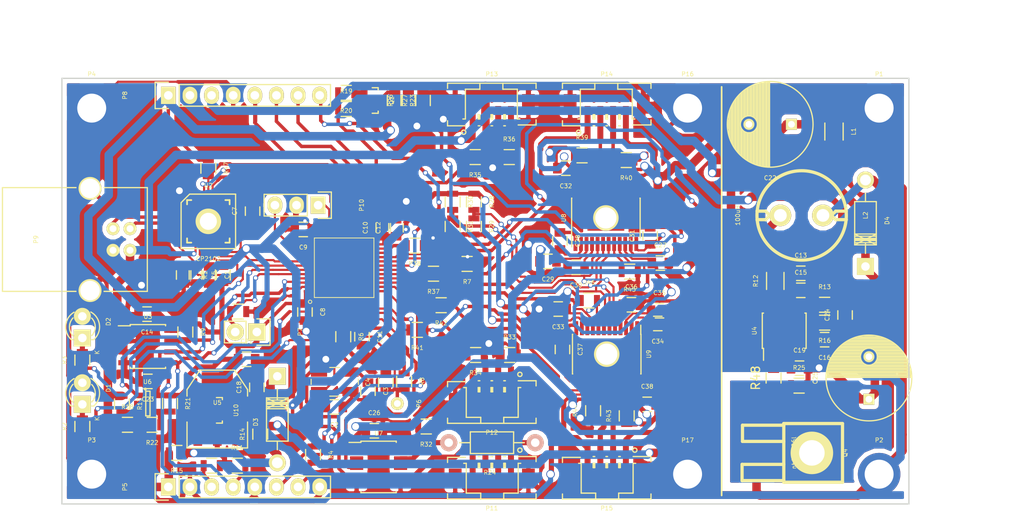
<source format=kicad_pcb>
(kicad_pcb (version 4) (host pcbnew 4.0.0-stable)
  (layers (0 F.Cu signal) (31 B.Cu signal hide) (34 B.Paste user) (35 F.Paste user) (36 B.SilkS user) (37 F.SilkS user) (38 B.Mask user) (39 F.Mask user) (44 Edge.Cuts user))
  (net 0 "")
  (net 1 "Net-(C1-Pad1)")
  (net 2 GND)
  (net 3 /clk-in)
  (net 4 "Net-(C3-Pad1)")
  (net 5 /~mcu-rst~)
  (net 6 VDD)
  (net 7 "Net-(C7-Pad1)")
  (net 8 /Vbus)
  (net 9 /reg-fb)
  (net 10 "Net-(C16-Pad2)")
  (net 11 "Net-(C19-Pad1)")
  (net 12 /stepper-subcircuit-1/Vbb)
  (net 13 "Net-(C28-Pad1)")
  (net 14 "Net-(C28-Pad2)")
  (net 15 "Net-(C29-Pad1)")
  (net 16 "Net-(C30-Pad1)")
  (net 17 "Net-(C34-Pad1)")
  (net 18 "Net-(C34-Pad2)")
  (net 19 "Net-(C35-Pad1)")
  (net 20 "Net-(C36-Pad1)")
  (net 21 "Net-(D1-Pad1)")
  (net 22 "Net-(D2-Pad1)")
  (net 23 "Net-(D3-Pad2)")
  (net 24 "Net-(D4-Pad2)")
  (net 25 "Net-(L2-Pad1)")
  (net 26 /tx-2)
  (net 27 /rx-2)
  (net 28 /i2c1-scl)
  (net 29 /i2c1-sda)
  (net 30 /boot0)
  (net 31 /gpio-0)
  (net 32 /gpio-1)
  (net 33 /gpio-2)
  (net 34 /gpio-3)
  (net 35 /swd-io)
  (net 36 /swd-clk)
  (net 37 "Net-(P11-Pad1)")
  (net 38 /shutter-out-b)
  (net 39 "Net-(P12-Pad3)")
  (net 40 "Net-(P13-Pad3)")
  (net 41 "Net-(Q1-Pad1)")
  (net 42 "Net-(Q1-Pad3)")
  (net 43 /led-0)
  (net 44 /led-1)
  (net 45 /clk-out)
  (net 46 /boot1)
  (net 47 /~wc~)
  (net 48 "Net-(R17-Pad2)")
  (net 49 /~high-current~)
  (net 50 "Net-(R21-Pad2)")
  (net 51 /stepper-subcircuit-1/ref)
  (net 52 /stepper-subcircuit-1/ms1)
  (net 53 /stepper-subcircuit-1/ms2)
  (net 54 /shutter-out-a)
  (net 55 /hall1)
  (net 56 /hall2)
  (net 57 /stepper-subcircuit-1/step)
  (net 58 /stepper-subcircuit-1/dir)
  (net 59 /stepper-subcircuit-2/step)
  (net 60 /stepper-subcircuit-2/dir)
  (net 61 /shutter-b)
  (net 62 /shutter-a)
  (net 63 /ext-power-flag)
  (net 64 /suspend)
  (net 65 /rxd)
  (net 66 /txd)
  (net 67 /rts)
  (net 68 /cts)
  (net 69 /stepper-subcircuit-1/~enable~)
  (net 70 /stepper-subcircuit-1/~reset~)
  (net 71 /stepper-subcircuit-1/~sleep~)
  (net 72 /d-)
  (net 73 /d+)
  (net 74 "Net-(R45-Pad2)")
  (net 75 "Net-(R46-Pad2)")
  (net 76 "Net-(C18-Pad1)")
  (net 77 /stepper-subcircuit-1/out2b)
  (net 78 /stepper-subcircuit-1/out2a)
  (net 79 /stepper-subcircuit-1/out1a)
  (net 80 /stepper-subcircuit-1/out1b)
  (net 81 /stepper-subcircuit-2/out2b)
  (net 82 /stepper-subcircuit-2/out2a)
  (net 83 /stepper-subcircuit-2/out1a)
  (net 84 /stepper-subcircuit-2/out1b)
  (net 85 /stepper-subcircuit-1/rsense2)
  (net 86 /stepper-subcircuit-1/rsense1)
  (net 87 /stepper-subcircuit-2/rsense2)
  (net 88 /stepper-subcircuit-2/rsense1)
  (net 89 "Net-(R37-Pad1)")
  (net 90 "Net-(R38-Pad1)")
  (net 91 "Net-(R41-Pad1)")
  (net 92 "Net-(R42-Pad1)")
  (net 93 "Net-(Q4-Pad1)")
  (net 94 "Net-(R48-Pad2)")
  (module my-lib:my-DPAK (layer F.Cu) (at 169.6 115 270)
    (fp_text reference Q4 (at 0 -10.414 270) (layer F.SilkS) (effects (font (size 0.5 0.5) (thickness 0.075))))
    (fp_text value ntd18n06l (at 0 -4.39928 270) (layer F.SilkS) (effects (font (size 0.5 0.5) (thickness 0.075))))
    (pad 1 smd rect (at -2.30124 0 270) (size 1.651 3.048) (layers F.Cu F.Paste F.Mask) (net 93 "Net-(Q4-Pad1)"))
    (pad 4 smd rect (at 0 -6.64972 270) (size 6.70052 6.70052) (layers F.Cu F.Paste F.Mask) (net 24 "Net-(D4-Pad2)"))
    (pad 3 smd rect (at 2.30124 0 270) (size 1.651 3.048) (layers F.Cu F.Paste F.Mask) (net 2 GND))
    (pad 4 thru_hole circle (at 0 -6.5 270) (size 5 5) (drill 3) (layers *.Cu *.Mask F.SilkS) (net 24 "Net-(D4-Pad2)"))
  )
  (module Mounting_Holes:MountingHole_3mm (layer F.Cu) (at 161.5 74.5)
    (fp_text reference P16 (at 0 -4.0005) (layer F.SilkS) (effects (font (size 0.5 0.5) (thickness 0.075))))
    (fp_text value screw)
    (pad 1 thru_hole circle (at 0 0) (size 5 5) (drill 3.4) (layers *.Cu *.Mask) (net 2 GND))
  )
  (module Mounting_Holes:MountingHole_3mm (layer F.Cu) (at 91.5 74.5)
    (fp_text reference P4 (at 0 -4.0005) (layer F.SilkS) (effects (font (size 0.5 0.5) (thickness 0.075))))
    (fp_text value screw)
    (pad 1 thru_hole circle (at 0 0) (size 5 5) (drill 3.4) (layers *.Cu *.Mask) (net 2 GND))
  )
  (module Mounting_Holes:MountingHole_3mm (layer F.Cu) (at 91.5 117.5)
    (fp_text reference P3 (at 0 -4.0005) (layer F.SilkS) (effects (font (size 0.5 0.5) (thickness 0.075))))
    (fp_text value screw)
    (pad 1 thru_hole circle (at 0 0) (size 5 5) (drill 3.4) (layers *.Cu *.Mask) (net 2 GND))
  )
  (module Mounting_Holes:MountingHole_3mm (layer F.Cu) (at 161.5 117.5)
    (fp_text reference P17 (at 0 -4.0005) (layer F.SilkS) (effects (font (size 0.5 0.5) (thickness 0.075))))
    (fp_text value screw)
    (pad 1 thru_hole circle (at 0 0) (size 5 5) (drill 3.4) (layers *.Cu *.Mask) (net 2 GND))
  )
  (module Mounting_Holes:MountingHole_3mm (layer F.Cu) (at 184 117.5)
    (fp_text reference P2 (at 0 -4.0005) (layer F.SilkS) (effects (font (size 0.5 0.5) (thickness 0.075))))
    (fp_text value screw)
    (pad 1 thru_hole circle (at 0 0) (size 5 5) (drill 3.4) (layers *.Cu *.Mask) (net 2 GND))
  )
  (module Mounting_Holes:MountingHole_3mm (layer F.Cu) (at 184 74.5)
    (fp_text reference P1 (at 0 -4.0005) (layer F.SilkS) (effects (font (size 0.5 0.5) (thickness 0.075))))
    (fp_text value screw)
    (pad 1 thru_hole circle (at 0 0) (size 5 5) (drill 3.4) (layers *.Cu *.Mask) (net 2 GND))
  )
  (module Capacitors_SMD:C_0805 (layer F.Cu) (at 105.3 94.1 270)
    (fp_text reference C1 (at 0 -2.1 270) (layer F.SilkS) (effects (font (size 0.5 0.5) (thickness 0.075))))
    (fp_text value 100n)
    (pad 1 smd rect (at -1 0 270) (size 1 1.25) (layers F.Cu F.Paste F.Mask) (net 1 "Net-(C1-Pad1)"))
    (pad 2 smd rect (at 1 0 270) (size 1 1.25) (layers F.Cu F.Paste F.Mask) (net 2 GND))
  )
  (module Capacitors_SMD:C_0805 (layer F.Cu) (at 120 109.6 180)
    (fp_text reference C2 (at 0 -2.1 180) (layer F.SilkS) (effects (font (size 0.5 0.5) (thickness 0.075))))
    (fp_text value 18p)
    (pad 1 smd rect (at -1 0 180) (size 1 1.25) (layers F.Cu F.Paste F.Mask) (net 2 GND))
    (pad 2 smd rect (at 1 0 180) (size 1 1.25) (layers F.Cu F.Paste F.Mask) (net 3 /clk-in))
  )
  (module Capacitors_SMD:C_0805 (layer F.Cu) (at 123.95 107.75 270)
    (fp_text reference C3 (at 0 -2.1 270) (layer F.SilkS) (effects (font (size 0.5 0.5) (thickness 0.075))))
    (fp_text value 18p)
    (pad 1 smd rect (at -1 0 270) (size 1 1.25) (layers F.Cu F.Paste F.Mask) (net 4 "Net-(C3-Pad1)"))
    (pad 2 smd rect (at 1 0 270) (size 1 1.25) (layers F.Cu F.Paste F.Mask) (net 2 GND))
  )
  (module Capacitors_SMD:C_0805 (layer F.Cu) (at 126.05 106.7 90)
    (fp_text reference C4 (at 0 -2.1 90) (layer F.SilkS) (effects (font (size 0.5 0.5) (thickness 0.075))))
    (fp_text value 100n)
    (pad 1 smd rect (at -1 0 90) (size 1 1.25) (layers F.Cu F.Paste F.Mask) (net 5 /~mcu-rst~))
    (pad 2 smd rect (at 1 0 90) (size 1 1.25) (layers F.Cu F.Paste F.Mask) (net 2 GND))
  )
  (module Capacitors_SMD:C_0805 (layer F.Cu) (at 103.8 94.1 270)
    (fp_text reference C5 (at 0 -2.1 270) (layer F.SilkS) (effects (font (size 0.5 0.5) (thickness 0.075))))
    (fp_text value 100n)
    (pad 1 smd rect (at -1 0 270) (size 1 1.25) (layers F.Cu F.Paste F.Mask) (net 6 VDD))
    (pad 2 smd rect (at 1 0 270) (size 1 1.25) (layers F.Cu F.Paste F.Mask) (net 2 GND))
  )
  (module Capacitors_SMD:C_0805 (layer F.Cu) (at 102.3 94.1 270)
    (fp_text reference C6 (at 0 -2.1 270) (layer F.SilkS) (effects (font (size 0.5 0.5) (thickness 0.075))))
    (fp_text value 4u7)
    (pad 1 smd rect (at -1 0 270) (size 1 1.25) (layers F.Cu F.Paste F.Mask) (net 6 VDD))
    (pad 2 smd rect (at 1 0 270) (size 1 1.25) (layers F.Cu F.Paste F.Mask) (net 2 GND))
  )
  (module Capacitors_SMD:C_0805 (layer F.Cu) (at 110.4 86.6 90)
    (fp_text reference C7 (at 0 -2.1 90) (layer F.SilkS) (effects (font (size 0.5 0.5) (thickness 0.075))))
    (fp_text value 4u7)
    (pad 1 smd rect (at -1 0 90) (size 1 1.25) (layers F.Cu F.Paste F.Mask) (net 7 "Net-(C7-Pad1)"))
    (pad 2 smd rect (at 1 0 90) (size 1 1.25) (layers F.Cu F.Paste F.Mask) (net 2 GND))
  )
  (module Capacitors_SMD:C_0805 (layer F.Cu) (at 116.55 98.45 270)
    (fp_text reference C8 (at 0 -2.1 270) (layer F.SilkS) (effects (font (size 0.5 0.5) (thickness 0.075))))
    (fp_text value 100n)
    (pad 1 smd rect (at -1 0 270) (size 1 1.25) (layers F.Cu F.Paste F.Mask) (net 6 VDD))
    (pad 2 smd rect (at 1 0 270) (size 1 1.25) (layers F.Cu F.Paste F.Mask) (net 2 GND))
  )
  (module Capacitors_SMD:C_0805 (layer F.Cu) (at 116.35 88.75 180)
    (fp_text reference C9 (at 0 -2.1 180) (layer F.SilkS) (effects (font (size 0.5 0.5) (thickness 0.075))))
    (fp_text value 100n)
    (pad 1 smd rect (at -1 0 180) (size 1 1.25) (layers F.Cu F.Paste F.Mask) (net 6 VDD))
    (pad 2 smd rect (at 1 0 180) (size 1 1.25) (layers F.Cu F.Paste F.Mask) (net 2 GND))
  )
  (module Capacitors_SMD:C_0805 (layer F.Cu) (at 125.75 88.55 90)
    (fp_text reference C10 (at 0 -2.1 90) (layer F.SilkS) (effects (font (size 0.5 0.5) (thickness 0.075))))
    (fp_text value 100n)
    (pad 1 smd rect (at -1 0 90) (size 1 1.25) (layers F.Cu F.Paste F.Mask) (net 6 VDD))
    (pad 2 smd rect (at 1 0 90) (size 1 1.25) (layers F.Cu F.Paste F.Mask) (net 2 GND))
  )
  (module Capacitors_SMD:C_0805 (layer F.Cu) (at 123.25 101.35 270)
    (fp_text reference C11 (at 0 -2.1 270) (layer F.SilkS) (effects (font (size 0.5 0.5) (thickness 0.075))))
    (fp_text value 100n)
    (pad 1 smd rect (at -1 0 270) (size 1 1.25) (layers F.Cu F.Paste F.Mask) (net 6 VDD))
    (pad 2 smd rect (at 1 0 270) (size 1 1.25) (layers F.Cu F.Paste F.Mask) (net 2 GND))
  )
  (module Capacitors_SMD:C_0805 (layer F.Cu) (at 127.25 88.55 90)
    (fp_text reference C12 (at 0 -2.1 90) (layer F.SilkS) (effects (font (size 0.5 0.5) (thickness 0.075))))
    (fp_text value 4u7)
    (pad 1 smd rect (at -1 0 90) (size 1 1.25) (layers F.Cu F.Paste F.Mask) (net 6 VDD))
    (pad 2 smd rect (at 1 0 90) (size 1 1.25) (layers F.Cu F.Paste F.Mask) (net 2 GND))
  )
  (module Capacitors_SMD:C_0805 (layer F.Cu) (at 174.8 93.9)
    (fp_text reference C13 (at 0 -2.1) (layer F.SilkS) (effects (font (size 0.5 0.5) (thickness 0.075))))
    (fp_text value 4u7)
    (pad 1 smd rect (at -1 0) (size 1 1.25) (layers F.Cu F.Paste F.Mask) (net 8 /Vbus))
    (pad 2 smd rect (at 1 0) (size 1 1.25) (layers F.Cu F.Paste F.Mask) (net 2 GND))
  )
  (module Capacitors_SMD:C_0805 (layer F.Cu) (at 98 98.7 180)
    (fp_text reference C14 (at 0 -2.1 180) (layer F.SilkS) (effects (font (size 0.5 0.5) (thickness 0.075))))
    (fp_text value 100n)
    (pad 1 smd rect (at -1 0 180) (size 1 1.25) (layers F.Cu F.Paste F.Mask) (net 6 VDD))
    (pad 2 smd rect (at 1 0 180) (size 1 1.25) (layers F.Cu F.Paste F.Mask) (net 2 GND))
  )
  (module Capacitors_SMD:C_0805 (layer F.Cu) (at 174.8 95.9)
    (fp_text reference C15 (at 0 -2.1) (layer F.SilkS) (effects (font (size 0.5 0.5) (thickness 0.075))))
    (fp_text value 100n)
    (pad 1 smd rect (at -1 0) (size 1 1.25) (layers F.Cu F.Paste F.Mask) (net 8 /Vbus))
    (pad 2 smd rect (at 1 0) (size 1 1.25) (layers F.Cu F.Paste F.Mask) (net 2 GND))
  )
  (module Capacitors_SMD:C_0805 (layer F.Cu) (at 177.6 101.7 180)
    (fp_text reference C16 (at 0 -2.1 180) (layer F.SilkS) (effects (font (size 0.5 0.5) (thickness 0.075))))
    (fp_text value 10n)
    (pad 1 smd rect (at -1 0 180) (size 1 1.25) (layers F.Cu F.Paste F.Mask) (net 9 /reg-fb))
    (pad 2 smd rect (at 1 0 180) (size 1 1.25) (layers F.Cu F.Paste F.Mask) (net 10 "Net-(C16-Pad2)"))
  )
  (module Capacitors_SMD:C_0805 (layer F.Cu) (at 110.9 107.3 90)
    (fp_text reference C18 (at 0 -2.1 90) (layer F.SilkS) (effects (font (size 0.5 0.5) (thickness 0.075))))
    (fp_text value 4u7)
    (pad 1 smd rect (at -1 0 90) (size 1 1.25) (layers F.Cu F.Paste F.Mask) (net 76 "Net-(C18-Pad1)"))
    (pad 2 smd rect (at 1 0 90) (size 1 1.25) (layers F.Cu F.Paste F.Mask) (net 2 GND))
  )
  (module Capacitors_SMD:C_0805 (layer F.Cu) (at 174.65 105.05)
    (fp_text reference C19 (at 0 -2.1) (layer F.SilkS) (effects (font (size 0.5 0.5) (thickness 0.075))))
    (fp_text value 2n2)
    (pad 1 smd rect (at -1 0) (size 1 1.25) (layers F.Cu F.Paste F.Mask) (net 11 "Net-(C19-Pad1)"))
    (pad 2 smd rect (at 1 0) (size 1 1.25) (layers F.Cu F.Paste F.Mask) (net 2 GND))
  )
  (module Capacitors_SMD:C_0805 (layer F.Cu) (at 109.7 104)
    (fp_text reference C21 (at 0 -2.1) (layer F.SilkS) (effects (font (size 0.5 0.5) (thickness 0.075))))
    (fp_text value 4u7)
    (pad 1 smd rect (at -1 0) (size 1 1.25) (layers F.Cu F.Paste F.Mask) (net 6 VDD))
    (pad 2 smd rect (at 1 0) (size 1 1.25) (layers F.Cu F.Paste F.Mask) (net 2 GND))
  )
  (module Capacitors_ThroughHole:C_Radial_D10_L20_P5 (layer F.Cu) (at 173.7 76.4 180)
    (fp_text reference C22 (at 2.5 -6.3 180) (layer F.SilkS) (effects (font (size 0.5 0.5) (thickness 0.075))))
    (fp_text value 680u)
    (pad 1 thru_hole rect (at 0 0 180) (size 1.3 1.3) (drill 0.8) (layers *.Cu *.Mask F.SilkS) (net 12 /stepper-subcircuit-1/Vbb))
    (pad 2 thru_hole circle (at 5 0 180) (size 1.3 1.3) (drill 0.8) (layers *.Cu *.Mask F.SilkS) (net 2 GND))
  )
  (module Capacitors_SMD:C_0805 (layer F.Cu) (at 98.1 106.6 180)
    (fp_text reference C23 (at 0 -2.1 180) (layer F.SilkS) (effects (font (size 0.5 0.5) (thickness 0.075))))
    (fp_text value 100n)
    (pad 1 smd rect (at -1 0 180) (size 1 1.25) (layers F.Cu F.Paste F.Mask) (net 6 VDD))
    (pad 2 smd rect (at 1 0 180) (size 1 1.25) (layers F.Cu F.Paste F.Mask) (net 2 GND))
  )
  (module Capacitors_SMD:C_0805 (layer F.Cu) (at 180 98.8 90)
    (fp_text reference C24 (at 0 -2.1 90) (layer F.SilkS) (effects (font (size 0.5 0.5) (thickness 0.075))))
    (fp_text value 100n)
    (pad 1 smd rect (at -1 0 90) (size 1 1.25) (layers F.Cu F.Paste F.Mask) (net 9 /reg-fb))
    (pad 2 smd rect (at 1 0 90) (size 1 1.25) (layers F.Cu F.Paste F.Mask) (net 2 GND))
  )
  (module Capacitors_ThroughHole:C_Radial_D10_L20_P5 (layer F.Cu) (at 182.8 108.7 90)
    (fp_text reference C25 (at 2.5 -6.3 90) (layer F.SilkS) (effects (font (size 0.5 0.5) (thickness 0.075))))
    (fp_text value 680u)
    (pad 1 thru_hole rect (at 0 0 90) (size 1.3 1.3) (drill 0.8) (layers *.Cu *.Mask F.SilkS) (net 9 /reg-fb))
    (pad 2 thru_hole circle (at 5 0 90) (size 1.3 1.3) (drill 0.8) (layers *.Cu *.Mask F.SilkS) (net 2 GND))
  )
  (module Capacitors_SMD:C_0805 (layer F.Cu) (at 124.7 112.4)
    (fp_text reference C26 (at 0 -2.1) (layer F.SilkS) (effects (font (size 0.5 0.5) (thickness 0.075))))
    (fp_text value 100n)
    (pad 1 smd rect (at -1 0) (size 1 1.25) (layers F.Cu F.Paste F.Mask) (net 12 /stepper-subcircuit-1/Vbb))
    (pad 2 smd rect (at 1 0) (size 1 1.25) (layers F.Cu F.Paste F.Mask) (net 2 GND))
  )
  (module Capacitors_SMD:C_0805 (layer F.Cu) (at 158.3 92.7)
    (fp_text reference C27 (at 0 -2.1) (layer F.SilkS) (effects (font (size 0.5 0.5) (thickness 0.075))))
    (fp_text value 100n)
    (pad 1 smd rect (at -1 0) (size 1 1.25) (layers F.Cu F.Paste F.Mask) (net 6 VDD))
    (pad 2 smd rect (at 1 0) (size 1 1.25) (layers F.Cu F.Paste F.Mask) (net 2 GND))
  )
  (module Capacitors_SMD:C_0805 (layer F.Cu) (at 146.5 90.1 270)
    (fp_text reference C28 (at 0 -2.1 270) (layer F.SilkS) (effects (font (size 0.5 0.5) (thickness 0.075))))
    (fp_text value 100n)
    (pad 1 smd rect (at -1 0 270) (size 1 1.25) (layers F.Cu F.Paste F.Mask) (net 13 "Net-(C28-Pad1)"))
    (pad 2 smd rect (at 1 0 270) (size 1 1.25) (layers F.Cu F.Paste F.Mask) (net 14 "Net-(C28-Pad2)"))
  )
  (module Capacitors_SMD:C_0805 (layer F.Cu) (at 145.1 92.5 180)
    (fp_text reference C29 (at 0 -2.1 180) (layer F.SilkS) (effects (font (size 0.5 0.5) (thickness 0.075))))
    (fp_text value 100n)
    (pad 1 smd rect (at -1 0 180) (size 1 1.25) (layers F.Cu F.Paste F.Mask) (net 15 "Net-(C29-Pad1)"))
    (pad 2 smd rect (at 1 0 180) (size 1 1.25) (layers F.Cu F.Paste F.Mask) (net 12 /stepper-subcircuit-1/Vbb))
  )
  (module Capacitors_SMD:C_0805 (layer F.Cu) (at 148.4 93.2 180)
    (fp_text reference C30 (at 0 -2.1 180) (layer F.SilkS) (effects (font (size 0.5 0.5) (thickness 0.075))))
    (fp_text value 220n)
    (pad 1 smd rect (at -1 0 180) (size 1 1.25) (layers F.Cu F.Paste F.Mask) (net 16 "Net-(C30-Pad1)"))
    (pad 2 smd rect (at 1 0 180) (size 1 1.25) (layers F.Cu F.Paste F.Mask) (net 2 GND))
  )
  (module Capacitors_SMD:C_0805 (layer F.Cu) (at 147.2 81.55 180)
    (fp_text reference C32 (at 0 -2.1 180) (layer F.SilkS) (effects (font (size 0.5 0.5) (thickness 0.075))))
    (fp_text value 100n)
    (pad 1 smd rect (at -1 0 180) (size 1 1.25) (layers F.Cu F.Paste F.Mask) (net 12 /stepper-subcircuit-1/Vbb))
    (pad 2 smd rect (at 1 0 180) (size 1 1.25) (layers F.Cu F.Paste F.Mask) (net 2 GND))
  )
  (module Capacitors_SMD:C_0805 (layer F.Cu) (at 146.3 98.1 180)
    (fp_text reference C33 (at 0 -2.1 180) (layer F.SilkS) (effects (font (size 0.5 0.5) (thickness 0.075))))
    (fp_text value 100n)
    (pad 1 smd rect (at -1 0 180) (size 1 1.25) (layers F.Cu F.Paste F.Mask) (net 6 VDD))
    (pad 2 smd rect (at 1 0 180) (size 1 1.25) (layers F.Cu F.Paste F.Mask) (net 2 GND))
  )
  (module Capacitors_SMD:C_0805 (layer F.Cu) (at 158 99.8 180)
    (fp_text reference C34 (at 0 -2.1 180) (layer F.SilkS) (effects (font (size 0.5 0.5) (thickness 0.075))))
    (fp_text value 100n)
    (pad 1 smd rect (at -1 0 180) (size 1 1.25) (layers F.Cu F.Paste F.Mask) (net 17 "Net-(C34-Pad1)"))
    (pad 2 smd rect (at 1 0 180) (size 1 1.25) (layers F.Cu F.Paste F.Mask) (net 18 "Net-(C34-Pad2)"))
  )
  (module Capacitors_SMD:C_0805 (layer F.Cu) (at 158.2 98.3)
    (fp_text reference C35 (at 0 -2.1) (layer F.SilkS) (effects (font (size 0.5 0.5) (thickness 0.075))))
    (fp_text value 100n)
    (pad 1 smd rect (at -1 0) (size 1 1.25) (layers F.Cu F.Paste F.Mask) (net 19 "Net-(C35-Pad1)"))
    (pad 2 smd rect (at 1 0) (size 1 1.25) (layers F.Cu F.Paste F.Mask) (net 12 /stepper-subcircuit-1/Vbb))
  )
  (module Capacitors_SMD:C_0805 (layer F.Cu) (at 154.9 97.6)
    (fp_text reference C36 (at 0 -2.1) (layer F.SilkS) (effects (font (size 0.5 0.5) (thickness 0.075))))
    (fp_text value 220n)
    (pad 1 smd rect (at -1 0) (size 1 1.25) (layers F.Cu F.Paste F.Mask) (net 20 "Net-(C36-Pad1)"))
    (pad 2 smd rect (at 1 0) (size 1 1.25) (layers F.Cu F.Paste F.Mask) (net 2 GND))
  )
  (module Capacitors_SMD:C_0805 (layer F.Cu) (at 156.75 109.3)
    (fp_text reference C38 (at 0 -2.1) (layer F.SilkS) (effects (font (size 0.5 0.5) (thickness 0.075))))
    (fp_text value 100n)
    (pad 1 smd rect (at -1 0) (size 1 1.25) (layers F.Cu F.Paste F.Mask) (net 12 /stepper-subcircuit-1/Vbb))
    (pad 2 smd rect (at 1 0) (size 1 1.25) (layers F.Cu F.Paste F.Mask) (net 2 GND))
  )
  (module LEDs:LED-3MM (layer F.Cu) (at 90.4 109.3 90)
    (fp_text reference D1 (at 1.91 3.06 90) (layer F.SilkS) (effects (font (size 0.5 0.5) (thickness 0.075))))
    (fp_text value LED)
    (fp_text user K (at -1.69 1.74 90) (layer F.SilkS) (effects (font (size 0.5 0.5) (thickness 0.075))))
    (pad 1 thru_hole rect (at 0 0 180) (size 2 2) (drill 1.00076) (layers *.Cu *.Mask F.SilkS) (net 21 "Net-(D1-Pad1)"))
    (pad 2 thru_hole circle (at 2.54 0 90) (size 2 2) (drill 1.00076) (layers *.Cu *.Mask F.SilkS) (net 2 GND))
  )
  (module LEDs:LED-3MM (layer F.Cu) (at 90.4 101.5 90)
    (fp_text reference D2 (at 1.91 3.06 90) (layer F.SilkS) (effects (font (size 0.5 0.5) (thickness 0.075))))
    (fp_text value LED)
    (fp_text user K (at -1.69 1.74 90) (layer F.SilkS) (effects (font (size 0.5 0.5) (thickness 0.075))))
    (pad 1 thru_hole rect (at 0 0 180) (size 2 2) (drill 1.00076) (layers *.Cu *.Mask F.SilkS) (net 22 "Net-(D2-Pad1)"))
    (pad 2 thru_hole circle (at 2.54 0 90) (size 2 2) (drill 1.00076) (layers *.Cu *.Mask F.SilkS) (net 2 GND))
  )
  (module Diodes_ThroughHole:Diode_DO-41_SOD81_Horizontal_RM10 (layer F.Cu) (at 113.3 106 270)
    (fp_text reference D3 (at 5.38734 2.53746 270) (layer F.SilkS) (effects (font (size 0.5 0.5) (thickness 0.075))))
    (fp_text value 1n5819)
    (pad 2 thru_hole circle (at 10.16 -0.00254 90) (size 1.99898 1.99898) (drill 1.27) (layers *.Cu *.Mask F.SilkS) (net 23 "Net-(D3-Pad2)"))
    (pad 1 thru_hole rect (at 0 -0.00254 90) (size 1.99898 1.99898) (drill 1.00076) (layers *.Cu *.Mask F.SilkS) (net 76 "Net-(C18-Pad1)"))
  )
  (module Diodes_ThroughHole:Diode_DO-41_SOD81_Horizontal_RM10 (layer F.Cu) (at 182.4 93.1 90)
    (fp_text reference D4 (at 5.38734 2.53746 90) (layer F.SilkS) (effects (font (size 0.5 0.5) (thickness 0.075))))
    (fp_text value 1n5819)
    (pad 2 thru_hole circle (at 10.16 -0.00254 270) (size 1.99898 1.99898) (drill 1.27) (layers *.Cu *.Mask F.SilkS) (net 24 "Net-(D4-Pad2)"))
    (pad 1 thru_hole rect (at 0 -0.00254 270) (size 1.99898 1.99898) (drill 1.00076) (layers *.Cu *.Mask F.SilkS) (net 9 /reg-fb))
  )
  (module Resistors_SMD:R_1206_HandSoldering (layer F.Cu) (at 178.7 77.25 270)
    (fp_text reference L1 (at 0 -2.3 270) (layer F.SilkS) (effects (font (size 0.5 0.5) (thickness 0.075))))
    (fp_text value 10uH)
    (pad 1 smd rect (at -2 0 270) (size 2 1.7) (layers F.Cu F.Paste F.Mask) (net 12 /stepper-subcircuit-1/Vbb))
    (pad 2 smd rect (at 2 0 270) (size 2 1.7) (layers F.Cu F.Paste F.Mask) (net 9 /reg-fb))
  )
  (module my-lib:my_inductance (layer F.Cu) (at 174.9 87.1 90)
    (fp_text reference L2 (at 0 7.50062 90) (layer F.SilkS) (effects (font (size 0.5 0.5) (thickness 0.075))))
    (fp_text value 100uH (at 0 -7.50062 90) (layer F.SilkS) (effects (font (size 0.5 0.5) (thickness 0.075))))
    (pad 1 thru_hole circle (at 0 -2.49936 90) (size 2.54 2.54) (drill 1.5) (layers *.Cu *.Mask F.SilkS) (net 25 "Net-(L2-Pad1)"))
    (pad 2 thru_hole circle (at 0 2.49936 90) (size 2.54 2.54) (drill 1.5) (layers *.Cu *.Mask F.SilkS) (net 24 "Net-(D4-Pad2)"))
  )
  (module Measurement_Points:Measurement_Point_Round-TH_Small (layer F.Cu) (at 127.4 109.2 270)
    (fp_text reference P6 (at 0 -2.54 270) (layer F.SilkS) (effects (font (size 0.5 0.5) (thickness 0.075))))
    (fp_text value ~rst~)
    (pad 1 thru_hole circle (at 0 0 270) (size 1.50114 1.50114) (drill 0.8001) (layers *.Cu *.Mask F.SilkS) (net 5 /~mcu-rst~))
  )
  (module Pin_Headers:Pin_Header_Straight_1x02 (layer F.Cu) (at 110.9 100.8 270)
    (fp_text reference P7 (at 0 -5.1 270) (layer F.SilkS) (effects (font (size 0.5 0.5) (thickness 0.075))))
    (fp_text value mode)
    (pad 1 thru_hole rect (at 0 0 270) (size 2.032 2.032) (drill 1.016) (layers *.Cu *.Mask F.SilkS) (net 6 VDD))
    (pad 2 thru_hole oval (at 0 2.54 270) (size 2.032 2.032) (drill 1.016) (layers *.Cu *.Mask F.SilkS) (net 30 /boot0))
  )
  (module Pin_Headers:Pin_Header_Straight_1x08 (layer F.Cu) (at 100.5 73 90)
    (fp_text reference P8 (at 0 -5.1 90) (layer F.SilkS) (effects (font (size 0.5 0.5) (thickness 0.075))))
    (fp_text value ext-2)
    (pad 1 thru_hole rect (at 0 0 90) (size 2.032 1.7272) (drill 1.016) (layers *.Cu *.Mask F.SilkS) (net 6 VDD))
    (pad 2 thru_hole oval (at 0 2.54 90) (size 2.032 1.7272) (drill 1.016) (layers *.Cu *.Mask F.SilkS) (net 2 GND))
    (pad 3 thru_hole oval (at 0 5.08 90) (size 2.032 1.7272) (drill 1.016) (layers *.Cu *.Mask F.SilkS) (net 9 /reg-fb))
    (pad 4 thru_hole oval (at 0 7.62 90) (size 2.032 1.7272) (drill 1.016) (layers *.Cu *.Mask F.SilkS) (net 2 GND))
    (pad 5 thru_hole oval (at 0 10.16 90) (size 2.032 1.7272) (drill 1.016) (layers *.Cu *.Mask F.SilkS) (net 31 /gpio-0))
    (pad 6 thru_hole oval (at 0 12.7 90) (size 2.032 1.7272) (drill 1.016) (layers *.Cu *.Mask F.SilkS) (net 32 /gpio-1))
    (pad 7 thru_hole oval (at 0 15.24 90) (size 2.032 1.7272) (drill 1.016) (layers *.Cu *.Mask F.SilkS) (net 33 /gpio-2))
    (pad 8 thru_hole oval (at 0 17.78 90) (size 2.032 1.7272) (drill 1.016) (layers *.Cu *.Mask F.SilkS) (net 34 /gpio-3))
  )
  (module Connect:USB_B (layer F.Cu) (at 96 91.2 180)
    (fp_text reference P9 (at 11.049 1.27 270) (layer F.SilkS) (effects (font (size 0.5 0.5) (thickness 0.075))))
    (fp_text value USB_B)
    (pad 2 thru_hole circle (at 0 2.54 90) (size 1.524 1.524) (drill 0.8128) (layers *.Cu *.Mask F.SilkS) (net 72 /d-))
    (pad 1 thru_hole circle (at 0 0 90) (size 1.524 1.524) (drill 0.8128) (layers *.Cu *.Mask F.SilkS) (net 8 /Vbus))
    (pad 4 thru_hole circle (at 1.99898 0 90) (size 1.524 1.524) (drill 0.8128) (layers *.Cu *.Mask F.SilkS) (net 2 GND))
    (pad 3 thru_hole circle (at 1.99898 2.54 90) (size 1.524 1.524) (drill 0.8128) (layers *.Cu *.Mask F.SilkS) (net 73 /d+))
    (pad 5 thru_hole circle (at 4.699 7.26948 90) (size 2.70002 2.70002) (drill 2.30124) (layers *.Cu *.Mask F.SilkS) (net 2 GND))
    (pad 5 thru_hole circle (at 4.699 -4.72948 90) (size 2.70002 2.70002) (drill 2.30124) (layers *.Cu *.Mask F.SilkS) (net 2 GND))
  )
  (module Pin_Headers:Pin_Header_Straight_1x03 (layer F.Cu) (at 118.1 85.9 270)
    (fp_text reference P10 (at 0 -5.1 270) (layer F.SilkS) (effects (font (size 0.5 0.5) (thickness 0.075))))
    (fp_text value swd)
    (pad 1 thru_hole rect (at 0 0 270) (size 2.032 1.7272) (drill 1.016) (layers *.Cu *.Mask F.SilkS) (net 35 /swd-io))
    (pad 2 thru_hole oval (at 0 2.54 270) (size 2.032 1.7272) (drill 1.016) (layers *.Cu *.Mask F.SilkS) (net 2 GND))
    (pad 3 thru_hole oval (at 0 5.08 270) (size 2.032 1.7272) (drill 1.016) (layers *.Cu *.Mask F.SilkS) (net 36 /swd-clk))
  )
  (module Resistors_SMD:R_0805 (layer F.Cu) (at 106.9 94.1 90)
    (fp_text reference R1 (at 0 -2.1 90) (layer F.SilkS) (effects (font (size 0.5 0.5) (thickness 0.075))))
    (fp_text value "10k 5%")
    (pad 1 smd rect (at -0.95 0 90) (size 0.7 1.3) (layers F.Cu F.Paste F.Mask) (net 6 VDD))
    (pad 2 smd rect (at 0.95 0 90) (size 0.7 1.3) (layers F.Cu F.Paste F.Mask) (net 1 "Net-(C1-Pad1)"))
  )
  (module Resistors_SMD:R_0805 (layer F.Cu) (at 90.4 111.9 90)
    (fp_text reference R2 (at 0 -2.1 90) (layer F.SilkS) (effects (font (size 0.5 0.5) (thickness 0.075))))
    (fp_text value "1k 5%")
    (pad 1 smd rect (at -0.95 0 90) (size 0.7 1.3) (layers F.Cu F.Paste F.Mask) (net 43 /led-0))
    (pad 2 smd rect (at 0.95 0 90) (size 0.7 1.3) (layers F.Cu F.Paste F.Mask) (net 21 "Net-(D1-Pad1)"))
  )
  (module Resistors_SMD:R_0805 (layer F.Cu) (at 90.4 104.1 90)
    (fp_text reference R3 (at 0 -2.1 90) (layer F.SilkS) (effects (font (size 0.5 0.5) (thickness 0.075))))
    (fp_text value "1k 5%")
    (pad 1 smd rect (at -0.95 0 90) (size 0.7 1.3) (layers F.Cu F.Paste F.Mask) (net 44 /led-1))
    (pad 2 smd rect (at 0.95 0 90) (size 0.7 1.3) (layers F.Cu F.Paste F.Mask) (net 22 "Net-(D2-Pad1)"))
  )
  (module Resistors_SMD:R_0805 (layer F.Cu) (at 117.5 115.2 270)
    (fp_text reference R4 (at 0 -2.1 270) (layer F.SilkS) (effects (font (size 0.5 0.5) (thickness 0.075))))
    (fp_text value "10k 5%")
    (pad 1 smd rect (at -0.95 0 270) (size 0.7 1.3) (layers F.Cu F.Paste F.Mask) (net 6 VDD))
    (pad 2 smd rect (at 0.95 0 270) (size 0.7 1.3) (layers F.Cu F.Paste F.Mask) (net 27 /rx-2))
  )
  (module Resistors_SMD:R_0805 (layer F.Cu) (at 108.7 98.4 180)
    (fp_text reference R5 (at 0 -2.1 180) (layer F.SilkS) (effects (font (size 0.5 0.5) (thickness 0.075))))
    (fp_text value "10k 5%")
    (pad 1 smd rect (at -0.95 0 180) (size 0.7 1.3) (layers F.Cu F.Paste F.Mask) (net 2 GND))
    (pad 2 smd rect (at 0.95 0 180) (size 0.7 1.3) (layers F.Cu F.Paste F.Mask) (net 30 /boot0))
  )
  (module Resistors_SMD:R_0805 (layer F.Cu) (at 121.05 101.35 270)
    (fp_text reference R6 (at 0 -2.1 270) (layer F.SilkS) (effects (font (size 0.5 0.5) (thickness 0.075))))
    (fp_text value "100 5%")
    (pad 1 smd rect (at -0.95 0 270) (size 0.7 1.3) (layers F.Cu F.Paste F.Mask) (net 45 /clk-out))
    (pad 2 smd rect (at 0.95 0 270) (size 0.7 1.3) (layers F.Cu F.Paste F.Mask) (net 4 "Net-(C3-Pad1)"))
  )
  (module Resistors_SMD:R_0805 (layer F.Cu) (at 135.6 92.8 180)
    (fp_text reference R7 (at 0 -2.1 180) (layer F.SilkS) (effects (font (size 0.5 0.5) (thickness 0.075))))
    (fp_text value "10k 5%")
    (pad 1 smd rect (at -0.95 0 180) (size 0.7 1.3) (layers F.Cu F.Paste F.Mask) (net 2 GND))
    (pad 2 smd rect (at 0.95 0 180) (size 0.7 1.3) (layers F.Cu F.Paste F.Mask) (net 46 /boot1))
  )
  (module Resistors_SMD:R_0805 (layer F.Cu) (at 128.2 106.6 270)
    (fp_text reference R8 (at 0 -2.1 270) (layer F.SilkS) (effects (font (size 0.5 0.5) (thickness 0.075))))
    (fp_text value "10k 5%")
    (pad 1 smd rect (at -0.95 0 270) (size 0.7 1.3) (layers F.Cu F.Paste F.Mask) (net 6 VDD))
    (pad 2 smd rect (at 0.95 0 270) (size 0.7 1.3) (layers F.Cu F.Paste F.Mask) (net 5 /~mcu-rst~))
  )
  (module Resistors_SMD:R_0805 (layer F.Cu) (at 102.5 100.8 270)
    (fp_text reference R9 (at 0 -2.1 270) (layer F.SilkS) (effects (font (size 0.5 0.5) (thickness 0.075))))
    (fp_text value "10k 5%")
    (pad 1 smd rect (at -0.95 0 270) (size 0.7 1.3) (layers F.Cu F.Paste F.Mask) (net 6 VDD))
    (pad 2 smd rect (at 0.95 0 270) (size 0.7 1.3) (layers F.Cu F.Paste F.Mask) (net 47 /~wc~))
  )
  (module Resistors_SMD:R_0805 (layer F.Cu) (at 105.6 116.5 180)
    (fp_text reference R10 (at 0 -2.1 180) (layer F.SilkS) (effects (font (size 0.5 0.5) (thickness 0.075))))
    (fp_text value "10k 5%")
    (pad 1 smd rect (at -0.95 0 180) (size 0.7 1.3) (layers F.Cu F.Paste F.Mask) (net 6 VDD))
    (pad 2 smd rect (at 0.95 0 180) (size 0.7 1.3) (layers F.Cu F.Paste F.Mask) (net 28 /i2c1-scl))
  )
  (module Resistors_SMD:R_0805 (layer F.Cu) (at 108.6 116.5)
    (fp_text reference R11 (at 0 -2.1) (layer F.SilkS) (effects (font (size 0.5 0.5) (thickness 0.075))))
    (fp_text value "10k 5%")
    (pad 1 smd rect (at -0.95 0) (size 0.7 1.3) (layers F.Cu F.Paste F.Mask) (net 6 VDD))
    (pad 2 smd rect (at 0.95 0) (size 0.7 1.3) (layers F.Cu F.Paste F.Mask) (net 29 /i2c1-sda))
  )
  (module Resistors_SMD:R_0805 (layer F.Cu) (at 177.6 97.6)
    (fp_text reference R13 (at 0 -2.1) (layer F.SilkS) (effects (font (size 0.5 0.5) (thickness 0.075))))
    (fp_text value "1k 5%")
    (pad 1 smd rect (at -0.95 0) (size 0.7 1.3) (layers F.Cu F.Paste F.Mask) (net 10 "Net-(C16-Pad2)"))
    (pad 2 smd rect (at 0.95 0) (size 0.7 1.3) (layers F.Cu F.Paste F.Mask) (net 2 GND))
  )
  (module Resistors_SMD:R_0805 (layer F.Cu) (at 111.3 112.8 90)
    (fp_text reference R14 (at 0 -2.1 90) (layer F.SilkS) (effects (font (size 0.5 0.5) (thickness 0.075))))
    (fp_text value "ferrite bead")
    (pad 1 smd rect (at -0.95 0 90) (size 0.7 1.3) (layers F.Cu F.Paste F.Mask) (net 23 "Net-(D3-Pad2)"))
    (pad 2 smd rect (at 0.95 0 90) (size 0.7 1.3) (layers F.Cu F.Paste F.Mask) (net 9 /reg-fb))
  )
  (module Resistors_SMD:R_0805 (layer F.Cu) (at 101.5 115 180)
    (fp_text reference R15 (at 0 -2.1 180) (layer F.SilkS) (effects (font (size 0.5 0.5) (thickness 0.075))))
    (fp_text value "ferrite bead")
    (pad 1 smd rect (at -0.95 0 180) (size 0.7 1.3) (layers F.Cu F.Paste F.Mask) (net 23 "Net-(D3-Pad2)"))
    (pad 2 smd rect (at 0.95 0 180) (size 0.7 1.3) (layers F.Cu F.Paste F.Mask) (net 8 /Vbus))
  )
  (module Resistors_SMD:R_0805 (layer F.Cu) (at 177.6 99.7 180)
    (fp_text reference R16 (at 0 -2.1 180) (layer F.SilkS) (effects (font (size 0.5 0.5) (thickness 0.075))))
    (fp_text value "6k2 5%")
    (pad 1 smd rect (at -0.95 0 180) (size 0.7 1.3) (layers F.Cu F.Paste F.Mask) (net 9 /reg-fb))
    (pad 2 smd rect (at 0.95 0 180) (size 0.7 1.3) (layers F.Cu F.Paste F.Mask) (net 10 "Net-(C16-Pad2)"))
  )
  (module Resistors_SMD:R_0805 (layer F.Cu) (at 95.05 109.25 270)
    (fp_text reference R17 (at 0 -2.1 270) (layer F.SilkS) (effects (font (size 0.5 0.5) (thickness 0.075))))
    (fp_text value "47k 5%")
    (pad 1 smd rect (at -0.95 0 270) (size 0.7 1.3) (layers F.Cu F.Paste F.Mask) (net 8 /Vbus))
    (pad 2 smd rect (at 0.95 0 270) (size 0.7 1.3) (layers F.Cu F.Paste F.Mask) (net 48 "Net-(R17-Pad2)"))
  )
  (module Resistors_SMD:R_0805 (layer F.Cu) (at 95.7 111.7)
    (fp_text reference R18 (at 0 -2.1) (layer F.SilkS) (effects (font (size 0.5 0.5) (thickness 0.075))))
    (fp_text value "33k 5%")
    (pad 1 smd rect (at -0.95 0) (size 0.7 1.3) (layers F.Cu F.Paste F.Mask) (net 48 "Net-(R17-Pad2)"))
    (pad 2 smd rect (at 0.95 0) (size 0.7 1.3) (layers F.Cu F.Paste F.Mask) (net 2 GND))
  )
  (module Resistors_SMD:R_0805 (layer F.Cu) (at 121.4 74.6)
    (fp_text reference R19 (at 0 -2.1) (layer F.SilkS) (effects (font (size 0.5 0.5) (thickness 0.075))))
    (fp_text value "10k 5%")
    (pad 1 smd rect (at -0.95 0) (size 0.7 1.3) (layers F.Cu F.Paste F.Mask) (net 49 /~high-current~))
    (pad 2 smd rect (at 0.95 0) (size 0.7 1.3) (layers F.Cu F.Paste F.Mask) (net 6 VDD))
  )
  (module Resistors_SMD:R_0805 (layer F.Cu) (at 121.4 72.7 180)
    (fp_text reference R20 (at 0 -2.1 180) (layer F.SilkS) (effects (font (size 0.5 0.5) (thickness 0.075))))
    (fp_text value "1k 5%")
    (pad 1 smd rect (at -0.95 0 180) (size 0.7 1.3) (layers F.Cu F.Paste F.Mask) (net 41 "Net-(Q1-Pad1)"))
    (pad 2 smd rect (at 0.95 0 180) (size 0.7 1.3) (layers F.Cu F.Paste F.Mask) (net 49 /~high-current~))
  )
  (module Resistors_SMD:R_0805 (layer F.Cu) (at 100.7 109.2 270)
    (fp_text reference R21 (at 0 -2.1 270) (layer F.SilkS) (effects (font (size 0.5 0.5) (thickness 0.075))))
    (fp_text value "33k 5%")
    (pad 1 smd rect (at -0.95 0 270) (size 0.7 1.3) (layers F.Cu F.Paste F.Mask) (net 6 VDD))
    (pad 2 smd rect (at 0.95 0 270) (size 0.7 1.3) (layers F.Cu F.Paste F.Mask) (net 50 "Net-(R21-Pad2)"))
  )
  (module Resistors_SMD:R_0805 (layer F.Cu) (at 98.6 111.7 180)
    (fp_text reference R22 (at 0 -2.1 180) (layer F.SilkS) (effects (font (size 0.5 0.5) (thickness 0.075))))
    (fp_text value "33k 5%")
    (pad 1 smd rect (at -0.95 0 180) (size 0.7 1.3) (layers F.Cu F.Paste F.Mask) (net 50 "Net-(R21-Pad2)"))
    (pad 2 smd rect (at 0.95 0 180) (size 0.7 1.3) (layers F.Cu F.Paste F.Mask) (net 2 GND))
  )
  (module Resistors_SMD:R_0805 (layer F.Cu) (at 127.1 73.6 270)
    (fp_text reference R23 (at 0 -2.1 270) (layer F.SilkS) (effects (font (size 0.5 0.5) (thickness 0.075))))
    (fp_text value "33k 5%")
    (pad 1 smd rect (at -0.95 0 270) (size 0.7 1.3) (layers F.Cu F.Paste F.Mask) (net 42 "Net-(Q1-Pad3)"))
    (pad 2 smd rect (at 0.95 0 270) (size 0.7 1.3) (layers F.Cu F.Paste F.Mask) (net 51 /stepper-subcircuit-1/ref))
  )
  (module Resistors_SMD:R_0805 (layer F.Cu) (at 174.6 107.1)
    (fp_text reference R25 (at 0 -2.1) (layer F.SilkS) (effects (font (size 0.5 0.5) (thickness 0.075))))
    (fp_text value "1k 5%")
    (pad 1 smd rect (at -0.95 0) (size 0.7 1.3) (layers F.Cu F.Paste F.Mask) (net 93 "Net-(Q4-Pad1)"))
    (pad 2 smd rect (at 0.95 0) (size 0.7 1.3) (layers F.Cu F.Paste F.Mask) (net 2 GND))
  )
  (module Resistors_SMD:R_0805 (layer F.Cu) (at 128.7 73.6 90)
    (fp_text reference R26 (at 0 -2.1 90) (layer F.SilkS) (effects (font (size 0.5 0.5) (thickness 0.075))))
    (fp_text value "100k 5%")
    (pad 1 smd rect (at -0.95 0 90) (size 0.7 1.3) (layers F.Cu F.Paste F.Mask) (net 6 VDD))
    (pad 2 smd rect (at 0.95 0 90) (size 0.7 1.3) (layers F.Cu F.Paste F.Mask) (net 51 /stepper-subcircuit-1/ref))
  )
  (module Resistors_SMD:R_0805 (layer F.Cu) (at 130.4 73.6 90)
    (fp_text reference R27 (at 0 -2.1 90) (layer F.SilkS) (effects (font (size 0.5 0.5) (thickness 0.075))))
    (fp_text value "10k 5%")
    (pad 1 smd rect (at -0.95 0 90) (size 0.7 1.3) (layers F.Cu F.Paste F.Mask) (net 51 /stepper-subcircuit-1/ref))
    (pad 2 smd rect (at 0.95 0 90) (size 0.7 1.3) (layers F.Cu F.Paste F.Mask) (net 2 GND))
  )
  (module Resistors_SMD:R_0805 (layer F.Cu) (at 136.4 85.5 270)
    (fp_text reference R28 (at 0 -2.1 270) (layer F.SilkS) (effects (font (size 0.5 0.5) (thickness 0.075))))
    (fp_text value 0)
    (pad 1 smd rect (at -0.95 0 270) (size 0.7 1.3) (layers F.Cu F.Paste F.Mask) (net 6 VDD))
    (pad 2 smd rect (at 0.95 0 270) (size 0.7 1.3) (layers F.Cu F.Paste F.Mask) (net 52 /stepper-subcircuit-1/ms1))
  )
  (module Resistors_SMD:R_0805 (layer F.Cu) (at 136.4 88.4 270)
    (fp_text reference R29 (at 0 -2.1 270) (layer F.SilkS) (effects (font (size 0.5 0.5) (thickness 0.075))))
    (fp_text value 0)
    (pad 1 smd rect (at -0.95 0 270) (size 0.7 1.3) (layers F.Cu F.Paste F.Mask) (net 52 /stepper-subcircuit-1/ms1))
    (pad 2 smd rect (at 0.95 0 270) (size 0.7 1.3) (layers F.Cu F.Paste F.Mask) (net 2 GND))
  )
  (module Resistors_SMD:R_0805 (layer F.Cu) (at 133.9 85.5 270)
    (fp_text reference R30 (at 0 -2.1 270) (layer F.SilkS) (effects (font (size 0.5 0.5) (thickness 0.075))))
    (fp_text value 0)
    (pad 1 smd rect (at -0.95 0 270) (size 0.7 1.3) (layers F.Cu F.Paste F.Mask) (net 6 VDD))
    (pad 2 smd rect (at 0.95 0 270) (size 0.7 1.3) (layers F.Cu F.Paste F.Mask) (net 53 /stepper-subcircuit-1/ms2))
  )
  (module Resistors_SMD:R_0805 (layer F.Cu) (at 133.9 88.4 270)
    (fp_text reference R31 (at 0 -2.1 270) (layer F.SilkS) (effects (font (size 0.5 0.5) (thickness 0.075))))
    (fp_text value 0)
    (pad 1 smd rect (at -0.95 0 270) (size 0.7 1.3) (layers F.Cu F.Paste F.Mask) (net 53 /stepper-subcircuit-1/ms2))
    (pad 2 smd rect (at 0.95 0 270) (size 0.7 1.3) (layers F.Cu F.Paste F.Mask) (net 2 GND))
  )
  (module Resistors_SMD:R_0805 (layer F.Cu) (at 130.8 111.9 180)
    (fp_text reference R32 (at 0 -2.1 180) (layer F.SilkS) (effects (font (size 0.5 0.5) (thickness 0.075))))
    (fp_text value 0)
    (pad 1 smd rect (at -0.95 0 180) (size 0.7 1.3) (layers F.Cu F.Paste F.Mask) (net 37 "Net-(P11-Pad1)"))
    (pad 2 smd rect (at 0.95 0 180) (size 0.7 1.3) (layers F.Cu F.Paste F.Mask) (net 54 /shutter-out-a))
  )
  (module Resistors_SMD:R_0805 (layer F.Cu) (at 140.6 103.5)
    (fp_text reference R33 (at 0 -2.1) (layer F.SilkS) (effects (font (size 0.5 0.5) (thickness 0.075))))
    (fp_text value "33k 5%")
    (pad 1 smd rect (at -0.95 0) (size 0.7 1.3) (layers F.Cu F.Paste F.Mask) (net 2 GND))
    (pad 2 smd rect (at 0.95 0) (size 0.7 1.3) (layers F.Cu F.Paste F.Mask) (net 55 /hall1))
  )
  (module Resistors_SMD:R_0805 (layer F.Cu) (at 136.6 103.5 180)
    (fp_text reference R34 (at 0 -2.1 180) (layer F.SilkS) (effects (font (size 0.5 0.5) (thickness 0.075))))
    (fp_text value "1k 5%")
    (pad 1 smd rect (at -0.95 0 180) (size 0.7 1.3) (layers F.Cu F.Paste F.Mask) (net 39 "Net-(P12-Pad3)"))
    (pad 2 smd rect (at 0.95 0 180) (size 0.7 1.3) (layers F.Cu F.Paste F.Mask) (net 55 /hall1))
  )
  (module Resistors_SMD:R_0805 (layer F.Cu) (at 136.55 80.25 180)
    (fp_text reference R35 (at 0 -2.1 180) (layer F.SilkS) (effects (font (size 0.5 0.5) (thickness 0.075))))
    (fp_text value "33k 5%")
    (pad 1 smd rect (at -0.95 0 180) (size 0.7 1.3) (layers F.Cu F.Paste F.Mask) (net 2 GND))
    (pad 2 smd rect (at 0.95 0 180) (size 0.7 1.3) (layers F.Cu F.Paste F.Mask) (net 56 /hall2))
  )
  (module Resistors_SMD:R_0805 (layer F.Cu) (at 140.55 80.25)
    (fp_text reference R36 (at 0 -2.1) (layer F.SilkS) (effects (font (size 0.5 0.5) (thickness 0.075))))
    (fp_text value "1k 5%")
    (pad 1 smd rect (at -0.95 0) (size 0.7 1.3) (layers F.Cu F.Paste F.Mask) (net 40 "Net-(P13-Pad3)"))
    (pad 2 smd rect (at 0.95 0) (size 0.7 1.3) (layers F.Cu F.Paste F.Mask) (net 56 /hall2))
  )
  (module Resistors_SMD:R_0805 (layer F.Cu) (at 131.65 93.95 180)
    (fp_text reference R37 (at 0 -2.1 180) (layer F.SilkS) (effects (font (size 0.5 0.5) (thickness 0.075))))
    (fp_text value "100 5%")
    (pad 1 smd rect (at -0.95 0 180) (size 0.7 1.3) (layers F.Cu F.Paste F.Mask) (net 89 "Net-(R37-Pad1)"))
    (pad 2 smd rect (at 0.95 0 180) (size 0.7 1.3) (layers F.Cu F.Paste F.Mask) (net 57 /stepper-subcircuit-1/step))
  )
  (module Resistors_SMD:R_0805 (layer F.Cu) (at 129.45 90.65 180)
    (fp_text reference R38 (at 0 -2.1 180) (layer F.SilkS) (effects (font (size 0.5 0.5) (thickness 0.075))))
    (fp_text value "100 5%")
    (pad 1 smd rect (at -0.95 0 180) (size 0.7 1.3) (layers F.Cu F.Paste F.Mask) (net 90 "Net-(R38-Pad1)"))
    (pad 2 smd rect (at 0.95 0 180) (size 0.7 1.3) (layers F.Cu F.Paste F.Mask) (net 58 /stepper-subcircuit-1/dir))
  )
  (module Resistors_SMD:R_0805 (layer F.Cu) (at 149.1 80.05)
    (fp_text reference R39 (at 0 -2.1) (layer F.SilkS) (effects (font (size 0.5 0.5) (thickness 0.075))))
    (fp_text value "1 5%")
    (pad 1 smd rect (at -0.95 0) (size 0.7 1.3) (layers F.Cu F.Paste F.Mask) (net 2 GND))
    (pad 2 smd rect (at 0.95 0) (size 0.7 1.3) (layers F.Cu F.Paste F.Mask) (net 85 /stepper-subcircuit-1/rsense2))
  )
  (module Resistors_SMD:R_0805 (layer F.Cu) (at 154.3 80.6 180)
    (fp_text reference R40 (at 0 -2.1 180) (layer F.SilkS) (effects (font (size 0.5 0.5) (thickness 0.075))))
    (fp_text value "1 5%")
    (pad 1 smd rect (at -0.95 0 180) (size 0.7 1.3) (layers F.Cu F.Paste F.Mask) (net 2 GND))
    (pad 2 smd rect (at 0.95 0 180) (size 0.7 1.3) (layers F.Cu F.Paste F.Mask) (net 86 /stepper-subcircuit-1/rsense1))
  )
  (module Resistors_SMD:R_0805 (layer F.Cu) (at 129.75 100.55 180)
    (fp_text reference R41 (at 0 -2.1 180) (layer F.SilkS) (effects (font (size 0.5 0.5) (thickness 0.075))))
    (fp_text value "100 5%")
    (pad 1 smd rect (at -0.95 0 180) (size 0.7 1.3) (layers F.Cu F.Paste F.Mask) (net 91 "Net-(R41-Pad1)"))
    (pad 2 smd rect (at 0.95 0 180) (size 0.7 1.3) (layers F.Cu F.Paste F.Mask) (net 59 /stepper-subcircuit-2/step))
  )
  (module Resistors_SMD:R_0805 (layer F.Cu) (at 132.55 97.65 180)
    (fp_text reference R42 (at 0 -2.1 180) (layer F.SilkS) (effects (font (size 0.5 0.5) (thickness 0.075))))
    (fp_text value "100 5%")
    (pad 1 smd rect (at -0.95 0 180) (size 0.7 1.3) (layers F.Cu F.Paste F.Mask) (net 92 "Net-(R42-Pad1)"))
    (pad 2 smd rect (at 0.95 0 180) (size 0.7 1.3) (layers F.Cu F.Paste F.Mask) (net 60 /stepper-subcircuit-2/dir))
  )
  (module Resistors_SMD:R_0805 (layer F.Cu) (at 154.35 110.65 90)
    (fp_text reference R43 (at 0 -2.1 90) (layer F.SilkS) (effects (font (size 0.5 0.5) (thickness 0.075))))
    (fp_text value "1 5%")
    (pad 1 smd rect (at -0.95 0 90) (size 0.7 1.3) (layers F.Cu F.Paste F.Mask) (net 2 GND))
    (pad 2 smd rect (at 0.95 0 90) (size 0.7 1.3) (layers F.Cu F.Paste F.Mask) (net 87 /stepper-subcircuit-2/rsense2))
  )
  (module Resistors_SMD:R_0805 (layer F.Cu) (at 150.4 110.05 90)
    (fp_text reference R44 (at 0 -2.1 90) (layer F.SilkS) (effects (font (size 0.5 0.5) (thickness 0.075))))
    (fp_text value "1 5%")
    (pad 1 smd rect (at -0.95 0 90) (size 0.7 1.3) (layers F.Cu F.Paste F.Mask) (net 2 GND))
    (pad 2 smd rect (at 0.95 0 90) (size 0.7 1.3) (layers F.Cu F.Paste F.Mask) (net 88 /stepper-subcircuit-2/rsense1))
  )
  (module my-lib:LQFP48 (layer F.Cu) (at 121.15 93.25 90)
    (fp_text reference stm1)
    (fp_text value STM32F103CBT6 hide)
    (pad 12 smd rect (at -4.09702 2.74828 90) (size 1.3 0.24892) (layers F.Cu F.Paste F.Mask) (net 26 /tx-2))
    (pad 11 smd rect (at -4.09702 2.2479 90) (size 1.3 0.25146) (layers F.Cu F.Paste F.Mask) (net 59 /stepper-subcircuit-2/step))
    (pad 10 smd rect (at -4.09702 1.74752 90) (size 1.3 0.25146) (layers F.Cu F.Paste F.Mask) (net 62 /shutter-a))
    (pad 9 smd rect (at -4.09702 1.24714 90) (size 1.3 0.25146) (layers F.Cu F.Paste F.Mask) (net 6 VDD))
    (pad 8 smd rect (at -4.09702 0.7493 90) (size 1.3 0.24892) (layers F.Cu F.Paste F.Mask) (net 2 GND))
    (pad 7 smd rect (at -4.09702 0.24892 90) (size 1.3 0.24892) (layers F.Cu F.Paste F.Mask) (net 5 /~mcu-rst~))
    (pad 6 smd rect (at -4.09702 -0.24892 90) (size 1.3 0.24892) (layers F.Cu F.Paste F.Mask) (net 45 /clk-out))
    (pad 5 smd rect (at -4.09702 -0.7493 90) (size 1.3 0.24892) (layers F.Cu F.Paste F.Mask) (net 3 /clk-in))
    (pad 4 smd rect (at -4.09702 -1.24714 90) (size 1.3 0.25146) (layers F.Cu F.Paste F.Mask) (net 61 /shutter-b))
    (pad 3 smd rect (at -4.09702 -1.74752 90) (size 1.3 0.25146) (layers F.Cu F.Paste F.Mask) (net 43 /led-0))
    (pad 2 smd rect (at -4.09702 -2.2479 90) (size 1.3 0.25146) (layers F.Cu F.Paste F.Mask) (net 44 /led-1))
    (pad 1 smd rect (at -4.09702 -2.74828 90) (size 1.3 0.24892) (layers F.Cu F.Paste F.Mask) (net 6 VDD))
    (pad 48 smd rect (at -2.74828 -4.09702 90) (size 0.24892 1.3) (layers F.Cu F.Paste F.Mask) (net 6 VDD))
    (pad 47 smd rect (at -2.2479 -4.09702 90) (size 0.25146 1.3) (layers F.Cu F.Paste F.Mask) (net 2 GND))
    (pad 46 smd rect (at -1.74752 -4.09702 90) (size 0.25146 1.3) (layers F.Cu F.Paste F.Mask) (net 47 /~wc~))
    (pad 45 smd rect (at -1.24714 -4.09702 90) (size 0.25146 1.3) (layers F.Cu F.Paste F.Mask) (net 63 /ext-power-flag))
    (pad 44 smd rect (at -0.7493 -4.09702 90) (size 0.24892 1.3) (layers F.Cu F.Paste F.Mask) (net 30 /boot0))
    (pad 43 smd rect (at -0.24892 -4.09702 90) (size 0.24892 1.3) (layers F.Cu F.Paste F.Mask) (net 29 /i2c1-sda))
    (pad 42 smd rect (at 0.24892 -4.09702 90) (size 0.24892 1.3) (layers F.Cu F.Paste F.Mask) (net 28 /i2c1-scl))
    (pad 41 smd rect (at 0.7493 -4.09702 90) (size 0.24892 1.3) (layers F.Cu F.Paste F.Mask) (net 64 /suspend))
    (pad 40 smd rect (at 1.24714 -4.09702 90) (size 0.25146 1.3) (layers F.Cu F.Paste F.Mask))
    (pad 39 smd rect (at 1.74752 -4.09702 90) (size 0.25146 1.3) (layers F.Cu F.Paste F.Mask))
    (pad 38 smd rect (at 2.2479 -4.09702 90) (size 0.25146 1.3) (layers F.Cu F.Paste F.Mask))
    (pad 37 smd rect (at 2.74828 -4.09702 90) (size 0.24892 1.3) (layers F.Cu F.Paste F.Mask) (net 36 /swd-clk))
    (pad 25 smd rect (at 4.09702 2.74828 90) (size 1.3 0.24892) (layers F.Cu F.Paste F.Mask) (net 56 /hall2))
    (pad 26 smd rect (at 4.09702 2.2479 90) (size 1.3 0.25146) (layers F.Cu F.Paste F.Mask) (net 49 /~high-current~))
    (pad 27 smd rect (at 4.09702 1.74752 90) (size 1.3 0.25146) (layers F.Cu F.Paste F.Mask) (net 33 /gpio-2))
    (pad 28 smd rect (at 4.09702 1.24714 90) (size 1.3 0.25146) (layers F.Cu F.Paste F.Mask) (net 32 /gpio-1))
    (pad 29 smd rect (at 4.09702 0.7493 90) (size 1.3 0.24892) (layers F.Cu F.Paste F.Mask) (net 31 /gpio-0))
    (pad 30 smd rect (at 4.09702 0.24892 90) (size 1.3 0.24892) (layers F.Cu F.Paste F.Mask) (net 65 /rxd))
    (pad 31 smd rect (at 4.09702 -0.24892 90) (size 1.3 0.24892) (layers F.Cu F.Paste F.Mask) (net 66 /txd))
    (pad 32 smd rect (at 4.09702 -0.7493 90) (size 1.3 0.24892) (layers F.Cu F.Paste F.Mask) (net 67 /rts))
    (pad 33 smd rect (at 4.09702 -1.24714 90) (size 1.3 0.25146) (layers F.Cu F.Paste F.Mask) (net 68 /cts))
    (pad 34 smd rect (at 4.09702 -1.74752 90) (size 1.3 0.25146) (layers F.Cu F.Paste F.Mask) (net 35 /swd-io))
    (pad 35 smd rect (at 4.09702 -2.2479 90) (size 1.3 0.25146) (layers F.Cu F.Paste F.Mask) (net 2 GND))
    (pad 36 smd rect (at 4.09702 -2.74828 90) (size 1.3 0.24892) (layers F.Cu F.Paste F.Mask) (net 6 VDD))
    (pad 13 smd rect (at -2.74828 4.09702 90) (size 0.24892 1.3) (layers F.Cu F.Paste F.Mask) (net 27 /rx-2))
    (pad 14 smd rect (at -2.2479 4.09702 90) (size 0.25146 1.3) (layers F.Cu F.Paste F.Mask) (net 60 /stepper-subcircuit-2/dir))
    (pad 15 smd rect (at -1.74752 4.09702 90) (size 0.25146 1.3) (layers F.Cu F.Paste F.Mask) (net 55 /hall1))
    (pad 16 smd rect (at -1.24714 4.09702 90) (size 0.25146 1.3) (layers F.Cu F.Paste F.Mask) (net 71 /stepper-subcircuit-1/~sleep~))
    (pad 17 smd rect (at -0.7493 4.09702 90) (size 0.24892 1.3) (layers F.Cu F.Paste F.Mask) (net 70 /stepper-subcircuit-1/~reset~))
    (pad 18 smd rect (at -0.24892 4.09702 90) (size 0.24892 1.3) (layers F.Cu F.Paste F.Mask) (net 57 /stepper-subcircuit-1/step))
    (pad 19 smd rect (at 0.24892 4.09702 90) (size 0.24892 1.3) (layers F.Cu F.Paste F.Mask) (net 34 /gpio-3))
    (pad 20 smd rect (at 0.7493 4.09702 90) (size 0.24892 1.3) (layers F.Cu F.Paste F.Mask) (net 46 /boot1))
    (pad 21 smd rect (at 1.24714 4.09702 90) (size 0.25146 1.3) (layers F.Cu F.Paste F.Mask) (net 69 /stepper-subcircuit-1/~enable~))
    (pad 22 smd rect (at 1.74752 4.09702 90) (size 0.25146 1.3) (layers F.Cu F.Paste F.Mask) (net 58 /stepper-subcircuit-1/dir))
    (pad 23 smd rect (at 2.2479 4.09702 90) (size 0.25146 1.3) (layers F.Cu F.Paste F.Mask) (net 2 GND))
    (pad 24 smd rect (at 2.74828 4.09702 90) (size 0.24892 1.3) (layers F.Cu F.Paste F.Mask) (net 6 VDD))
  )
  (module my-lib:CRYSTAL-SMD-5x3 (layer F.Cu) (at 120.05 106.65 180)
    (fp_text reference U1 hide)
    (fp_text value crystal-4pin hide)
    (pad 1 smd rect (at -1.84912 1.15062 180) (size 1.89992 1.09982) (layers F.Cu F.Paste F.Mask) (net 4 "Net-(C3-Pad1)"))
    (pad 2 smd rect (at 1.84912 1.15062 180) (size 1.89992 1.09982) (layers F.Cu F.Paste F.Mask) (net 2 GND))
    (pad 3 smd rect (at 1.84912 -1.15062 180) (size 1.89992 1.09982) (layers F.Cu F.Paste F.Mask) (net 3 /clk-in))
    (pad 4 smd rect (at -1.84912 -1.15062 180) (size 1.89992 1.09982) (layers F.Cu F.Paste F.Mask) (net 2 GND))
  )
  (module my-lib:CP2102 (layer F.Cu) (at 105.2 87.8)
    (fp_text reference U2 (at 0 -4.20116) (layer F.SilkS) (effects (font (size 0.5 0.5) (thickness 0.075))))
    (fp_text value CP2102 (at 0 4.39928) (layer F.SilkS) (effects (font (size 0.5 0.5) (thickness 0.075))))
    (pad 1 smd oval (at -2.49936 -1.50114) (size 1.00076 0.24892) (layers F.Cu F.Paste F.Mask))
    (pad 2 smd oval (at -2.49936 -1.00076) (size 1.00076 0.24892) (layers F.Cu F.Paste F.Mask))
    (pad 3 smd oval (at -2.49936 -0.50038) (size 1.00076 0.24892) (layers F.Cu F.Paste F.Mask) (net 2 GND))
    (pad 4 smd oval (at -2.49936 0) (size 1.00076 0.24892) (layers F.Cu F.Paste F.Mask) (net 73 /d+))
    (pad 5 smd oval (at -2.49936 0.50038) (size 1.00076 0.24892) (layers F.Cu F.Paste F.Mask) (net 72 /d-))
    (pad 6 smd oval (at -2.49936 1.00076) (size 1.00076 0.24892) (layers F.Cu F.Paste F.Mask) (net 6 VDD))
    (pad 7 smd oval (at -2.49936 1.50114) (size 1.00076 0.24892) (layers F.Cu F.Paste F.Mask) (net 6 VDD))
    (pad 8 smd oval (at -1.50114 2.49936 90) (size 1.00076 0.24892) (layers F.Cu F.Paste F.Mask) (net 8 /Vbus))
    (pad 9 smd oval (at -1.00076 2.49936 90) (size 1.00076 0.24892) (layers F.Cu F.Paste F.Mask) (net 1 "Net-(C1-Pad1)"))
    (pad 10 smd oval (at -0.50038 2.49936 90) (size 1.00076 0.24892) (layers F.Cu F.Paste F.Mask) (net 6 VDD))
    (pad 11 smd oval (at 0 2.49936 90) (size 1.00076 0.24892) (layers F.Cu F.Paste F.Mask))
    (pad 12 smd oval (at 0.50038 2.49936 90) (size 1.00076 0.24892) (layers F.Cu F.Paste F.Mask) (net 64 /suspend))
    (pad 13 smd oval (at 1.00076 2.49936 90) (size 1.00076 0.24892) (layers F.Cu F.Paste F.Mask) (net 6 VDD))
    (pad 14 smd oval (at 1.50114 2.49936 90) (size 1.00076 0.24892) (layers F.Cu F.Paste F.Mask) (net 6 VDD))
    (pad 15 smd oval (at 2.49936 1.50114 180) (size 1.00076 0.24892) (layers F.Cu F.Paste F.Mask) (net 6 VDD))
    (pad 16 smd oval (at 2.49936 1.00076 180) (size 1.00076 0.24892) (layers F.Cu F.Paste F.Mask) (net 6 VDD))
    (pad 17 smd oval (at 2.49936 0.50038 180) (size 1.00076 0.24892) (layers F.Cu F.Paste F.Mask) (net 6 VDD))
    (pad 18 smd oval (at 2.49936 0 180) (size 1.00076 0.24892) (layers F.Cu F.Paste F.Mask) (net 7 "Net-(C7-Pad1)"))
    (pad 19 smd oval (at 2.49936 -0.50038 180) (size 1.00076 0.24892) (layers F.Cu F.Paste F.Mask) (net 6 VDD))
    (pad 20 smd oval (at 2.49936 -1.00076 180) (size 1.00076 0.24892) (layers F.Cu F.Paste F.Mask) (net 6 VDD))
    (pad 21 smd oval (at 2.49936 -1.50114 180) (size 1.00076 0.24892) (layers F.Cu F.Paste F.Mask) (net 6 VDD))
    (pad 22 smd oval (at 1.50114 -2.49936 270) (size 1.00076 0.24892) (layers F.Cu F.Paste F.Mask) (net 6 VDD))
    (pad 23 smd oval (at 1.00076 -2.49936 270) (size 1.00076 0.24892) (layers F.Cu F.Paste F.Mask) (net 68 /cts))
    (pad 24 smd oval (at 0.50038 -2.49936 270) (size 1.00076 0.24892) (layers F.Cu F.Paste F.Mask) (net 67 /rts))
    (pad 25 smd oval (at 0 -2.49936 270) (size 1.00076 0.24892) (layers F.Cu F.Paste F.Mask) (net 65 /rxd))
    (pad 26 smd oval (at -0.50038 -2.49936 270) (size 1.00076 0.24892) (layers F.Cu F.Paste F.Mask) (net 66 /txd))
    (pad 27 smd oval (at -1.00076 -2.49936 270) (size 1.00076 0.24892) (layers F.Cu F.Paste F.Mask))
    (pad 28 smd oval (at -1.50114 -2.49936 270) (size 1.00076 0.24892) (layers F.Cu F.Paste F.Mask))
    (pad 0 smd rect (at 0 0) (size 3 3) (layers F.Cu F.Paste F.Mask) (net 2 GND))
    (pad 0 thru_hole circle (at 0 0) (size 3 3) (drill 2) (layers *.Cu *.Mask F.SilkS) (net 2 GND))
  )
  (module Housings_SOIC:SOIC-8_3.9x4.9mm_Pitch1.27mm (layer F.Cu) (at 98.1 102.5)
    (fp_text reference U3 (at 0 -3.5) (layer F.SilkS) (effects (font (size 0.5 0.5) (thickness 0.075))))
    (fp_text value m24c02)
    (pad 1 smd rect (at -2.7 -1.905) (size 1.55 0.6) (layers F.Cu F.Paste F.Mask) (net 2 GND))
    (pad 2 smd rect (at -2.7 -0.635) (size 1.55 0.6) (layers F.Cu F.Paste F.Mask) (net 2 GND))
    (pad 3 smd rect (at -2.7 0.635) (size 1.55 0.6) (layers F.Cu F.Paste F.Mask) (net 2 GND))
    (pad 4 smd rect (at -2.7 1.905) (size 1.55 0.6) (layers F.Cu F.Paste F.Mask) (net 2 GND))
    (pad 5 smd rect (at 2.7 1.905) (size 1.55 0.6) (layers F.Cu F.Paste F.Mask) (net 29 /i2c1-sda))
    (pad 6 smd rect (at 2.7 0.635) (size 1.55 0.6) (layers F.Cu F.Paste F.Mask) (net 28 /i2c1-scl))
    (pad 7 smd rect (at 2.7 -0.635) (size 1.55 0.6) (layers F.Cu F.Paste F.Mask) (net 47 /~wc~))
    (pad 8 smd rect (at 2.7 -1.905) (size 1.55 0.6) (layers F.Cu F.Paste F.Mask) (net 6 VDD))
  )
  (module Housings_SOIC:SOIC-8_3.9x4.9mm_Pitch1.27mm (layer F.Cu) (at 172.85 100.65 90)
    (fp_text reference U4 (at 0 -3.5 90) (layer F.SilkS) (effects (font (size 0.5 0.5) (thickness 0.075))))
    (fp_text value NCP3063)
    (pad 1 smd rect (at -2.7 -1.905 90) (size 1.55 0.6) (layers F.Cu F.Paste F.Mask) (net 25 "Net-(L2-Pad1)"))
    (pad 2 smd rect (at -2.7 -0.635 90) (size 1.55 0.6) (layers F.Cu F.Paste F.Mask) (net 94 "Net-(R48-Pad2)"))
    (pad 3 smd rect (at -2.7 0.635 90) (size 1.55 0.6) (layers F.Cu F.Paste F.Mask) (net 11 "Net-(C19-Pad1)"))
    (pad 4 smd rect (at -2.7 1.905 90) (size 1.55 0.6) (layers F.Cu F.Paste F.Mask) (net 2 GND))
    (pad 5 smd rect (at 2.7 1.905 90) (size 1.55 0.6) (layers F.Cu F.Paste F.Mask) (net 10 "Net-(C16-Pad2)"))
    (pad 6 smd rect (at 2.7 0.635 90) (size 1.55 0.6) (layers F.Cu F.Paste F.Mask) (net 8 /Vbus))
    (pad 7 smd rect (at 2.7 -0.635 90) (size 1.55 0.6) (layers F.Cu F.Paste F.Mask) (net 25 "Net-(L2-Pad1)"))
    (pad 8 smd rect (at 2.7 -1.905 90) (size 1.55 0.6) (layers F.Cu F.Paste F.Mask))
  )
  (module TO_SOT_Packages_SMD:SOT-23-5 (layer F.Cu) (at 98.1 109.2)
    (fp_text reference U6 (at -0.05 -2.55) (layer F.SilkS) (effects (font (size 0.5 0.5) (thickness 0.075))))
    (fp_text value ts881)
    (pad 1 smd rect (at -1.1 -0.95) (size 1.06 0.65) (layers F.Cu F.Paste F.Mask) (net 63 /ext-power-flag))
    (pad 2 smd rect (at -1.1 0) (size 1.06 0.65) (layers F.Cu F.Paste F.Mask) (net 2 GND))
    (pad 3 smd rect (at -1.1 0.95) (size 1.06 0.65) (layers F.Cu F.Paste F.Mask) (net 48 "Net-(R17-Pad2)"))
    (pad 4 smd rect (at 1.1 0.95) (size 1.06 0.65) (layers F.Cu F.Paste F.Mask) (net 50 "Net-(R21-Pad2)"))
    (pad 5 smd rect (at 1.1 -0.95) (size 1.06 0.65) (layers F.Cu F.Paste F.Mask) (net 6 VDD))
  )
  (module my-lib:lb1930mc (layer F.Cu) (at 125.2 116.2)
    (fp_text reference U7 (at 0 -3.5) (layer F.SilkS) (effects (font (size 0.5 0.5) (thickness 0.075))))
    (fp_text value lb1930mc)
    (pad 1 smd rect (at -2.58 -1.5) (size 1.55 0.6) (layers F.Cu F.Paste F.Mask) (net 12 /stepper-subcircuit-1/Vbb))
    (pad 2 smd rect (at -2.58 -0.5) (size 1.55 0.6) (layers F.Cu F.Paste F.Mask))
    (pad 3 smd rect (at -2.58 0.5) (size 1.55 0.6) (layers F.Cu F.Paste F.Mask) (net 62 /shutter-a))
    (pad 4 smd rect (at -2.58 1.5) (size 1.55 0.6) (layers F.Cu F.Paste F.Mask) (net 61 /shutter-b))
    (pad 7 smd rect (at 2.58 1.5) (size 1.55 0.6) (layers F.Cu F.Paste F.Mask) (net 38 /shutter-out-b))
    (pad 8 smd rect (at 2.58 0.5) (size 1.55 0.6) (layers F.Cu F.Paste F.Mask))
    (pad 9 smd rect (at 2.58 -0.5) (size 1.55 0.6) (layers F.Cu F.Paste F.Mask) (net 54 /shutter-out-a))
    (pad 10 smd rect (at 2.58 -1.5) (size 1.55 0.6) (layers F.Cu F.Paste F.Mask))
    (pad 5 smd rect (at -2.58 2.5) (size 1.55 0.6) (layers F.Cu F.Paste F.Mask) (net 2 GND))
    (pad 6 smd rect (at 2.58 2.5) (size 1.55 0.6) (layers F.Cu F.Paste F.Mask) (net 2 GND))
  )
  (module my-lib:a4985 (layer F.Cu) (at 151.9 87.4 90)
    (fp_text reference U8 (at 0 -4.95 90) (layer F.SilkS) (effects (font (size 0.5 0.5) (thickness 0.075))))
    (fp_text value a4985)
    (pad 1 smd rect (at -3.05 -3.575 90) (size 1.65 0.45) (layers F.Cu F.Paste F.Mask) (net 13 "Net-(C28-Pad1)"))
    (pad 2 smd rect (at -3.05 -2.925 90) (size 1.65 0.45) (layers F.Cu F.Paste F.Mask) (net 14 "Net-(C28-Pad2)"))
    (pad 3 smd rect (at -3.05 -2.275 90) (size 1.65 0.45) (layers F.Cu F.Paste F.Mask) (net 15 "Net-(C29-Pad1)"))
    (pad 4 smd rect (at -3.05 -1.625 90) (size 1.65 0.45) (layers F.Cu F.Paste F.Mask) (net 16 "Net-(C30-Pad1)"))
    (pad 5 smd rect (at -3.05 -0.975 90) (size 1.65 0.45) (layers F.Cu F.Paste F.Mask) (net 52 /stepper-subcircuit-1/ms1))
    (pad 6 smd rect (at -3.05 -0.325 90) (size 1.65 0.45) (layers F.Cu F.Paste F.Mask) (net 53 /stepper-subcircuit-1/ms2))
    (pad 7 smd rect (at -3.05 0.325 90) (size 1.65 0.45) (layers F.Cu F.Paste F.Mask) (net 70 /stepper-subcircuit-1/~reset~))
    (pad 8 smd rect (at -3.05 0.975 90) (size 1.65 0.45) (layers F.Cu F.Paste F.Mask) (net 74 "Net-(R45-Pad2)"))
    (pad 9 smd rect (at -3.05 1.625 90) (size 1.65 0.45) (layers F.Cu F.Paste F.Mask) (net 71 /stepper-subcircuit-1/~sleep~))
    (pad 10 smd rect (at -3.05 2.275 90) (size 1.65 0.45) (layers F.Cu F.Paste F.Mask) (net 6 VDD))
    (pad 11 smd rect (at -3.05 2.925 90) (size 1.65 0.45) (layers F.Cu F.Paste F.Mask) (net 89 "Net-(R37-Pad1)"))
    (pad 12 smd rect (at -3.05 3.575 90) (size 1.65 0.45) (layers F.Cu F.Paste F.Mask) (net 51 /stepper-subcircuit-1/ref))
    (pad 13 smd rect (at 3.05 3.575 90) (size 1.65 0.45) (layers F.Cu F.Paste F.Mask) (net 2 GND))
    (pad 14 smd rect (at 3.05 2.925 90) (size 1.65 0.45) (layers F.Cu F.Paste F.Mask) (net 90 "Net-(R38-Pad1)"))
    (pad 15 smd rect (at 3.05 2.275 90) (size 1.65 0.45) (layers F.Cu F.Paste F.Mask) (net 80 /stepper-subcircuit-1/out1b))
    (pad 16 smd rect (at 3.05 1.625 90) (size 1.65 0.45) (layers F.Cu F.Paste F.Mask) (net 12 /stepper-subcircuit-1/Vbb))
    (pad 17 smd rect (at 3.05 0.975 90) (size 1.65 0.45) (layers F.Cu F.Paste F.Mask) (net 86 /stepper-subcircuit-1/rsense1))
    (pad 18 smd rect (at 3.05 0.325 90) (size 1.65 0.45) (layers F.Cu F.Paste F.Mask) (net 79 /stepper-subcircuit-1/out1a))
    (pad 19 smd rect (at 3.05 -0.325 90) (size 1.65 0.45) (layers F.Cu F.Paste F.Mask) (net 78 /stepper-subcircuit-1/out2a))
    (pad 20 smd rect (at 3.05 -0.975 90) (size 1.65 0.45) (layers F.Cu F.Paste F.Mask) (net 85 /stepper-subcircuit-1/rsense2))
    (pad 21 smd rect (at 3.05 -1.625 90) (size 1.65 0.45) (layers F.Cu F.Paste F.Mask) (net 12 /stepper-subcircuit-1/Vbb))
    (pad 22 smd rect (at 3.05 -2.275 90) (size 1.65 0.45) (layers F.Cu F.Paste F.Mask) (net 77 /stepper-subcircuit-1/out2b))
    (pad 23 smd rect (at 3.05 -2.925 90) (size 1.65 0.45) (layers F.Cu F.Paste F.Mask) (net 69 /stepper-subcircuit-1/~enable~))
    (pad 24 smd rect (at 3.05 -3.575 90) (size 1.65 0.45) (layers F.Cu F.Paste F.Mask) (net 2 GND))
    (pad pad smd rect (at 0 0 90) (size 3 4.32) (layers F.Cu F.Paste F.Mask) (net 2 GND))
    (pad pad thru_hole circle (at 0 0 90) (size 3 3) (drill 2.5) (layers *.Cu *.Mask F.SilkS) (net 2 GND))
  )
  (module my-lib:a4985 (layer F.Cu) (at 152 103.4 270)
    (fp_text reference U9 (at 0 -4.95 270) (layer F.SilkS) (effects (font (size 0.5 0.5) (thickness 0.075))))
    (fp_text value a4985)
    (pad 1 smd rect (at -3.05 -3.575 270) (size 1.65 0.45) (layers F.Cu F.Paste F.Mask) (net 17 "Net-(C34-Pad1)"))
    (pad 2 smd rect (at -3.05 -2.925 270) (size 1.65 0.45) (layers F.Cu F.Paste F.Mask) (net 18 "Net-(C34-Pad2)"))
    (pad 3 smd rect (at -3.05 -2.275 270) (size 1.65 0.45) (layers F.Cu F.Paste F.Mask) (net 19 "Net-(C35-Pad1)"))
    (pad 4 smd rect (at -3.05 -1.625 270) (size 1.65 0.45) (layers F.Cu F.Paste F.Mask) (net 20 "Net-(C36-Pad1)"))
    (pad 5 smd rect (at -3.05 -0.975 270) (size 1.65 0.45) (layers F.Cu F.Paste F.Mask) (net 52 /stepper-subcircuit-1/ms1))
    (pad 6 smd rect (at -3.05 -0.325 270) (size 1.65 0.45) (layers F.Cu F.Paste F.Mask) (net 53 /stepper-subcircuit-1/ms2))
    (pad 7 smd rect (at -3.05 0.325 270) (size 1.65 0.45) (layers F.Cu F.Paste F.Mask) (net 70 /stepper-subcircuit-1/~reset~))
    (pad 8 smd rect (at -3.05 0.975 270) (size 1.65 0.45) (layers F.Cu F.Paste F.Mask) (net 75 "Net-(R46-Pad2)"))
    (pad 9 smd rect (at -3.05 1.625 270) (size 1.65 0.45) (layers F.Cu F.Paste F.Mask) (net 71 /stepper-subcircuit-1/~sleep~))
    (pad 10 smd rect (at -3.05 2.275 270) (size 1.65 0.45) (layers F.Cu F.Paste F.Mask) (net 6 VDD))
    (pad 11 smd rect (at -3.05 2.925 270) (size 1.65 0.45) (layers F.Cu F.Paste F.Mask) (net 91 "Net-(R41-Pad1)"))
    (pad 12 smd rect (at -3.05 3.575 270) (size 1.65 0.45) (layers F.Cu F.Paste F.Mask) (net 51 /stepper-subcircuit-1/ref))
    (pad 13 smd rect (at 3.05 3.575 270) (size 1.65 0.45) (layers F.Cu F.Paste F.Mask) (net 2 GND))
    (pad 14 smd rect (at 3.05 2.925 270) (size 1.65 0.45) (layers F.Cu F.Paste F.Mask) (net 92 "Net-(R42-Pad1)"))
    (pad 15 smd rect (at 3.05 2.275 270) (size 1.65 0.45) (layers F.Cu F.Paste F.Mask) (net 84 /stepper-subcircuit-2/out1b))
    (pad 16 smd rect (at 3.05 1.625 270) (size 1.65 0.45) (layers F.Cu F.Paste F.Mask) (net 12 /stepper-subcircuit-1/Vbb))
    (pad 17 smd rect (at 3.05 0.975 270) (size 1.65 0.45) (layers F.Cu F.Paste F.Mask) (net 88 /stepper-subcircuit-2/rsense1))
    (pad 18 smd rect (at 3.05 0.325 270) (size 1.65 0.45) (layers F.Cu F.Paste F.Mask) (net 83 /stepper-subcircuit-2/out1a))
    (pad 19 smd rect (at 3.05 -0.325 270) (size 1.65 0.45) (layers F.Cu F.Paste F.Mask) (net 82 /stepper-subcircuit-2/out2a))
    (pad 20 smd rect (at 3.05 -0.975 270) (size 1.65 0.45) (layers F.Cu F.Paste F.Mask) (net 87 /stepper-subcircuit-2/rsense2))
    (pad 21 smd rect (at 3.05 -1.625 270) (size 1.65 0.45) (layers F.Cu F.Paste F.Mask) (net 12 /stepper-subcircuit-1/Vbb))
    (pad 22 smd rect (at 3.05 -2.275 270) (size 1.65 0.45) (layers F.Cu F.Paste F.Mask) (net 81 /stepper-subcircuit-2/out2b))
    (pad 23 smd rect (at 3.05 -2.925 270) (size 1.65 0.45) (layers F.Cu F.Paste F.Mask) (net 69 /stepper-subcircuit-1/~enable~))
    (pad 24 smd rect (at 3.05 -3.575 270) (size 1.65 0.45) (layers F.Cu F.Paste F.Mask) (net 2 GND))
    (pad pad smd rect (at 0 0 270) (size 3 4.32) (layers F.Cu F.Paste F.Mask) (net 2 GND))
    (pad pad thru_hole circle (at 0 0 270) (size 3 3) (drill 2.5) (layers *.Cu *.Mask F.SilkS) (net 2 GND))
  )
  (module Pin_Headers:Pin_Header_Straight_1x08 (layer F.Cu) (at 100.5 119 90)
    (fp_text reference P5 (at 0 -5.1 90) (layer F.SilkS) (effects (font (size 0.5 0.5) (thickness 0.075))))
    (fp_text value ext-1)
    (pad 1 thru_hole rect (at 0 0 90) (size 2.032 1.7272) (drill 1.016) (layers *.Cu *.Mask F.SilkS) (net 8 /Vbus))
    (pad 2 thru_hole oval (at 0 2.54 90) (size 2.032 1.7272) (drill 1.016) (layers *.Cu *.Mask F.SilkS) (net 2 GND))
    (pad 3 thru_hole oval (at 0 5.08 90) (size 2.032 1.7272) (drill 1.016) (layers *.Cu *.Mask F.SilkS) (net 28 /i2c1-scl))
    (pad 4 thru_hole oval (at 0 7.62 90) (size 2.032 1.7272) (drill 1.016) (layers *.Cu *.Mask F.SilkS) (net 29 /i2c1-sda))
    (pad 5 thru_hole oval (at 0 10.16 90) (size 2.032 1.7272) (drill 1.016) (layers *.Cu *.Mask F.SilkS) (net 2 GND))
    (pad 6 thru_hole oval (at 0 12.7 90) (size 2.032 1.7272) (drill 1.016) (layers *.Cu *.Mask F.SilkS) (net 26 /tx-2))
    (pad 7 thru_hole oval (at 0 15.24 90) (size 2.032 1.7272) (drill 1.016) (layers *.Cu *.Mask F.SilkS) (net 27 /rx-2))
    (pad 8 thru_hole oval (at 0 17.78 90) (size 2.032 1.7272) (drill 1.016) (layers *.Cu *.Mask F.SilkS) (net 2 GND))
  )
  (module TO_SOT_Packages_SMD:SOT-23 (layer F.Cu) (at 124.5 73.6 270)
    (fp_text reference Q1 (at 0 -2.25 270) (layer F.SilkS) (effects (font (size 0.5 0.5) (thickness 0.075))))
    (fp_text value bc857)
    (pad 1 smd rect (at -0.95 1.00076 270) (size 0.8001 0.8001) (layers F.Cu F.Paste F.Mask) (net 41 "Net-(Q1-Pad1)"))
    (pad 2 smd rect (at 0.95 1.00076 270) (size 0.8001 0.8001) (layers F.Cu F.Paste F.Mask) (net 6 VDD))
    (pad 3 smd rect (at 0 -0.99822 270) (size 0.8001 0.8001) (layers F.Cu F.Paste F.Mask) (net 42 "Net-(Q1-Pad3)"))
  )
  (module Resistors_SMD:R_0805 (layer F.Cu) (at 154.7 93.7 180)
    (fp_text reference R45 (at 0 -2.1 180) (layer F.SilkS) (effects (font (size 0.5 0.5) (thickness 0.075))))
    (fp_text value "100 5%")
    (pad 1 smd rect (at -0.95 0 180) (size 0.7 1.3) (layers F.Cu F.Paste F.Mask) (net 2 GND))
    (pad 2 smd rect (at 0.95 0 180) (size 0.7 1.3) (layers F.Cu F.Paste F.Mask) (net 74 "Net-(R45-Pad2)"))
  )
  (module Resistors_SMD:R_0805 (layer F.Cu) (at 149.9 97.1)
    (fp_text reference R46 (at 0 -2.1) (layer F.SilkS) (effects (font (size 0.5 0.5) (thickness 0.075))))
    (fp_text value "100 5%")
    (pad 1 smd rect (at -0.95 0) (size 0.7 1.3) (layers F.Cu F.Paste F.Mask) (net 2 GND))
    (pad 2 smd rect (at 0.95 0) (size 0.7 1.3) (layers F.Cu F.Paste F.Mask) (net 75 "Net-(R46-Pad2)"))
  )
  (module Capacitors_SMD:C_0805 (layer F.Cu) (at 157.1 89.5 90)
    (fp_text reference C31 (at 0 -2.1 90) (layer F.SilkS) (effects (font (size 0.5 0.5) (thickness 0.075))))
    (fp_text value 100n)
    (pad 1 smd rect (at -1 0 90) (size 1 1.25) (layers F.Cu F.Paste F.Mask) (net 51 /stepper-subcircuit-1/ref))
    (pad 2 smd rect (at 1 0 90) (size 1 1.25) (layers F.Cu F.Paste F.Mask) (net 2 GND))
  )
  (module Capacitors_SMD:C_0805 (layer F.Cu) (at 146.8 102.85 270)
    (fp_text reference C37 (at 0 -2.1 270) (layer F.SilkS) (effects (font (size 0.5 0.5) (thickness 0.075))))
    (fp_text value 100n)
    (pad 1 smd rect (at -1 0 270) (size 1 1.25) (layers F.Cu F.Paste F.Mask) (net 51 /stepper-subcircuit-1/ref))
    (pad 2 smd rect (at 1 0 270) (size 1 1.25) (layers F.Cu F.Paste F.Mask) (net 2 GND))
  )
  (module Capacitors_SMD:C_1206 (layer F.Cu) (at 171.8 94.8 90)
    (fp_text reference R12 (at 0 -2.3 90) (layer F.SilkS) (effects (font (size 0.5 0.5) (thickness 0.075))))
    (fp_text value "0.15 5%")
    (pad 1 smd rect (at -1.5 0 90) (size 1 1.6) (layers F.Cu F.Paste F.Mask) (net 25 "Net-(L2-Pad1)"))
    (pad 2 smd rect (at 1.5 0 90) (size 1 1.6) (layers F.Cu F.Paste F.Mask) (net 8 /Vbus))
  )
  (module Resistors_SMD:R_0805 (layer F.Cu) (at 105.2 81.55 270)
    (fp_text reference R47 (at 0 -2.1 270) (layer F.SilkS) (effects (font (size 0.5 0.5) (thickness 0.075))))
    (fp_text value "10k 5%")
    (pad 1 smd rect (at -0.95 0 270) (size 0.7 1.3) (layers F.Cu F.Paste F.Mask) (net 6 VDD))
    (pad 2 smd rect (at 0.95 0 270) (size 0.7 1.3) (layers F.Cu F.Paste F.Mask) (net 65 /rxd))
  )
  (module Resistors_ThroughHole:Resistor_Horizontal_RM10mm (layer F.Cu) (at 143.6 113.8 180)
    (fp_text reference R24 (at 5.32892 -3.50012 180) (layer F.SilkS) (effects (font (size 0.5 0.5) (thickness 0.075))))
    (fp_text value "10 5%")
    (pad 1 thru_hole circle (at 0 0 180) (size 1.99898 1.99898) (drill 1.00076) (layers *.Cu *.SilkS *.Mask) (net 37 "Net-(P11-Pad1)"))
    (pad 2 thru_hole circle (at 10.16 0 180) (size 1.99898 1.99898) (drill 1.00076) (layers *.Cu *.SilkS *.Mask) (net 54 /shutter-out-a))
  )
  (module TO_SOT_Packages_SMD:SOT-223 (layer F.Cu) (at 106.25 109.85)
    (fp_text reference U5 (at 0 -0.762) (layer F.SilkS) (effects (font (size 0.5 0.5) (thickness 0.075))))
    (fp_text value my-NCP1117ST50T3G)
    (pad 4 smd rect (at 0 -3.302) (size 3.6576 2.032) (layers F.Cu F.Paste F.Mask) (net 6 VDD))
    (pad 2 smd rect (at 0 3.302) (size 1.016 2.032) (layers F.Cu F.Paste F.Mask) (net 6 VDD))
    (pad 3 smd rect (at 2.286 3.302) (size 1.016 2.032) (layers F.Cu F.Paste F.Mask) (net 76 "Net-(C18-Pad1)"))
    (pad 1 smd rect (at -2.286 3.302) (size 1.016 2.032) (layers F.Cu F.Paste F.Mask) (net 2 GND))
  )
  (module my-lib:my-JST_B4B-PH-SM4-TB (layer F.Cu) (at 138.5 118 180)
    (fp_text reference P11 (at 0 -3.5 180) (layer F.SilkS) (effects (font (size 0.5 0.5) (thickness 0.075))))
    (fp_text value stepper_conn)
    (pad 1 smd rect (at -2.25 2.25 180) (size 0.7 4) (layers F.Cu F.Paste F.Mask) (net 37 "Net-(P11-Pad1)"))
    (pad 2 smd rect (at -0.75 2.25 180) (size 0.7 4) (layers F.Cu F.Paste F.Mask) (net 37 "Net-(P11-Pad1)"))
    (pad 3 smd rect (at 0.75 2.25 180) (size 0.7 4) (layers F.Cu F.Paste F.Mask) (net 38 /shutter-out-b))
    (pad 4 smd rect (at 2.25 2.25 180) (size 0.7 4) (layers F.Cu F.Paste F.Mask) (net 38 /shutter-out-b))
    (pad 0 smd rect (at -4.3 0 180) (size 1.5 2.3) (layers F.Cu F.Paste F.Mask) (net 2 GND))
    (pad 0 smd rect (at 4.3 0 180) (size 1.5 2.3) (layers F.Cu F.Paste F.Mask) (net 2 GND))
  )
  (module my-lib:my-JST_B4B-PH-SM4-TB (layer F.Cu) (at 138.5 109.1 180)
    (fp_text reference P12 (at 0 -3.5 180) (layer F.SilkS) (effects (font (size 0.5 0.5) (thickness 0.075))))
    (fp_text value stepper_conn)
    (pad 1 smd rect (at -2.25 2.25 180) (size 0.7 4) (layers F.Cu F.Paste F.Mask) (net 8 /Vbus))
    (pad 2 smd rect (at -0.75 2.25 180) (size 0.7 4) (layers F.Cu F.Paste F.Mask) (net 2 GND))
    (pad 3 smd rect (at 0.75 2.25 180) (size 0.7 4) (layers F.Cu F.Paste F.Mask) (net 39 "Net-(P12-Pad3)"))
    (pad 4 smd rect (at 2.25 2.25 180) (size 0.7 4) (layers F.Cu F.Paste F.Mask))
    (pad 0 smd rect (at -4.3 0 180) (size 1.5 2.3) (layers F.Cu F.Paste F.Mask) (net 2 GND))
    (pad 0 smd rect (at 4.3 0 180) (size 1.5 2.3) (layers F.Cu F.Paste F.Mask) (net 2 GND))
  )
  (module my-lib:my-JST_B4B-PH-SM4-TB (layer F.Cu) (at 138.5 74)
    (fp_text reference P13 (at 0 -3.5) (layer F.SilkS) (effects (font (size 0.5 0.5) (thickness 0.075))))
    (fp_text value stepper_conn)
    (pad 1 smd rect (at -2.25 2.25) (size 0.7 4) (layers F.Cu F.Paste F.Mask) (net 8 /Vbus))
    (pad 2 smd rect (at -0.75 2.25) (size 0.7 4) (layers F.Cu F.Paste F.Mask) (net 2 GND))
    (pad 3 smd rect (at 0.75 2.25) (size 0.7 4) (layers F.Cu F.Paste F.Mask) (net 40 "Net-(P13-Pad3)"))
    (pad 4 smd rect (at 2.25 2.25) (size 0.7 4) (layers F.Cu F.Paste F.Mask))
    (pad 0 smd rect (at -4.3 0) (size 1.5 2.3) (layers F.Cu F.Paste F.Mask) (net 2 GND))
    (pad 0 smd rect (at 4.3 0) (size 1.5 2.3) (layers F.Cu F.Paste F.Mask) (net 2 GND))
  )
  (module my-lib:my-JST_B4B-PH-SM4-TB (layer F.Cu) (at 152 74)
    (fp_text reference P14 (at 0 -3.5) (layer F.SilkS) (effects (font (size 0.5 0.5) (thickness 0.075))))
    (fp_text value stepper_conn)
    (pad 1 smd rect (at -2.25 2.25) (size 0.7 4) (layers F.Cu F.Paste F.Mask) (net 77 /stepper-subcircuit-1/out2b))
    (pad 2 smd rect (at -0.75 2.25) (size 0.7 4) (layers F.Cu F.Paste F.Mask) (net 78 /stepper-subcircuit-1/out2a))
    (pad 3 smd rect (at 0.75 2.25) (size 0.7 4) (layers F.Cu F.Paste F.Mask) (net 79 /stepper-subcircuit-1/out1a))
    (pad 4 smd rect (at 2.25 2.25) (size 0.7 4) (layers F.Cu F.Paste F.Mask) (net 80 /stepper-subcircuit-1/out1b))
    (pad 0 smd rect (at -4.3 0) (size 1.5 2.3) (layers F.Cu F.Paste F.Mask) (net 2 GND))
    (pad 0 smd rect (at 4.3 0) (size 1.5 2.3) (layers F.Cu F.Paste F.Mask) (net 2 GND))
  )
  (module my-lib:my-JST_B4B-PH-SM4-TB (layer F.Cu) (at 152 118 180)
    (fp_text reference P15 (at 0 -3.5 180) (layer F.SilkS) (effects (font (size 0.5 0.5) (thickness 0.075))))
    (fp_text value stepper_conn)
    (pad 1 smd rect (at -2.25 2.25 180) (size 0.7 4) (layers F.Cu F.Paste F.Mask) (net 81 /stepper-subcircuit-2/out2b))
    (pad 2 smd rect (at -0.75 2.25 180) (size 0.7 4) (layers F.Cu F.Paste F.Mask) (net 82 /stepper-subcircuit-2/out2a))
    (pad 3 smd rect (at 0.75 2.25 180) (size 0.7 4) (layers F.Cu F.Paste F.Mask) (net 83 /stepper-subcircuit-2/out1a))
    (pad 4 smd rect (at 2.25 2.25 180) (size 0.7 4) (layers F.Cu F.Paste F.Mask) (net 84 /stepper-subcircuit-2/out1b))
    (pad 0 smd rect (at -4.3 0 180) (size 1.5 2.3) (layers F.Cu F.Paste F.Mask) (net 2 GND))
    (pad 0 smd rect (at 4.3 0 180) (size 1.5 2.3) (layers F.Cu F.Paste F.Mask) (net 2 GND))
  )
  (module TO_SOT_Packages_SMD:SOT-23 (layer F.Cu) (at 106.2 110 270)
    (fp_text reference U10 (at 0 -2.25 270) (layer F.SilkS) (effects (font (size 0.5 0.5) (thickness 0.075))))
    (fp_text value MCP1703T-3302E/CB)
    (pad 1 smd rect (at -0.95 1.00076 270) (size 0.8001 0.8001) (layers F.Cu F.Paste F.Mask) (net 2 GND))
    (pad 2 smd rect (at 0.95 1.00076 270) (size 0.8001 0.8001) (layers F.Cu F.Paste F.Mask) (net 6 VDD))
    (pad 3 smd rect (at 0 -0.99822 270) (size 0.8001 0.8001) (layers F.Cu F.Paste F.Mask) (net 76 "Net-(C18-Pad1)"))
  )
  (module Resistors_SMD:R_0805 (layer F.Cu) (at 171.6 106.2 90)
    (fp_text reference R48 (at 0 -2.1 90) (layer F.SilkS))
    (fp_text value "100 5%")
    (pad 1 smd rect (at -0.95 0 90) (size 0.7 1.3) (layers F.Cu F.Paste F.Mask) (net 93 "Net-(Q4-Pad1)"))
    (pad 2 smd rect (at 0.95 0 90) (size 0.7 1.3) (layers F.Cu F.Paste F.Mask) (net 94 "Net-(R48-Pad2)"))
  )
  (gr_line (start 88 121) (end 187.5 121) (angle 90) (layer Edge.Cuts) (width 0.15))
  (gr_line (start 88 71) (end 187.5 71) (angle 90) (layer Edge.Cuts) (width 0.15))
  (gr_line (start 165.5 72) (end 165.5 120) (angle 90) (layer F.SilkS) (width 0.2))
  (gr_line (start 187.5 71) (end 187.5 121) (angle 90) (layer Edge.Cuts) (width 0.15))
  (gr_line (start 88 121) (end 88 71) (angle 90) (layer Edge.Cuts) (width 0.15))
  (segment (start 105.3 93.1) (end 105.3 92.8) (width 0.25) (layer F.Cu) (net 1))
  (segment (start 105.3 92.8) (end 104.19924 91.69924) (width 0.25) (layer F.Cu) (net 1))
  (segment (start 104.19924 91.69924) (end 104.19924 90.29936) (width 0.25) (layer F.Cu) (net 1))
  (segment (start 105.3 93.1) (end 106.85 93.1) (width 0.25) (layer F.Cu) (net 1))
  (segment (start 106.85 93.1) (end 106.9 93.15) (width 0.25) (layer F.Cu) (net 1))
  (segment (start 175.55 107.1) (end 175.65 107) (width 0.6) (layer F.Cu) (net 2))
  (segment (start 175.65 107) (end 175.65 105.05) (width 0.6) (layer F.Cu) (net 2))
  (segment (start 175.65 105.05) (end 175.55 105.15) (width 1) (layer F.Cu) (net 2))
  (segment (start 184 117.5) (end 186.75 114.75) (width 1) (layer F.Cu) (net 2))
  (segment (start 186.75 114.75) (end 186.75 112.85) (width 1) (layer F.Cu) (net 2))
  (segment (start 176.95 105) (end 181.5 105) (width 1) (layer B.Cu) (net 2))
  (segment (start 186.5 115.5) (end 184.5 117.5) (width 1) (layer B.Cu) (net 2))
  (segment (start 186.5 107) (end 186.5 115.5) (width 1) (layer B.Cu) (net 2))
  (segment (start 185.5 106) (end 186.5 107) (width 1) (layer B.Cu) (net 2))
  (segment (start 182.5 106) (end 185.5 106) (width 1) (layer B.Cu) (net 2))
  (segment (start 181.5 105) (end 182.5 106) (width 1) (layer B.Cu) (net 2))
  (segment (start 184.5 117.5) (end 184 117.5) (width 1) (layer B.Cu) (net 2))
  (segment (start 169.6 117.30124) (end 169.6 119.6) (width 1) (layer F.Cu) (net 2))
  (segment (start 181.5 120) (end 184 117.5) (width 1) (layer F.Cu) (net 2))
  (segment (start 170 120) (end 181.5 120) (width 1) (layer F.Cu) (net 2))
  (segment (start 169.6 119.6) (end 170 120) (width 1) (layer F.Cu) (net 2))
  (segment (start 175.8 93.9) (end 177.4 93.9) (width 1) (layer F.Cu) (net 2))
  (segment (start 178.55 95.05) (end 178.55 97.6) (width 1) (layer F.Cu) (net 2))
  (segment (start 177.4 93.9) (end 178.55 95.05) (width 1) (layer F.Cu) (net 2))
  (segment (start 180 97.8) (end 181.8 97.8) (width 1) (layer F.Cu) (net 2))
  (segment (start 182.8 98.8) (end 181.8 97.8) (width 1) (layer F.Cu) (net 2))
  (segment (start 182.8 98.8) (end 182.8 103.7) (width 1) (layer F.Cu) (net 2))
  (segment (start 180 97.8) (end 178.75 97.8) (width 1) (layer F.Cu) (net 2))
  (segment (start 178.75 97.8) (end 178.55 97.6) (width 1) (layer F.Cu) (net 2))
  (segment (start 175.8 95.9) (end 175.8 93.9) (width 1) (layer F.Cu) (net 2))
  (segment (start 132.8 75.8) (end 132.6 75.8) (width 0.6) (layer B.Cu) (net 2))
  (via (at 132.8 75.8) (size 1) (drill 0.8) (layers F.Cu B.Cu) (net 2))
  (segment (start 134.2 74.4) (end 132.8 75.8) (width 0.4) (layer F.Cu) (net 2))
  (via (at 129.7 76.6) (size 1) (drill 0.8) (layers F.Cu B.Cu) (net 2))
  (segment (start 131.8 76.6) (end 129.7 76.6) (width 0.6) (layer B.Cu) (net 2))
  (segment (start 132.6 75.8) (end 131.8 76.6) (width 0.6) (layer B.Cu) (net 2))
  (segment (start 134.2 74) (end 134.2 74.4) (width 0.4) (layer F.Cu) (net 2))
  (segment (start 138.6 81.5) (end 138.2 81.5) (width 0.6) (layer B.Cu) (net 2))
  (segment (start 136.5 79.8) (end 132.8 79.8) (width 0.6) (layer B.Cu) (net 2))
  (segment (start 138.2 81.5) (end 136.5 79.8) (width 0.6) (layer B.Cu) (net 2))
  (segment (start 136.85 100.85) (end 136.85 96.65) (width 0.6) (layer B.Cu) (net 2))
  (segment (start 136.85 96.65) (end 134.05 93.85) (width 0.6) (layer B.Cu) (net 2))
  (segment (start 145.6 93.6) (end 145 93.6) (width 0.4) (layer F.Cu) (net 2))
  (segment (start 143.2 90.1) (end 143.8 90.1) (width 0.4) (layer B.Cu) (net 2))
  (segment (start 142.8 90.5) (end 143.2 90.1) (width 0.4) (layer B.Cu) (net 2))
  (via (at 142.8 90.5) (size 1) (drill 0.8) (layers F.Cu B.Cu) (net 2))
  (segment (start 142.8 90.7) (end 142.8 90.5) (width 0.4) (layer F.Cu) (net 2))
  (segment (start 142.3 91.2) (end 142.8 90.7) (width 0.4) (layer F.Cu) (net 2))
  (segment (start 142.3 93) (end 142.3 91.2) (width 0.4) (layer F.Cu) (net 2))
  (segment (start 143.2 93.9) (end 142.3 93) (width 0.4) (layer F.Cu) (net 2))
  (segment (start 144.7 93.9) (end 143.2 93.9) (width 0.4) (layer F.Cu) (net 2))
  (segment (start 145 93.6) (end 144.7 93.9) (width 0.4) (layer F.Cu) (net 2))
  (segment (start 110.9 105.3) (end 112.2 104) (width 1) (layer F.Cu) (net 2))
  (segment (start 115.1 107.6) (end 113.8 108.9) (width 1) (layer F.Cu) (net 2))
  (segment (start 115.1 104.3) (end 115.1 107.6) (width 1) (layer F.Cu) (net 2))
  (segment (start 114.8 104) (end 115.1 104.3) (width 1) (layer F.Cu) (net 2))
  (segment (start 112.2 104) (end 114.8 104) (width 1) (layer F.Cu) (net 2))
  (segment (start 110.9 106.3) (end 110.9 105.3) (width 1) (layer F.Cu) (net 2))
  (segment (start 110.7 105.1) (end 110.7 104) (width 1) (layer F.Cu) (net 2))
  (segment (start 110.9 105.3) (end 110.7 105.1) (width 1) (layer F.Cu) (net 2))
  (segment (start 110.66 119) (end 110.66 115.46) (width 1) (layer F.Cu) (net 2))
  (segment (start 110.66 115.46) (end 109.8 114.6) (width 1) (layer F.Cu) (net 2))
  (segment (start 109.8 114.6) (end 109.8 110.6) (width 1) (layer F.Cu) (net 2))
  (segment (start 109.8 110.6) (end 109.9 110.5) (width 1) (layer F.Cu) (net 2))
  (segment (start 109.9 110.5) (end 112.2 110.5) (width 1) (layer F.Cu) (net 2))
  (segment (start 112.2 110.5) (end 113.8 108.9) (width 1) (layer F.Cu) (net 2))
  (segment (start 142.8 118) (end 144.4 119.6) (width 0.6) (layer F.Cu) (net 2))
  (segment (start 146.3 119.4) (end 147.7 118) (width 0.6) (layer F.Cu) (net 2))
  (segment (start 146.3 119.6) (end 146.3 119.4) (width 0.6) (layer F.Cu) (net 2))
  (segment (start 144.4 119.6) (end 146.3 119.6) (width 0.6) (layer F.Cu) (net 2))
  (segment (start 101.8 84.2) (end 95 84.2) (width 1) (layer F.Cu) (net 2))
  (segment (start 95 84.2) (end 92 87.2) (width 1) (layer F.Cu) (net 2))
  (segment (start 105.2 87.8) (end 105.2 87.6) (width 1) (layer B.Cu) (net 2))
  (segment (start 105.2 87.6) (end 101.8 84.2) (width 1) (layer B.Cu) (net 2))
  (segment (start 92.7 91.2) (end 94.00102 91.2) (width 1) (layer F.Cu) (net 2))
  (segment (start 92 87.2) (end 92 90.5) (width 1) (layer F.Cu) (net 2))
  (segment (start 92 90.5) (end 92.7 91.2) (width 1) (layer F.Cu) (net 2))
  (via (at 101.8 84.2) (size 1) (drill 0.8) (layers F.Cu B.Cu) (net 2))
  (segment (start 150.4 111) (end 149 111) (width 0.6) (layer F.Cu) (net 2))
  (segment (start 149 111) (end 148.9 110.9) (width 0.6) (layer F.Cu) (net 2))
  (segment (start 155.75 111.3) (end 156.05 111.6) (width 0.6) (layer F.Cu) (net 2))
  (segment (start 156.05 111.6) (end 157 111.6) (width 0.6) (layer F.Cu) (net 2))
  (segment (start 157.9 110.7) (end 157.9 109.45) (width 0.6) (layer F.Cu) (net 2))
  (segment (start 157 111.6) (end 157.9 110.7) (width 0.6) (layer F.Cu) (net 2))
  (segment (start 157.9 109.45) (end 157.75 109.3) (width 0.6) (layer F.Cu) (net 2))
  (segment (start 157.75 109.3) (end 158 109.55) (width 0.4) (layer F.Cu) (net 2))
  (segment (start 118.20088 105.49938) (end 118.20088 104.79912) (width 0.4) (layer F.Cu) (net 2))
  (segment (start 121.5 101.5) (end 121.5 100.7) (width 0.4) (layer B.Cu) (net 2))
  (segment (start 119 104) (end 121.5 101.5) (width 0.4) (layer B.Cu) (net 2))
  (via (at 119 104) (size 1) (drill 0.8) (layers F.Cu B.Cu) (net 2))
  (segment (start 118.20088 104.79912) (end 119 104) (width 0.4) (layer F.Cu) (net 2))
  (segment (start 116.55 99.45) (end 116.55 100.55) (width 0.4) (layer F.Cu) (net 2))
  (segment (start 118.65 98.75) (end 118.65 98.4) (width 0.4) (layer B.Cu) (net 2))
  (segment (start 116.7 100.7) (end 118.65 98.75) (width 0.4) (layer B.Cu) (net 2))
  (via (at 116.7 100.7) (size 1) (drill 0.8) (layers F.Cu B.Cu) (net 2))
  (segment (start 116.55 100.55) (end 116.7 100.7) (width 0.4) (layer F.Cu) (net 2))
  (segment (start 118.65 98.4) (end 118.65 96.35) (width 0.4) (layer B.Cu) (net 2))
  (segment (start 118.65 96.35) (end 121.5 93.5) (width 0.4) (layer B.Cu) (net 2))
  (segment (start 121.5 93.5) (end 121.5 93.4) (width 0.4) (layer B.Cu) (net 2))
  (segment (start 103.964 113.152) (end 103.964 109.436) (width 0.6) (layer F.Cu) (net 2))
  (segment (start 104.35 109.05) (end 105.19924 109.05) (width 0.6) (layer F.Cu) (net 2))
  (segment (start 103.964 109.436) (end 104.35 109.05) (width 0.6) (layer F.Cu) (net 2))
  (segment (start 139.25 109.75) (end 134.85 109.75) (width 0.6) (layer F.Cu) (net 2))
  (segment (start 134.85 109.75) (end 134.2 109.1) (width 0.6) (layer F.Cu) (net 2))
  (segment (start 139.25 106.85) (end 139.25 109.75) (width 0.6) (layer F.Cu) (net 2))
  (segment (start 139.2 109.8) (end 142.1 109.8) (width 0.6) (layer F.Cu) (net 2))
  (segment (start 139.25 109.75) (end 139.2 109.8) (width 0.6) (layer F.Cu) (net 2))
  (segment (start 142.1 109.8) (end 142.8 109.1) (width 0.6) (layer F.Cu) (net 2))
  (segment (start 161.5 117.5) (end 158.9 117.5) (width 0.6) (layer F.Cu) (net 2))
  (segment (start 158.4 118) (end 156.3 118) (width 0.6) (layer F.Cu) (net 2))
  (segment (start 158.9 117.5) (end 158.4 118) (width 0.6) (layer F.Cu) (net 2))
  (segment (start 147.7 118) (end 147.9 118) (width 0.6) (layer F.Cu) (net 2))
  (segment (start 147.9 118) (end 149.1 119.2) (width 0.6) (layer F.Cu) (net 2))
  (segment (start 149.1 119.2) (end 155.1 119.2) (width 0.6) (layer F.Cu) (net 2))
  (segment (start 155.1 119.2) (end 156.3 118) (width 0.6) (layer F.Cu) (net 2))
  (segment (start 142.8 118) (end 142.8 118.1) (width 0.6) (layer F.Cu) (net 2))
  (segment (start 142.8 118.1) (end 141.7 119.2) (width 0.6) (layer F.Cu) (net 2))
  (segment (start 141.7 119.2) (end 135.4 119.2) (width 0.6) (layer F.Cu) (net 2))
  (segment (start 135.4 119.2) (end 134.2 118) (width 0.6) (layer F.Cu) (net 2))
  (segment (start 134.2 118) (end 132.3 118) (width 0.6) (layer F.Cu) (net 2))
  (segment (start 128.6 118.7) (end 127.78 118.7) (width 0.6) (layer F.Cu) (net 2))
  (segment (start 131.6 118.7) (end 128.6 118.7) (width 0.6) (layer F.Cu) (net 2))
  (segment (start 132.3 118) (end 131.6 118.7) (width 0.6) (layer F.Cu) (net 2))
  (segment (start 97.65 112.35) (end 97.8 112.5) (width 0.6) (layer F.Cu) (net 2))
  (segment (start 98.452 113.152) (end 103.964 113.152) (width 0.6) (layer F.Cu) (net 2))
  (segment (start 97.8 112.5) (end 98.452 113.152) (width 0.6) (layer F.Cu) (net 2))
  (segment (start 97.65 112.35) (end 97.65 111.7) (width 0.6) (layer F.Cu) (net 2))
  (segment (start 129.55 81.2) (end 128.5 82.25) (width 0.6) (layer B.Cu) (net 2))
  (segment (start 128.45 85.45) (end 128.5 85.4) (width 0.6) (layer B.Cu) (net 2))
  (segment (start 128.5 85.25) (end 128.5 82.25) (width 0.6) (layer B.Cu) (net 2))
  (segment (start 128.5 85.4) (end 128.5 85.25) (width 0.6) (layer B.Cu) (net 2))
  (segment (start 132.8 79.8) (end 131 79.8) (width 0.6) (layer B.Cu) (net 2))
  (segment (start 131 79.8) (end 129.6 81.2) (width 0.6) (layer B.Cu) (net 2))
  (segment (start 129.6 81.2) (end 129.55 81.2) (width 0.6) (layer B.Cu) (net 2))
  (segment (start 137.75 76.25) (end 137.75 71.9) (width 1) (layer F.Cu) (net 2))
  (segment (start 161.5 74.5) (end 161.5 73.9) (width 0.6) (layer F.Cu) (net 2))
  (segment (start 161.5 73.9) (end 159.5 71.9) (width 0.6) (layer F.Cu) (net 2))
  (segment (start 159.5 71.9) (end 157 71.9) (width 0.6) (layer F.Cu) (net 2))
  (segment (start 157 71.9) (end 156.7 71.9) (width 0.6) (layer F.Cu) (net 2))
  (segment (start 156.7 71.9) (end 156.3 72.3) (width 0.6) (layer F.Cu) (net 2))
  (segment (start 147.7 72.2) (end 147.8 72.2) (width 0.6) (layer F.Cu) (net 2))
  (segment (start 156.3 72.3) (end 156.3 74) (width 0.6) (layer F.Cu) (net 2))
  (segment (start 155.9 71.9) (end 156.3 72.3) (width 0.6) (layer F.Cu) (net 2))
  (segment (start 148.1 71.9) (end 155.9 71.9) (width 0.6) (layer F.Cu) (net 2))
  (segment (start 147.8 72.2) (end 148.1 71.9) (width 0.6) (layer F.Cu) (net 2))
  (segment (start 142.8 72.2) (end 143 72.2) (width 0.6) (layer F.Cu) (net 2))
  (segment (start 147.7 72.2) (end 147.7 74) (width 0.6) (layer F.Cu) (net 2))
  (segment (start 147.3 71.8) (end 147.7 72.2) (width 0.6) (layer F.Cu) (net 2))
  (segment (start 143.4 71.8) (end 147.3 71.8) (width 0.6) (layer F.Cu) (net 2))
  (segment (start 143 72.2) (end 143.4 71.8) (width 0.6) (layer F.Cu) (net 2))
  (segment (start 142.8 74) (end 142.8 72.2) (width 0.6) (layer F.Cu) (net 2))
  (segment (start 134.2 72) (end 134.2 74) (width 0.6) (layer F.Cu) (net 2))
  (segment (start 137.75 71.9) (end 134.3 71.9) (width 0.6) (layer F.Cu) (net 2))
  (segment (start 134.3 71.9) (end 134.2 72) (width 0.6) (layer F.Cu) (net 2))
  (segment (start 142.5 71.9) (end 137.75 71.9) (width 0.6) (layer F.Cu) (net 2))
  (segment (start 142.8 72.2) (end 142.5 71.9) (width 0.6) (layer F.Cu) (net 2))
  (segment (start 134.2 74) (end 132.9 72.7) (width 0.6) (layer F.Cu) (net 2))
  (segment (start 132.9 72.7) (end 130.45 72.7) (width 0.6) (layer F.Cu) (net 2))
  (segment (start 130.45 72.7) (end 130.4 72.65) (width 0.6) (layer F.Cu) (net 2))
  (segment (start 137.5 80.25) (end 137.75 80) (width 0.6) (layer F.Cu) (net 2))
  (segment (start 137.75 80) (end 137.75 76.25) (width 0.6) (layer F.Cu) (net 2))
  (segment (start 139.65 103.5) (end 139.65 103.25) (width 0.6) (layer F.Cu) (net 2))
  (segment (start 139.65 103.25) (end 138.55 102.15) (width 0.6) (layer F.Cu) (net 2))
  (via (at 138.15 102.15) (size 1) (drill 0.8) (layers F.Cu B.Cu) (net 2))
  (segment (start 138.15 102.15) (end 136.85 100.85) (width 0.6) (layer B.Cu) (net 2))
  (segment (start 138.55 102.15) (end 138.15 102.15) (width 0.6) (layer F.Cu) (net 2))
  (segment (start 139.25 106.85) (end 139.25 103.9) (width 0.6) (layer F.Cu) (net 2))
  (segment (start 139.25 103.9) (end 139.65 103.5) (width 0.6) (layer F.Cu) (net 2))
  (segment (start 155.9 97.6) (end 156.1 97.6) (width 0.4) (layer F.Cu) (net 2))
  (segment (start 156.1 97.6) (end 156.55 97.15) (width 0.4) (layer F.Cu) (net 2))
  (segment (start 160.9 94.9) (end 159.3 93.3) (width 0.4) (layer F.Cu) (net 2))
  (segment (start 160.9 96.4) (end 160.9 94.9) (width 0.4) (layer F.Cu) (net 2))
  (segment (start 160.15 97.15) (end 160.9 96.4) (width 0.4) (layer F.Cu) (net 2))
  (segment (start 156.55 97.15) (end 160.15 97.15) (width 0.4) (layer F.Cu) (net 2))
  (segment (start 159.3 93.3) (end 159.3 92.7) (width 0.4) (layer F.Cu) (net 2))
  (segment (start 147.15 100.8) (end 147.15 101.05) (width 0.6) (layer B.Cu) (net 2))
  (segment (start 147.15 101.05) (end 147.45 101.35) (width 0.6) (layer B.Cu) (net 2))
  (segment (start 147.125 98.525) (end 147.15 98.55) (width 0.6) (layer B.Cu) (net 2))
  (segment (start 149.5 103.4) (end 152 103.4) (width 0.6) (layer B.Cu) (net 2))
  (segment (start 147.45 101.35) (end 149.5 103.4) (width 0.6) (layer B.Cu) (net 2))
  (segment (start 147.15 98.55) (end 147.15 100.8) (width 0.6) (layer B.Cu) (net 2))
  (segment (start 134.05 93.85) (end 134.05 93.55) (width 0.6) (layer B.Cu) (net 2))
  (segment (start 135.65 91.95) (end 136.5 92.8) (width 0.6) (layer F.Cu) (net 2))
  (via (at 135.65 91.95) (size 0.6) (drill 0.4) (layers F.Cu B.Cu) (net 2))
  (segment (start 134.05 93.55) (end 135.65 91.95) (width 0.6) (layer B.Cu) (net 2))
  (segment (start 136.5 92.8) (end 136.55 92.8) (width 0.6) (layer F.Cu) (net 2))
  (segment (start 131.6 89.75) (end 131.6 91.4) (width 0.6) (layer B.Cu) (net 2))
  (segment (start 131.6 91.4) (end 134.05 93.85) (width 0.6) (layer B.Cu) (net 2))
  (segment (start 133.9 89.35) (end 132 89.35) (width 0.6) (layer F.Cu) (net 2))
  (segment (start 128.45 86.6) (end 128.45 85.45) (width 0.6) (layer B.Cu) (net 2))
  (segment (start 131.6 89.75) (end 128.45 86.6) (width 0.6) (layer B.Cu) (net 2))
  (via (at 131.6 89.75) (size 0.6) (drill 0.4) (layers F.Cu B.Cu) (net 2))
  (segment (start 132 89.35) (end 131.6 89.75) (width 0.6) (layer F.Cu) (net 2))
  (segment (start 146.8 103.85) (end 147.75 103.85) (width 0.25) (layer F.Cu) (net 2))
  (segment (start 147.75 103.85) (end 148.425 104.525) (width 0.25) (layer F.Cu) (net 2))
  (segment (start 155.65 93.7) (end 155.65 95.65) (width 0.4) (layer F.Cu) (net 2))
  (segment (start 155.9 95.9) (end 155.9 96.65) (width 0.4) (layer F.Cu) (net 2))
  (segment (start 155.65 95.65) (end 155.9 95.9) (width 0.4) (layer F.Cu) (net 2))
  (segment (start 126.9 87.4) (end 126.9 87) (width 0.6) (layer B.Cu) (net 2))
  (segment (start 121.5 93.4) (end 121.5 92.8) (width 0.4) (layer B.Cu) (net 2))
  (segment (start 121.5 92.8) (end 126.9 87.4) (width 0.4) (layer B.Cu) (net 2))
  (segment (start 126.9 87) (end 128.45 85.45) (width 0.6) (layer B.Cu) (net 2))
  (segment (start 127.25 87.55) (end 127.25 86.65) (width 0.6) (layer F.Cu) (net 2))
  (via (at 128.45 85.45) (size 1) (drill 0.8) (layers F.Cu B.Cu) (net 2))
  (segment (start 127.25 86.65) (end 128.45 85.45) (width 0.6) (layer F.Cu) (net 2))
  (via (at 138.6 81.5) (size 1) (drill 0.8) (layers F.Cu B.Cu) (net 2))
  (segment (start 138.6 81.5) (end 137.5 80.4) (width 1) (layer F.Cu) (net 2))
  (segment (start 91.301 95.92948) (end 90.82948 95.92948) (width 0.4) (layer F.Cu) (net 2))
  (segment (start 90.82948 95.92948) (end 88.95 94.05) (width 0.4) (layer F.Cu) (net 2))
  (segment (start 88.95 85.25) (end 90.26948 83.93052) (width 0.4) (layer F.Cu) (net 2))
  (segment (start 88.95 94.05) (end 88.95 85.25) (width 0.4) (layer F.Cu) (net 2))
  (segment (start 90.26948 83.93052) (end 91.301 83.93052) (width 0.4) (layer F.Cu) (net 2))
  (segment (start 115.56 85.9) (end 115.56 85.29) (width 0.4) (layer B.Cu) (net 2))
  (segment (start 115.56 85.29) (end 116.45 84.4) (width 0.4) (layer B.Cu) (net 2))
  (segment (start 121.5 86.55) (end 121.5 93.4) (width 0.4) (layer B.Cu) (net 2))
  (segment (start 119.35 84.4) (end 121.5 86.55) (width 0.4) (layer B.Cu) (net 2))
  (segment (start 116.45 84.4) (end 119.35 84.4) (width 0.4) (layer B.Cu) (net 2))
  (segment (start 98.25 96.05) (end 98.1 96.05) (width 0.6) (layer F.Cu) (net 2))
  (segment (start 94.00102 92.55102) (end 94.00102 91.2) (width 0.6) (layer B.Cu) (net 2))
  (segment (start 95.25 93.8) (end 94.00102 92.55102) (width 0.6) (layer B.Cu) (net 2))
  (segment (start 95.85 93.8) (end 95.25 93.8) (width 0.6) (layer B.Cu) (net 2))
  (segment (start 97.35 95.3) (end 95.85 93.8) (width 0.6) (layer B.Cu) (net 2))
  (via (at 97.35 95.3) (size 1) (drill 0.8) (layers F.Cu B.Cu) (net 2))
  (segment (start 98.1 96.05) (end 97.35 95.3) (width 0.6) (layer F.Cu) (net 2))
  (segment (start 121.5 100.7) (end 121.5 93.4) (width 0.4) (layer B.Cu) (net 2))
  (segment (start 126.05 105.7) (end 126.05 105.4) (width 0.4) (layer F.Cu) (net 2))
  (segment (start 126.05 105.4) (end 123.25 102.6) (width 0.4) (layer F.Cu) (net 2))
  (segment (start 123.25 102.6) (end 123.25 102.35) (width 0.4) (layer F.Cu) (net 2))
  (segment (start 123.95 108.75) (end 124.1 108.75) (width 0.25) (layer F.Cu) (net 2))
  (segment (start 124.1 108.75) (end 125 107.85) (width 0.25) (layer F.Cu) (net 2))
  (segment (start 125 106.4) (end 125.7 105.7) (width 0.25) (layer F.Cu) (net 2))
  (segment (start 125 107.85) (end 125 106.4) (width 0.25) (layer F.Cu) (net 2))
  (segment (start 125.7 105.7) (end 126.05 105.7) (width 0.25) (layer F.Cu) (net 2))
  (segment (start 157.75 109.3) (end 157.9 109.45) (width 0.4) (layer F.Cu) (net 2))
  (segment (start 161.5 117.5) (end 161.5 117.45) (width 1) (layer B.Cu) (net 2))
  (segment (start 161.5 117.45) (end 164.45 114.5) (width 1) (layer B.Cu) (net 2))
  (segment (start 164.45 103.55) (end 163.2 102.3) (width 1) (layer B.Cu) (net 2))
  (segment (start 164.45 114.5) (end 164.45 103.55) (width 1) (layer B.Cu) (net 2))
  (segment (start 154.35 111.6) (end 155.45 111.6) (width 0.6) (layer F.Cu) (net 2))
  (segment (start 155.75 111.3) (end 153.75 111.3) (width 0.6) (layer B.Cu) (net 2))
  (via (at 155.75 111.3) (size 1) (drill 0.8) (layers F.Cu B.Cu) (net 2))
  (segment (start 155.45 111.6) (end 155.75 111.3) (width 0.6) (layer F.Cu) (net 2))
  (segment (start 152 109.55) (end 152 107.8) (width 0.6) (layer B.Cu) (net 2))
  (segment (start 153.75 111.3) (end 152 109.55) (width 0.6) (layer B.Cu) (net 2))
  (segment (start 108.12 73) (end 108.12 72.22) (width 0.4) (layer F.Cu) (net 2))
  (segment (start 108.12 72.22) (end 107.3 71.4) (width 0.4) (layer F.Cu) (net 2))
  (segment (start 107.3 71.4) (end 101.6 71.4) (width 0.4) (layer F.Cu) (net 2))
  (segment (start 105.2 87.8) (end 105.2 87.5) (width 0.4) (layer B.Cu) (net 2))
  (segment (start 105.2 87.5) (end 108.3 84.4) (width 0.4) (layer B.Cu) (net 2))
  (segment (start 114.8 84.4) (end 115.56 85.16) (width 0.4) (layer B.Cu) (net 2))
  (segment (start 108.3 84.4) (end 114.8 84.4) (width 0.4) (layer B.Cu) (net 2))
  (segment (start 115.56 85.16) (end 115.56 85.9) (width 0.4) (layer B.Cu) (net 2))
  (segment (start 103.8 95.1) (end 105.3 95.1) (width 0.4) (layer F.Cu) (net 2))
  (segment (start 102.3 95.1) (end 103.8 95.1) (width 0.4) (layer F.Cu) (net 2))
  (segment (start 91.301 83.93052) (end 91.301 74.699) (width 0.25) (layer F.Cu) (net 2))
  (segment (start 91.301 74.699) (end 91.5 74.5) (width 0.25) (layer F.Cu) (net 2))
  (segment (start 103.04 73) (end 103.04 72.84) (width 0.25) (layer F.Cu) (net 2))
  (segment (start 103.04 72.84) (end 101.6 71.4) (width 0.25) (layer F.Cu) (net 2))
  (segment (start 101.6 71.4) (end 94.6 71.4) (width 0.25) (layer F.Cu) (net 2))
  (segment (start 94.6 71.4) (end 91.5 74.5) (width 0.25) (layer F.Cu) (net 2))
  (segment (start 115.35 88.75) (end 115.35 89.35) (width 0.25) (layer F.Cu) (net 2))
  (segment (start 115.35 89.35) (end 115.8 89.8) (width 0.25) (layer F.Cu) (net 2))
  (segment (start 117.7 89.8) (end 118.9007 91.0007) (width 0.25) (layer F.Cu) (net 2))
  (segment (start 115.8 89.8) (end 117.7 89.8) (width 0.25) (layer F.Cu) (net 2))
  (segment (start 125.75 87.55) (end 125.75 87.95) (width 0.4) (layer F.Cu) (net 2))
  (segment (start 125.75 87.95) (end 125.55 87.95) (width 0.25) (layer F.Cu) (net 2))
  (segment (start 125.55 87.95) (end 125.45 87.95) (width 0.25) (layer F.Cu) (net 2))
  (segment (start 125.45 87.95) (end 124.6 88.8) (width 0.25) (layer F.Cu) (net 2))
  (segment (start 124.6 88.8) (end 124.6 89.8) (width 0.25) (layer F.Cu) (net 2))
  (segment (start 124.6 89.8) (end 123.3993 91.0007) (width 0.25) (layer F.Cu) (net 2))
  (segment (start 115.35 88.75) (end 115.35 86.11) (width 0.4) (layer F.Cu) (net 2))
  (segment (start 115.35 86.11) (end 115.56 85.9) (width 0.4) (layer F.Cu) (net 2))
  (segment (start 148 92.9) (end 147.4 92.9) (width 0.4) (layer B.Cu) (net 2))
  (segment (start 144.6 90.1) (end 143.8 90.1) (width 0.4) (layer B.Cu) (net 2))
  (segment (start 147.4 92.9) (end 144.6 90.1) (width 0.4) (layer B.Cu) (net 2))
  (segment (start 160.8 92.4) (end 160.3 92.9) (width 0.4) (layer B.Cu) (net 2))
  (segment (start 148.2 92.9) (end 148 92.9) (width 0.4) (layer B.Cu) (net 2))
  (segment (start 158.1 92.9) (end 148.2 92.9) (width 0.4) (layer B.Cu) (net 2))
  (segment (start 160.3 92.9) (end 158.1 92.9) (width 0.4) (layer B.Cu) (net 2))
  (segment (start 160.9 92.3) (end 163.2 92.3) (width 0.4) (layer B.Cu) (net 2))
  (segment (start 160.8 92.4) (end 160.9 92.3) (width 0.4) (layer B.Cu) (net 2))
  (segment (start 146.75 93.6) (end 145.6 93.6) (width 0.4) (layer F.Cu) (net 2))
  (segment (start 147.15 93.2) (end 146.75 93.6) (width 0.4) (layer F.Cu) (net 2))
  (segment (start 148.9 110.9) (end 152 107.8) (width 0.6) (layer B.Cu) (net 2))
  (segment (start 149 111) (end 148.9 110.9) (width 0.4) (layer F.Cu) (net 2))
  (via (at 148.9 110.9) (size 1) (drill 0.8) (layers F.Cu B.Cu) (net 2))
  (segment (start 152 107.8) (end 152 103.4) (width 0.6) (layer B.Cu) (net 2))
  (segment (start 147.125 98.525) (end 147 98.4) (width 0.6) (layer B.Cu) (net 2))
  (segment (start 147 98.4) (end 147 97.25) (width 0.6) (layer B.Cu) (net 2))
  (segment (start 147 97.25) (end 146.6 96.85) (width 0.6) (layer B.Cu) (net 2))
  (segment (start 144.05 98.1) (end 145.3 96.85) (width 0.6) (layer B.Cu) (net 2))
  (segment (start 145.3 96.85) (end 146.6 96.85) (width 0.6) (layer B.Cu) (net 2))
  (segment (start 144.05 98.1) (end 145.3 98.1) (width 0.4) (layer F.Cu) (net 2))
  (via (at 144.05 98.1) (size 1) (drill 0.8) (layers F.Cu B.Cu) (net 2))
  (via (at 147.4 96.05) (size 1) (drill 0.8) (layers F.Cu B.Cu) (net 2))
  (segment (start 146.6 96.85) (end 147.4 96.05) (width 0.6) (layer B.Cu) (net 2))
  (segment (start 148.95 97.05) (end 147.95 96.05) (width 0.4) (layer F.Cu) (net 2))
  (segment (start 147.95 96.05) (end 147.4 96.05) (width 0.4) (layer F.Cu) (net 2))
  (segment (start 145.3 79.7) (end 145.35 79.7) (width 0.4) (layer B.Cu) (net 2))
  (segment (start 145.325 79.675) (end 145.3 79.7) (width 0.4) (layer F.Cu) (net 2))
  (via (at 145.3 79.7) (size 1) (drill 0.8) (layers F.Cu B.Cu) (net 2))
  (segment (start 146.175 79.675) (end 145.325 79.675) (width 0.4) (layer F.Cu) (net 2))
  (segment (start 151.9 82.4) (end 151.9 82.75) (width 0.4) (layer B.Cu) (net 2))
  (segment (start 148.7 79.2) (end 151.9 82.4) (width 0.4) (layer B.Cu) (net 2))
  (segment (start 145.85 79.2) (end 148.7 79.2) (width 0.4) (layer B.Cu) (net 2))
  (segment (start 145.35 79.7) (end 145.85 79.2) (width 0.4) (layer B.Cu) (net 2))
  (segment (start 156.35 80.1) (end 154.55 80.1) (width 0.4) (layer B.Cu) (net 2))
  (segment (start 154.55 80.1) (end 151.9 82.75) (width 0.4) (layer B.Cu) (net 2))
  (segment (start 155.25 80.6) (end 155.85 80.6) (width 0.4) (layer F.Cu) (net 2))
  (via (at 156.35 80.1) (size 1) (drill 0.8) (layers F.Cu B.Cu) (net 2))
  (segment (start 155.85 80.6) (end 156.35 80.1) (width 0.4) (layer F.Cu) (net 2))
  (segment (start 151.9 82.75) (end 151.9 87.4) (width 0.4) (layer B.Cu) (net 2))
  (segment (start 163.2 102.6) (end 163.2 102.3) (width 1) (layer B.Cu) (net 2))
  (segment (start 163.2 102.3) (end 163.2 92.3) (width 1) (layer B.Cu) (net 2))
  (segment (start 163.2 92.3) (end 163.2 91.95) (width 1) (layer B.Cu) (net 2))
  (segment (start 163.2 91.95) (end 163.2 90.4) (width 1) (layer B.Cu) (net 2))
  (segment (start 163.2 90.4) (end 160.2 87.4) (width 1) (layer B.Cu) (net 2))
  (segment (start 160.2 87.4) (end 160.15 87.4) (width 1) (layer B.Cu) (net 2))
  (segment (start 160.15 87.4) (end 151.9 87.4) (width 1) (layer B.Cu) (net 2))
  (segment (start 163.2 102.6) (end 160 102.6) (width 1) (layer B.Cu) (net 2))
  (segment (start 160 102.6) (end 159.2 103.4) (width 1) (layer B.Cu) (net 2))
  (segment (start 159.2 103.4) (end 152 103.4) (width 1) (layer B.Cu) (net 2))
  (segment (start 176.95 105) (end 176.95 104.3) (width 1) (layer B.Cu) (net 2))
  (segment (start 176.95 104.3) (end 175.25 102.6) (width 1) (layer B.Cu) (net 2))
  (segment (start 175.25 102.6) (end 163.2 102.6) (width 1) (layer B.Cu) (net 2))
  (segment (start 175.65 105.05) (end 176.9 105.05) (width 1) (layer F.Cu) (net 2))
  (via (at 176.95 105) (size 1) (drill 0.8) (layers F.Cu B.Cu) (net 2))
  (segment (start 176.9 105.05) (end 176.95 105) (width 1) (layer F.Cu) (net 2))
  (segment (start 178.25 103.7) (end 182.8 103.7) (width 1) (layer B.Cu) (net 2))
  (segment (start 176.95 105) (end 178.25 103.7) (width 1) (layer B.Cu) (net 2))
  (segment (start 147.4 93.2) (end 147.15 93.2) (width 0.4) (layer F.Cu) (net 2))
  (segment (start 148.95 97.1) (end 148.95 97.05) (width 0.4) (layer F.Cu) (net 2))
  (segment (start 115.56 85.9) (end 115.56 84.56) (width 0.4) (layer F.Cu) (net 2))
  (segment (start 111.8 84.2) (end 110.4 85.6) (width 0.4) (layer F.Cu) (net 2))
  (segment (start 115.2 84.2) (end 111.8 84.2) (width 0.4) (layer F.Cu) (net 2))
  (segment (start 115.56 84.56) (end 115.2 84.2) (width 0.4) (layer F.Cu) (net 2))
  (segment (start 137.5 80.25) (end 137.5 80.4) (width 1) (layer F.Cu) (net 2))
  (segment (start 103.04 119) (end 102.9 119) (width 0.6) (layer F.Cu) (net 2))
  (segment (start 102.9 119) (end 102.2 119.7) (width 0.6) (layer F.Cu) (net 2))
  (segment (start 94.8 117.5) (end 91.5 117.5) (width 0.6) (layer F.Cu) (net 2))
  (segment (start 97.4 120.1) (end 94.8 117.5) (width 0.6) (layer F.Cu) (net 2))
  (segment (start 98.9 120.1) (end 97.4 120.1) (width 0.6) (layer F.Cu) (net 2))
  (segment (start 99.4 120.6) (end 98.9 120.1) (width 0.6) (layer F.Cu) (net 2))
  (segment (start 101.6 120.6) (end 99.4 120.6) (width 0.6) (layer F.Cu) (net 2))
  (segment (start 102.2 120) (end 101.6 120.6) (width 0.6) (layer F.Cu) (net 2))
  (segment (start 102.2 119.7) (end 102.2 120) (width 0.6) (layer F.Cu) (net 2))
  (segment (start 97 98.7) (end 97 97.3) (width 0.6) (layer F.Cu) (net 2))
  (segment (start 99.2 95.1) (end 102.3 95.1) (width 0.6) (layer F.Cu) (net 2))
  (segment (start 97 97.3) (end 98.25 96.05) (width 0.6) (layer F.Cu) (net 2))
  (segment (start 98.25 96.05) (end 99.2 95.1) (width 0.6) (layer F.Cu) (net 2))
  (segment (start 122.62 118.7) (end 118.58 118.7) (width 0.6) (layer F.Cu) (net 2))
  (segment (start 118.58 118.7) (end 118.28 119) (width 0.6) (layer F.Cu) (net 2))
  (segment (start 110.66 119) (end 110.66 120.16) (width 0.6) (layer F.Cu) (net 2))
  (segment (start 110.66 120.16) (end 111.1 120.6) (width 0.6) (layer F.Cu) (net 2))
  (segment (start 111.1 120.6) (end 117.6 120.6) (width 0.6) (layer F.Cu) (net 2))
  (segment (start 117.6 120.6) (end 118.28 119.92) (width 0.6) (layer F.Cu) (net 2))
  (segment (start 118.28 119.92) (end 118.28 119) (width 0.6) (layer F.Cu) (net 2))
  (segment (start 103.04 119) (end 103.04 119.34) (width 0.6) (layer F.Cu) (net 2))
  (segment (start 103.04 119.34) (end 104.3 120.6) (width 0.6) (layer F.Cu) (net 2))
  (segment (start 104.3 120.6) (end 110 120.6) (width 0.6) (layer F.Cu) (net 2))
  (segment (start 110 120.6) (end 110.66 119.94) (width 0.6) (layer F.Cu) (net 2))
  (segment (start 110.66 119.94) (end 110.66 119) (width 0.6) (layer F.Cu) (net 2))
  (segment (start 118.20088 105.49938) (end 117.20062 105.49938) (width 0.4) (layer F.Cu) (net 2))
  (segment (start 120.35 110.75) (end 121 110.1) (width 0.4) (layer F.Cu) (net 2))
  (segment (start 118.2 110.75) (end 120.35 110.75) (width 0.4) (layer F.Cu) (net 2))
  (segment (start 118 110.55) (end 118.2 110.75) (width 0.4) (layer F.Cu) (net 2))
  (segment (start 118 110.25) (end 118 110.55) (width 0.4) (layer F.Cu) (net 2))
  (segment (start 116.75 109) (end 118 110.25) (width 0.4) (layer F.Cu) (net 2))
  (segment (start 116.75 105.95) (end 116.75 109) (width 0.4) (layer F.Cu) (net 2))
  (segment (start 117.20062 105.49938) (end 116.75 105.95) (width 0.4) (layer F.Cu) (net 2))
  (segment (start 121 110.1) (end 121 109.6) (width 0.4) (layer F.Cu) (net 2))
  (segment (start 186.75 112.85) (end 186.75 83.95) (width 1) (layer F.Cu) (net 2))
  (segment (start 184 81.2) (end 184 74.5) (width 1) (layer F.Cu) (net 2))
  (segment (start 186.75 83.95) (end 184 81.2) (width 1) (layer F.Cu) (net 2))
  (segment (start 168.7 76.4) (end 169.85 76.4) (width 1) (layer F.Cu) (net 2))
  (segment (start 172.85 73.4) (end 182.9 73.4) (width 1) (layer F.Cu) (net 2))
  (segment (start 169.85 76.4) (end 172.85 73.4) (width 1) (layer F.Cu) (net 2))
  (segment (start 182.9 73.4) (end 184 74.5) (width 1) (layer F.Cu) (net 2))
  (segment (start 117.05298 95.4979) (end 116.2021 95.4979) (width 0.25) (layer F.Cu) (net 2))
  (segment (start 113.9 96.95) (end 112.3 96.95) (width 0.4) (layer F.Cu) (net 2))
  (segment (start 114.3 96.55) (end 113.9 96.95) (width 0.4) (layer F.Cu) (net 2))
  (segment (start 115.15 96.55) (end 114.3 96.55) (width 0.25) (layer F.Cu) (net 2))
  (segment (start 116.2021 95.4979) (end 115.15 96.55) (width 0.25) (layer F.Cu) (net 2))
  (segment (start 123.55 102.35) (end 123.25 102.35) (width 0.4) (layer F.Cu) (net 2))
  (segment (start 123.95 108.75) (end 122.8485 108.75) (width 0.4) (layer F.Cu) (net 2))
  (segment (start 122.8485 108.75) (end 121.89912 107.80062) (width 0.4) (layer F.Cu) (net 2))
  (segment (start 121 109.6) (end 122.05 108.55) (width 0.4) (layer F.Cu) (net 2))
  (segment (start 122.05 108.55) (end 122.05 107.9515) (width 0.4) (layer F.Cu) (net 2))
  (segment (start 122.05 107.9515) (end 121.89912 107.80062) (width 0.4) (layer F.Cu) (net 2))
  (segment (start 110.85 98.4) (end 112.3 96.95) (width 0.4) (layer F.Cu) (net 2))
  (segment (start 109.65 98.4) (end 110.85 98.4) (width 0.4) (layer F.Cu) (net 2))
  (segment (start 133.9 89.35) (end 135.1 89.35) (width 0.4) (layer F.Cu) (net 2))
  (segment (start 135.1 89.35) (end 136.4 89.35) (width 0.4) (layer F.Cu) (net 2))
  (segment (start 155.9 97.6) (end 155.9 96.65) (width 0.4) (layer F.Cu) (net 2))
  (segment (start 155.65 93.7) (end 155.65 94.15) (width 0.4) (layer F.Cu) (net 2))
  (segment (start 159.3 92.7) (end 159.3 92.5) (width 0.4) (layer F.Cu) (net 2))
  (segment (start 159.3 92.5) (end 160 91.8) (width 0.4) (layer F.Cu) (net 2))
  (segment (start 160 91.8) (end 160 89.3) (width 0.4) (layer F.Cu) (net 2))
  (segment (start 160 89.3) (end 159.2 88.5) (width 0.4) (layer F.Cu) (net 2))
  (segment (start 159.2 88.5) (end 157.1 88.5) (width 0.4) (layer F.Cu) (net 2))
  (segment (start 115.35 86.11) (end 115.56 85.9) (width 0.25) (layer F.Cu) (net 2))
  (segment (start 148.15 80.05) (end 148.15 79.7) (width 0.4) (layer F.Cu) (net 2))
  (segment (start 148.15 79.7) (end 147.65 79.2) (width 0.4) (layer F.Cu) (net 2))
  (segment (start 147.65 79.2) (end 146.65 79.2) (width 0.4) (layer F.Cu) (net 2))
  (segment (start 146.65 79.2) (end 146.175 79.675) (width 0.4) (layer F.Cu) (net 2))
  (segment (start 146.175 79.675) (end 146.05 79.8) (width 0.4) (layer F.Cu) (net 2))
  (segment (start 146.05 79.8) (end 146.05 81.4) (width 0.4) (layer F.Cu) (net 2))
  (segment (start 146.05 81.4) (end 146.2 81.55) (width 0.4) (layer F.Cu) (net 2))
  (segment (start 102.70064 87.29962) (end 104.69962 87.29962) (width 0.25) (layer F.Cu) (net 2))
  (segment (start 104.69962 87.29962) (end 105.2 87.8) (width 0.25) (layer F.Cu) (net 2))
  (segment (start 125.75 87.55) (end 127.25 87.55) (width 0.6) (layer F.Cu) (net 2))
  (segment (start 137.5 80.25) (end 137.55 80.2) (width 0.6) (layer F.Cu) (net 2))
  (segment (start 139.6 103.55) (end 139.65 103.5) (width 0.6) (layer F.Cu) (net 2))
  (segment (start 91.5 117.5) (end 90.7 117.5) (width 0.6) (layer F.Cu) (net 2))
  (segment (start 90.7 117.5) (end 88.8 115.6) (width 0.6) (layer F.Cu) (net 2))
  (segment (start 88.8 115.6) (end 88.8 107.7) (width 0.6) (layer F.Cu) (net 2))
  (segment (start 88.8 107.7) (end 89.74 106.76) (width 0.6) (layer F.Cu) (net 2))
  (segment (start 89.74 106.76) (end 90.4 106.76) (width 0.6) (layer F.Cu) (net 2))
  (segment (start 97.1 106.6) (end 96.5 106.6) (width 0.6) (layer F.Cu) (net 2))
  (segment (start 95.4 105.5) (end 95.4 104.405) (width 0.6) (layer F.Cu) (net 2))
  (segment (start 96.5 106.6) (end 95.4 105.5) (width 0.6) (layer F.Cu) (net 2))
  (segment (start 98.1 109.2) (end 98.1 107.5) (width 0.6) (layer F.Cu) (net 2))
  (segment (start 98.1 107.5) (end 97.2 106.6) (width 0.6) (layer F.Cu) (net 2))
  (segment (start 97.2 106.6) (end 97.1 106.6) (width 0.6) (layer F.Cu) (net 2))
  (segment (start 97 109.2) (end 98.1 109.2) (width 0.6) (layer F.Cu) (net 2))
  (segment (start 98.1 109.2) (end 98 109.2) (width 0.6) (layer F.Cu) (net 2))
  (segment (start 98.1 111.25) (end 97.65 111.7) (width 0.6) (layer F.Cu) (net 2))
  (segment (start 98.1 109.3) (end 98.1 111.25) (width 0.6) (layer F.Cu) (net 2))
  (segment (start 98 109.2) (end 98.1 109.3) (width 0.6) (layer F.Cu) (net 2))
  (segment (start 96.65 111.7) (end 97.15 111.7) (width 0.6) (layer F.Cu) (net 2))
  (segment (start 97.15 111.7) (end 97.65 111.7) (width 0.6) (layer F.Cu) (net 2))
  (segment (start 95.4 100.595) (end 95.4 100.3) (width 0.6) (layer F.Cu) (net 2))
  (segment (start 95.4 100.3) (end 97 98.7) (width 0.6) (layer F.Cu) (net 2))
  (segment (start 95.4 101.865) (end 95.4 100.595) (width 0.6) (layer F.Cu) (net 2))
  (segment (start 95.4 103.135) (end 95.4 101.865) (width 0.6) (layer F.Cu) (net 2))
  (segment (start 95.4 104.405) (end 95.4 103.135) (width 0.6) (layer F.Cu) (net 2))
  (segment (start 90.4 106.76) (end 89.66 106.76) (width 0.6) (layer F.Cu) (net 2))
  (segment (start 89.66 106.76) (end 88.8 105.9) (width 0.6) (layer F.Cu) (net 2))
  (segment (start 88.8 105.9) (end 88.8 99.7) (width 0.6) (layer F.Cu) (net 2))
  (segment (start 88.8 99.7) (end 89.54 98.96) (width 0.6) (layer F.Cu) (net 2))
  (segment (start 89.54 98.96) (end 90.4 98.96) (width 0.6) (layer F.Cu) (net 2))
  (segment (start 91.301 95.92948) (end 91.301 95.699) (width 0.6) (layer F.Cu) (net 2))
  (segment (start 91.301 95.699) (end 94.00102 92.99898) (width 0.6) (layer F.Cu) (net 2))
  (segment (start 94.00102 92.99898) (end 94.00102 91.2) (width 0.6) (layer F.Cu) (net 2))
  (segment (start 90.4 98.96) (end 90.4 96.83048) (width 0.6) (layer F.Cu) (net 2))
  (segment (start 90.4 96.83048) (end 91.301 95.92948) (width 0.6) (layer F.Cu) (net 2))
  (segment (start 174.755 103.35) (end 174.755 103.555) (width 0.6) (layer F.Cu) (net 2))
  (segment (start 174.755 103.555) (end 175.65 104.45) (width 0.6) (layer F.Cu) (net 2))
  (segment (start 175.65 104.45) (end 175.65 105.05) (width 0.6) (layer F.Cu) (net 2))
  (segment (start 118.9007 91.0007) (end 118.9007 89.15438) (width 0.25) (layer F.Cu) (net 2))
  (segment (start 118.9007 89.15438) (end 118.9021 89.15298) (width 0.25) (layer F.Cu) (net 2))
  (segment (start 121.9 91.0007) (end 118.9007 91.0007) (width 0.25) (layer F.Cu) (net 2))
  (segment (start 118.9007 91.0007) (end 118.9 91) (width 0.25) (layer F.Cu) (net 2))
  (segment (start 121.8993 91.0007) (end 121.9 91.0007) (width 0.25) (layer F.Cu) (net 2))
  (segment (start 121.9 91.0007) (end 123.3993 91.0007) (width 0.25) (layer F.Cu) (net 2))
  (segment (start 123.3993 91.0007) (end 125.24562 91.0007) (width 0.25) (layer F.Cu) (net 2))
  (segment (start 125.24562 91.0007) (end 125.24702 91.0021) (width 0.25) (layer F.Cu) (net 2))
  (segment (start 121.8993 95.5) (end 121.8993 91.0007) (width 0.25) (layer F.Cu) (net 2))
  (segment (start 121.8993 91.0007) (end 121.9 91) (width 0.25) (layer F.Cu) (net 2))
  (segment (start 121.8993 97.34702) (end 121.8993 95.5) (width 0.25) (layer F.Cu) (net 2))
  (segment (start 121.8993 95.5) (end 121.8993 95.4993) (width 0.25) (layer F.Cu) (net 2))
  (segment (start 121.8993 95.4993) (end 121.8979 95.4979) (width 0.25) (layer F.Cu) (net 2))
  (segment (start 117.05298 95.4979) (end 121.8979 95.4979) (width 0.25) (layer F.Cu) (net 2))
  (segment (start 121.8979 95.4979) (end 121.9 95.5) (width 0.25) (layer F.Cu) (net 2))
  (segment (start 121.89912 107.80062) (end 121.89912 108.09912) (width 0.25) (layer F.Cu) (net 2))
  (segment (start 125.8 112.5) (end 125.7 112.4) (width 0.6) (layer F.Cu) (net 2))
  (segment (start 125.7 112.4) (end 125.7 118.7) (width 0.6) (layer F.Cu) (net 2))
  (segment (start 127.78 118.7) (end 125.7 118.7) (width 0.6) (layer F.Cu) (net 2))
  (segment (start 125.7 118.7) (end 122.62 118.7) (width 0.6) (layer F.Cu) (net 2))
  (segment (start 155.575 106.45) (end 155.575 104.275) (width 0.25) (layer F.Cu) (net 2))
  (segment (start 154.7 103.4) (end 152 103.4) (width 0.25) (layer F.Cu) (net 2))
  (segment (start 155.575 104.275) (end 154.7 103.4) (width 0.25) (layer F.Cu) (net 2))
  (segment (start 148.425 106.45) (end 148.425 104.525) (width 0.25) (layer F.Cu) (net 2))
  (segment (start 148.425 104.525) (end 148.425 104.475) (width 0.25) (layer F.Cu) (net 2))
  (segment (start 149.5 103.4) (end 152 103.4) (width 0.25) (layer F.Cu) (net 2))
  (segment (start 148.425 104.475) (end 149.5 103.4) (width 0.25) (layer F.Cu) (net 2))
  (segment (start 157.1 88.5) (end 157.1 87.7) (width 0.25) (layer F.Cu) (net 2))
  (segment (start 156.425 87.025) (end 155.475 87.025) (width 0.25) (layer F.Cu) (net 2))
  (segment (start 157.1 87.7) (end 156.425 87.025) (width 0.25) (layer F.Cu) (net 2))
  (segment (start 155.475 84.35) (end 155.475 87.025) (width 0.25) (layer F.Cu) (net 2))
  (segment (start 155.1 87.4) (end 151.9 87.4) (width 0.25) (layer F.Cu) (net 2))
  (segment (start 155.475 87.025) (end 155.1 87.4) (width 0.25) (layer F.Cu) (net 2))
  (segment (start 148.325 84.35) (end 148.325 86.925) (width 0.25) (layer F.Cu) (net 2))
  (segment (start 148.325 86.925) (end 148.8 87.4) (width 0.25) (layer F.Cu) (net 2))
  (segment (start 148.8 87.4) (end 151.9 87.4) (width 0.25) (layer F.Cu) (net 2))
  (segment (start 119 109.6) (end 118.7 109.6) (width 0.4) (layer F.Cu) (net 3))
  (segment (start 118.7 109.6) (end 118.20088 109.10088) (width 0.4) (layer F.Cu) (net 3))
  (segment (start 118.20088 109.10088) (end 118.20088 107.80062) (width 0.4) (layer F.Cu) (net 3))
  (segment (start 119 109.6) (end 118.9 109.6) (width 0.25) (layer F.Cu) (net 3))
  (segment (start 118.9 109.6) (end 118.20088 108.90088) (width 0.25) (layer F.Cu) (net 3))
  (segment (start 118.20088 108.90088) (end 118.20088 107.80062) (width 0.25) (layer F.Cu) (net 3))
  (segment (start 120 101.6) (end 120 106.5) (width 0.25) (layer F.Cu) (net 3))
  (segment (start 120 106.5) (end 118.69938 107.80062) (width 0.25) (layer F.Cu) (net 3))
  (segment (start 118.69938 107.80062) (end 118.20088 107.80062) (width 0.25) (layer F.Cu) (net 3))
  (segment (start 118.20088 107.80062) (end 117.40062 107.80062) (width 0.25) (layer F.Cu) (net 3))
  (segment (start 120.4007 99.4993) (end 120.4007 97.34702) (width 0.25) (layer F.Cu) (net 3))
  (segment (start 120 99.9) (end 120.4007 99.4993) (width 0.25) (layer F.Cu) (net 3))
  (segment (start 120 101.6) (end 120 99.9) (width 0.25) (layer F.Cu) (net 3))
  (segment (start 121.89912 105.49938) (end 121.89912 104.59912) (width 0.4) (layer F.Cu) (net 4))
  (segment (start 121.89912 104.59912) (end 121.05 103.75) (width 0.4) (layer F.Cu) (net 4))
  (segment (start 121.05 103.75) (end 121.05 102.3) (width 0.4) (layer F.Cu) (net 4))
  (segment (start 123.95 106.75) (end 123.95 106.65) (width 0.4) (layer F.Cu) (net 4))
  (segment (start 123.95 106.65) (end 122.79938 105.49938) (width 0.4) (layer F.Cu) (net 4))
  (segment (start 122.79938 105.49938) (end 121.89912 105.49938) (width 0.4) (layer F.Cu) (net 4))
  (segment (start 121.05 102.3) (end 121.05 103.75) (width 0.25) (layer F.Cu) (net 4))
  (segment (start 121.05 103.75) (end 121.89912 104.59912) (width 0.25) (layer F.Cu) (net 4))
  (segment (start 123.95 106.65) (end 122.79938 105.49938) (width 0.25) (layer F.Cu) (net 4))
  (segment (start 122.79938 105.49938) (end 121.89912 105.49938) (width 0.25) (layer F.Cu) (net 4))
  (segment (start 126.55 103.45) (end 126.55 103.75) (width 0.25) (layer F.Cu) (net 5))
  (segment (start 121.39892 98.79892) (end 122.2 99.6) (width 0.25) (layer F.Cu) (net 5))
  (segment (start 122.2 99.6) (end 122.2 100.6) (width 0.25) (layer F.Cu) (net 5))
  (segment (start 121.39892 97.34702) (end 121.39892 98.79892) (width 0.25) (layer F.Cu) (net 5))
  (segment (start 122.2 101.05) (end 122.5 101.35) (width 0.25) (layer F.Cu) (net 5))
  (segment (start 122.5 101.35) (end 124.45 101.35) (width 0.25) (layer F.Cu) (net 5))
  (segment (start 124.45 101.35) (end 126.55 103.45) (width 0.25) (layer F.Cu) (net 5))
  (segment (start 122.2 100.6) (end 122.2 101.05) (width 0.25) (layer F.Cu) (net 5))
  (segment (start 127.1 104.3) (end 127.1 107.55) (width 0.25) (layer F.Cu) (net 5))
  (segment (start 126.55 103.75) (end 127.1 104.3) (width 0.25) (layer F.Cu) (net 5))
  (segment (start 126.05 107.7) (end 126.85 107.7) (width 0.4) (layer F.Cu) (net 5))
  (segment (start 127 107.55) (end 127.1 107.55) (width 0.4) (layer F.Cu) (net 5))
  (segment (start 127.1 107.55) (end 127.4 107.55) (width 0.4) (layer F.Cu) (net 5))
  (segment (start 126.85 107.7) (end 127 107.55) (width 0.4) (layer F.Cu) (net 5))
  (segment (start 127.4 109.2) (end 127.4 107.55) (width 0.4) (layer F.Cu) (net 5))
  (segment (start 127.4 107.55) (end 128.2 107.55) (width 0.4) (layer F.Cu) (net 5))
  (segment (start 106.25 106.548) (end 106.25 106.45) (width 1) (layer F.Cu) (net 6))
  (segment (start 106.25 106.45) (end 108.7 104) (width 1) (layer F.Cu) (net 6))
  (segment (start 91.1 89.6) (end 91.1 87.1) (width 1) (layer B.Cu) (net 6))
  (segment (start 93.5 80) (end 94.8 78.7) (width 1) (layer B.Cu) (net 6))
  (segment (start 93.5 84.7) (end 93.5 80) (width 1) (layer B.Cu) (net 6))
  (segment (start 91.1 87.1) (end 93.5 84.7) (width 1) (layer B.Cu) (net 6))
  (segment (start 94.8 78.7) (end 100.5 73) (width 1) (layer B.Cu) (net 6))
  (segment (start 143.7 99.55) (end 143.65 99.55) (width 0.6) (layer F.Cu) (net 6))
  (segment (start 143.65 99.55) (end 142.2 98.1) (width 0.6) (layer F.Cu) (net 6))
  (segment (start 147.3 98.1) (end 147.3 98.25) (width 0.6) (layer F.Cu) (net 6))
  (segment (start 147.3 98.25) (end 146 99.55) (width 0.6) (layer F.Cu) (net 6))
  (segment (start 146 99.55) (end 143.7 99.55) (width 0.6) (layer F.Cu) (net 6))
  (segment (start 140.8 97.85) (end 141.95 97.85) (width 0.6) (layer F.Cu) (net 6))
  (segment (start 141.95 97.85) (end 142.2 98.1) (width 0.6) (layer F.Cu) (net 6))
  (segment (start 143.65 99.55) (end 142.2 98.1) (width 0.4) (layer F.Cu) (net 6))
  (segment (start 143.7 96) (end 144.65 96) (width 0.4) (layer B.Cu) (net 6))
  (segment (start 157.85 93.25) (end 157.85 94.05) (width 0.4) (layer F.Cu) (net 6))
  (segment (start 157.3 92.7) (end 157.85 93.25) (width 0.4) (layer F.Cu) (net 6))
  (segment (start 156.95 97.5) (end 157.15 97.5) (width 0.4) (layer B.Cu) (net 6))
  (segment (start 153.6 100.85) (end 156.95 97.5) (width 0.4) (layer B.Cu) (net 6))
  (segment (start 149.2 100.85) (end 153.6 100.85) (width 0.4) (layer B.Cu) (net 6))
  (segment (start 148.2 99.85) (end 149.2 100.85) (width 0.4) (layer B.Cu) (net 6))
  (segment (start 148.2 97.85) (end 148.2 99.85) (width 0.4) (layer B.Cu) (net 6))
  (segment (start 148.55 97.5) (end 148.2 97.85) (width 0.4) (layer B.Cu) (net 6))
  (segment (start 144.65 96) (end 146 96) (width 0.4) (layer B.Cu) (net 6))
  (segment (start 146 96) (end 147 95) (width 0.4) (layer B.Cu) (net 6))
  (segment (start 147 95) (end 147.95 95) (width 0.4) (layer B.Cu) (net 6))
  (segment (start 147.95 95) (end 148.55 95.6) (width 0.4) (layer B.Cu) (net 6))
  (segment (start 148.55 95.6) (end 148.55 96.7) (width 0.4) (layer B.Cu) (net 6))
  (segment (start 148.55 96.7) (end 148.55 97.5) (width 0.6) (layer B.Cu) (net 6))
  (via (at 159.6 96.1) (size 1) (drill 0.8) (layers F.Cu B.Cu) (net 6))
  (segment (start 159.6 96.1) (end 158.8 96.9) (width 0.4) (layer B.Cu) (net 6))
  (segment (start 158.8 96.9) (end 157.75 96.9) (width 0.4) (layer B.Cu) (net 6))
  (segment (start 157.75 96.9) (end 157.15 97.5) (width 0.4) (layer B.Cu) (net 6))
  (segment (start 159.6 95.8) (end 157.85 94.05) (width 0.4) (layer F.Cu) (net 6))
  (segment (start 159.6 96.1) (end 159.6 95.8) (width 0.4) (layer F.Cu) (net 6))
  (via (at 142.2 98.1) (size 1) (drill 0.8) (layers F.Cu B.Cu) (net 6))
  (segment (start 142.2 98.1) (end 142.2 97.5) (width 0.4) (layer B.Cu) (net 6))
  (segment (start 142.2 97.5) (end 143.7 96) (width 0.4) (layer B.Cu) (net 6))
  (segment (start 106.6 77) (end 110.7 77) (width 1) (layer B.Cu) (net 6))
  (segment (start 103.7 77) (end 106.6 77) (width 1) (layer B.Cu) (net 6))
  (segment (start 100.5 73.8) (end 103.7 77) (width 1) (layer B.Cu) (net 6))
  (segment (start 126.2 76.7) (end 126.2 75.6) (width 1) (layer F.Cu) (net 6))
  (segment (start 126.6 77.1) (end 126.2 76.7) (width 1) (layer F.Cu) (net 6))
  (via (at 126.6 77.1) (size 1) (drill 0.8) (layers F.Cu B.Cu) (net 6))
  (segment (start 125.9 77.8) (end 126.6 77.1) (width 1) (layer B.Cu) (net 6))
  (segment (start 111.5 77.8) (end 125.9 77.8) (width 1) (layer B.Cu) (net 6))
  (segment (start 110.7 77) (end 111.5 77.8) (width 1) (layer B.Cu) (net 6))
  (segment (start 100.5 73) (end 100.5 73.8) (width 1) (layer B.Cu) (net 6))
  (segment (start 125.35 101.15) (end 126.3 100.2) (width 1) (layer B.Cu) (net 6))
  (segment (start 127.85 88.75) (end 128.4 88.75) (width 1) (layer B.Cu) (net 6))
  (segment (start 126.3 90.3) (end 127.85 88.75) (width 1) (layer B.Cu) (net 6))
  (segment (start 126.3 100.2) (end 126.3 90.3) (width 1) (layer B.Cu) (net 6))
  (segment (start 116.1 106.6) (end 119.9 106.6) (width 1) (layer B.Cu) (net 6))
  (segment (start 119.9 106.6) (end 125.35 101.15) (width 1) (layer B.Cu) (net 6))
  (segment (start 111.5 91) (end 112.8 91) (width 1) (layer B.Cu) (net 6))
  (segment (start 116.1 102) (end 116.1 106.6) (width 1) (layer B.Cu) (net 6))
  (segment (start 116.1 106.6) (end 116.1 108.4) (width 1) (layer B.Cu) (net 6))
  (segment (start 115.3 101.2) (end 116.1 102) (width 1) (layer B.Cu) (net 6))
  (segment (start 115.3 99.4) (end 115.3 101.2) (width 1) (layer B.Cu) (net 6))
  (segment (start 115.525 99.175) (end 115.3 99.4) (width 1) (layer B.Cu) (net 6))
  (segment (start 115.525 93.725) (end 115.525 99.175) (width 1) (layer B.Cu) (net 6))
  (segment (start 112.8 91) (end 115.525 93.725) (width 1) (layer B.Cu) (net 6))
  (segment (start 116.1 108.4) (end 115.1 109.4) (width 1) (layer B.Cu) (net 6))
  (segment (start 109.65 91) (end 111.5 91) (width 1) (layer B.Cu) (net 6))
  (segment (start 114.75 87.75) (end 116.55 87.75) (width 1) (layer B.Cu) (net 6))
  (segment (start 111.5 91) (end 114.75 87.75) (width 1) (layer B.Cu) (net 6))
  (segment (start 109.65 91) (end 109.65 91.05) (width 1) (layer B.Cu) (net 6))
  (segment (start 91.1 92) (end 91.1 89.6) (width 1) (layer B.Cu) (net 6))
  (segment (start 97 97.9) (end 91.1 92) (width 1) (layer B.Cu) (net 6))
  (segment (start 101.4 97.9) (end 97 97.9) (width 1) (layer B.Cu) (net 6))
  (segment (start 106.4 92.9) (end 101.4 97.9) (width 1) (layer B.Cu) (net 6))
  (segment (start 107.8 92.9) (end 106.4 92.9) (width 1) (layer B.Cu) (net 6))
  (segment (start 109.65 91.05) (end 107.8 92.9) (width 1) (layer B.Cu) (net 6))
  (segment (start 109.65 91) (end 110.2 91) (width 0.6) (layer B.Cu) (net 6))
  (segment (start 111.7 97.65) (end 110.9 98.45) (width 0.6) (layer B.Cu) (net 6))
  (segment (start 111.7 97.2) (end 111.7 97.65) (width 0.6) (layer B.Cu) (net 6))
  (segment (start 112.1 96.8) (end 111.7 97.2) (width 0.6) (layer B.Cu) (net 6))
  (segment (start 112.1 92.9) (end 112.1 96.8) (width 0.6) (layer B.Cu) (net 6))
  (segment (start 110.2 91) (end 112.1 92.9) (width 0.6) (layer B.Cu) (net 6))
  (segment (start 110.9 98.45) (end 110.9 100.8) (width 0.6) (layer B.Cu) (net 6))
  (segment (start 117.5 114.25) (end 117.5 113) (width 0.4) (layer F.Cu) (net 6))
  (segment (start 115.1 109.4) (end 116.1 108.4) (width 0.4) (layer B.Cu) (net 6))
  (via (at 115.1 109.4) (size 0.6) (drill 0.4) (layers F.Cu B.Cu) (net 6))
  (segment (start 115.1 110.6) (end 115.1 109.4) (width 0.4) (layer F.Cu) (net 6))
  (segment (start 117.5 113) (end 115.1 110.6) (width 0.4) (layer F.Cu) (net 6))
  (segment (start 110.9 100.8) (end 110.9 101.95) (width 0.6) (layer F.Cu) (net 6))
  (segment (start 110.9 101.95) (end 110.45 102.4) (width 0.6) (layer F.Cu) (net 6))
  (segment (start 106.25 110.9) (end 105.24924 110.9) (width 0.6) (layer F.Cu) (net 6))
  (segment (start 105.24924 110.9) (end 105.19924 110.95) (width 0.6) (layer F.Cu) (net 6))
  (segment (start 106.25 106.548) (end 106.25 110.9) (width 0.6) (layer F.Cu) (net 6))
  (segment (start 106.25 110.9) (end 106.25 111.65) (width 0.6) (layer F.Cu) (net 6))
  (segment (start 106.25 113.152) (end 106.25 111.65) (width 0.6) (layer F.Cu) (net 6))
  (segment (start 107.1 116.5) (end 107.1 115.6) (width 0.6) (layer F.Cu) (net 6))
  (segment (start 106.25 114.75) (end 106.25 113.152) (width 0.6) (layer F.Cu) (net 6))
  (segment (start 107.1 115.6) (end 106.25 114.75) (width 0.6) (layer F.Cu) (net 6))
  (segment (start 108.7 104) (end 107 104) (width 0.6) (layer F.Cu) (net 6))
  (segment (start 101.95 108.25) (end 100.7 108.25) (width 0.6) (layer F.Cu) (net 6))
  (segment (start 102.7 107.5) (end 101.95 108.25) (width 0.6) (layer F.Cu) (net 6))
  (segment (start 102.7 106.1) (end 102.7 107.5) (width 0.6) (layer F.Cu) (net 6))
  (segment (start 103.9 104.9) (end 102.7 106.1) (width 0.6) (layer F.Cu) (net 6))
  (segment (start 105.8 104.9) (end 103.9 104.9) (width 0.6) (layer F.Cu) (net 6))
  (segment (start 106.7 104) (end 105.8 104.9) (width 0.6) (layer F.Cu) (net 6))
  (segment (start 107 104) (end 106.7 104) (width 0.6) (layer F.Cu) (net 6))
  (segment (start 108.7 104) (end 108.7 102.4) (width 0.6) (layer F.Cu) (net 6))
  (segment (start 106.25 106.548) (end 106.25 105.85) (width 0.6) (layer F.Cu) (net 6))
  (segment (start 100.75 108.3) (end 100.7 108.25) (width 0.6) (layer F.Cu) (net 6))
  (segment (start 139.3 96.5) (end 139.3 97.15) (width 0.6) (layer B.Cu) (net 6))
  (segment (start 140.75 97.85) (end 140.8 97.85) (width 0.4) (layer F.Cu) (net 6))
  (segment (start 136.9 84.55) (end 137.7 85.35) (width 0.6) (layer F.Cu) (net 6))
  (segment (start 139.3 90.7) (end 139.3 96.4) (width 0.6) (layer B.Cu) (net 6))
  (segment (start 137.45 88.85) (end 139.3 90.7) (width 0.6) (layer B.Cu) (net 6))
  (segment (start 137.45 85.6) (end 137.45 88.85) (width 0.6) (layer B.Cu) (net 6))
  (segment (start 137.7 85.35) (end 137.45 85.6) (width 0.6) (layer B.Cu) (net 6))
  (via (at 137.7 85.35) (size 1) (drill 0.8) (layers F.Cu B.Cu) (net 6))
  (segment (start 139.3 96.4) (end 139.3 96.5) (width 0.6) (layer B.Cu) (net 6))
  (segment (start 139.3 97.15) (end 139.55 97.4) (width 0.6) (layer B.Cu) (net 6))
  (via (at 139.55 97.4) (size 1) (drill 0.8) (layers F.Cu B.Cu) (net 6))
  (segment (start 139.55 97.4) (end 140 97.85) (width 0.6) (layer F.Cu) (net 6))
  (segment (start 140 97.85) (end 140.75 97.85) (width 0.6) (layer F.Cu) (net 6))
  (segment (start 128.4 88.75) (end 128.4 87.95) (width 0.6) (layer F.Cu) (net 6))
  (segment (start 128.4 87.95) (end 131.15 85.2) (width 0.6) (layer F.Cu) (net 6))
  (segment (start 131.15 85.2) (end 131.8 84.55) (width 0.6) (layer F.Cu) (net 6))
  (segment (start 133.9 84.55) (end 132.35 84.55) (width 0.6) (layer F.Cu) (net 6))
  (segment (start 131.8 84.55) (end 132.35 84.55) (width 0.6) (layer F.Cu) (net 6))
  (segment (start 136.4 84.55) (end 136.9 84.55) (width 0.6) (layer F.Cu) (net 6))
  (segment (start 128.4 88.75) (end 128.05 88.75) (width 0.6) (layer F.Cu) (net 6))
  (segment (start 128.05 88.75) (end 127.25 89.55) (width 0.6) (layer F.Cu) (net 6))
  (segment (start 157.3 92.9) (end 157.3 92.7) (width 0.4) (layer F.Cu) (net 6))
  (via (at 109.65 91) (size 1) (drill 0.8) (layers F.Cu B.Cu) (net 6))
  (segment (start 109 91.05) (end 109.6 91.05) (width 0.4) (layer F.Cu) (net 6))
  (segment (start 109.6 91.05) (end 109.65 91) (width 0.4) (layer F.Cu) (net 6))
  (segment (start 105.2 80.6) (end 104.1 80.6) (width 0.4) (layer F.Cu) (net 6))
  (segment (start 104.1 80.6) (end 100.5 77) (width 0.4) (layer F.Cu) (net 6))
  (segment (start 100.5 77) (end 100.5 73) (width 0.4) (layer F.Cu) (net 6))
  (segment (start 109.65 91) (end 109.6 91) (width 0.4) (layer B.Cu) (net 6))
  (segment (start 127.25 89.55) (end 127.6 89.55) (width 0.4) (layer F.Cu) (net 6))
  (segment (start 127.6 89.55) (end 128.4 88.75) (width 0.4) (layer F.Cu) (net 6))
  (segment (start 125.85 100.65) (end 125.85 100.6) (width 0.4) (layer F.Cu) (net 6))
  (via (at 125.35 101.15) (size 0.6) (drill 0.4) (layers F.Cu B.Cu) (net 6))
  (segment (start 125.35 101.15) (end 125.85 100.65) (width 0.4) (layer F.Cu) (net 6))
  (via (at 128.4 88.75) (size 0.6) (drill 0.4) (layers F.Cu B.Cu) (net 6))
  (segment (start 116.55 87.75) (end 114.8 87.75) (width 0.4) (layer B.Cu) (net 6))
  (segment (start 111.55 91) (end 109.6 91) (width 0.4) (layer B.Cu) (net 6))
  (segment (start 114.8 87.75) (end 111.55 91) (width 0.4) (layer B.Cu) (net 6))
  (segment (start 117.35 88.55) (end 116.55 87.75) (width 0.4) (layer F.Cu) (net 6))
  (via (at 116.55 87.75) (size 0.6) (drill 0.4) (layers F.Cu B.Cu) (net 6))
  (segment (start 117.35 88.75) (end 117.35 88.55) (width 0.4) (layer F.Cu) (net 6))
  (segment (start 110.9 100.8) (end 110.9 98.45) (width 0.4) (layer B.Cu) (net 6))
  (segment (start 109.9 91) (end 109.6 91) (width 0.4) (layer B.Cu) (net 6))
  (segment (start 110.9 98.45) (end 111.75 97.6) (width 0.4) (layer B.Cu) (net 6))
  (segment (start 111.75 97.6) (end 111.75 96.75) (width 0.4) (layer B.Cu) (net 6))
  (segment (start 111.75 96.75) (end 112.1 96.4) (width 0.4) (layer B.Cu) (net 6))
  (segment (start 112.1 96.4) (end 112.1 93.2) (width 0.4) (layer B.Cu) (net 6))
  (segment (start 112.1 93.2) (end 109.9 91) (width 0.4) (layer B.Cu) (net 6))
  (segment (start 109.55 91.05) (end 109 91.05) (width 0.4) (layer F.Cu) (net 6))
  (segment (start 109.6 91) (end 109.55 91.05) (width 0.4) (layer F.Cu) (net 6))
  (segment (start 128.2 105.65) (end 128.2 104.35) (width 0.4) (layer F.Cu) (net 6))
  (segment (start 125.6 100.35) (end 123.25 100.35) (width 0.4) (layer F.Cu) (net 6))
  (segment (start 126.65 101.4) (end 125.85 100.6) (width 0.4) (layer F.Cu) (net 6))
  (segment (start 125.85 100.6) (end 125.6 100.35) (width 0.4) (layer F.Cu) (net 6))
  (segment (start 126.65 102.05) (end 126.65 101.4) (width 0.4) (layer F.Cu) (net 6))
  (segment (start 127.8 103.2) (end 126.65 102.05) (width 0.4) (layer F.Cu) (net 6))
  (segment (start 127.8 103.95) (end 127.8 103.2) (width 0.4) (layer F.Cu) (net 6))
  (segment (start 128.2 104.35) (end 127.8 103.95) (width 0.4) (layer F.Cu) (net 6))
  (segment (start 123.49924 74.55) (end 124.15 74.55) (width 0.4) (layer F.Cu) (net 6))
  (segment (start 125.2 75.6) (end 126.2 75.6) (width 0.4) (layer F.Cu) (net 6))
  (segment (start 124.15 74.55) (end 125.2 75.6) (width 0.4) (layer F.Cu) (net 6))
  (segment (start 126.2 75.6) (end 127.55 75.6) (width 0.4) (layer F.Cu) (net 6))
  (segment (start 128.2 75.6) (end 128.7 75.1) (width 0.4) (layer F.Cu) (net 6))
  (segment (start 127.55 75.6) (end 128.2 75.6) (width 0.4) (layer F.Cu) (net 6))
  (segment (start 128.7 75.1) (end 128.7 74.55) (width 0.4) (layer F.Cu) (net 6))
  (segment (start 107.65 116.5) (end 107.1 116.5) (width 0.4) (layer F.Cu) (net 6))
  (segment (start 107.1 116.5) (end 106.55 116.5) (width 0.4) (layer F.Cu) (net 6))
  (segment (start 123.25 100.35) (end 123.65 100.35) (width 0.4) (layer F.Cu) (net 6))
  (segment (start 110.9 100.8) (end 110.95 100.8) (width 0.4) (layer F.Cu) (net 6))
  (segment (start 110.95 100.8) (end 114.3 97.45) (width 0.4) (layer F.Cu) (net 6))
  (segment (start 114.3 97.45) (end 116.55 97.45) (width 0.4) (layer F.Cu) (net 6))
  (segment (start 110.45 102.4) (end 108.7 102.4) (width 0.6) (layer F.Cu) (net 6))
  (segment (start 110.9 101.95) (end 110.45 102.4) (width 0.4) (layer F.Cu) (net 6))
  (segment (start 133.9 84.55) (end 136.4 84.55) (width 0.4) (layer F.Cu) (net 6))
  (segment (start 154.75 91.95) (end 155 92.2) (width 0.25) (layer F.Cu) (net 6))
  (segment (start 155 92.2) (end 156.8 92.2) (width 0.25) (layer F.Cu) (net 6))
  (segment (start 156.8 92.2) (end 157.3 92.7) (width 0.25) (layer F.Cu) (net 6))
  (segment (start 149.725 100.35) (end 149.725 99.425) (width 0.25) (layer F.Cu) (net 6))
  (segment (start 148.9 98.6) (end 147.8 98.6) (width 0.25) (layer F.Cu) (net 6))
  (segment (start 149.725 99.425) (end 148.9 98.6) (width 0.25) (layer F.Cu) (net 6))
  (segment (start 147.8 98.6) (end 147.3 98.1) (width 0.25) (layer F.Cu) (net 6))
  (segment (start 154.175 90.45) (end 154.175 91.375) (width 0.25) (layer F.Cu) (net 6))
  (segment (start 154.175 91.375) (end 154.75 91.95) (width 0.25) (layer F.Cu) (net 6))
  (segment (start 125.75 89.55) (end 127.25 89.55) (width 0.6) (layer F.Cu) (net 6))
  (segment (start 122.35 74.6) (end 123.44924 74.6) (width 0.6) (layer F.Cu) (net 6))
  (segment (start 123.44924 74.6) (end 123.49924 74.55) (width 0.6) (layer F.Cu) (net 6))
  (segment (start 106.8 101.6) (end 106.8 100.8) (width 0.6) (layer F.Cu) (net 6))
  (segment (start 108.7 102.4) (end 107.6 102.4) (width 0.6) (layer F.Cu) (net 6))
  (segment (start 107.6 102.4) (end 106.8 101.6) (width 0.6) (layer F.Cu) (net 6))
  (segment (start 106.8 100.8) (end 106.8 95.15) (width 0.6) (layer F.Cu) (net 6))
  (segment (start 106.8 95.15) (end 106.9 95.05) (width 0.6) (layer F.Cu) (net 6))
  (segment (start 104.15 99.85) (end 102.5 99.85) (width 0.6) (layer F.Cu) (net 6))
  (segment (start 105.1 100.8) (end 104.15 99.85) (width 0.6) (layer F.Cu) (net 6))
  (segment (start 106.8 100.8) (end 105.1 100.8) (width 0.6) (layer F.Cu) (net 6))
  (segment (start 99.2 108.25) (end 99.2 106.7) (width 0.6) (layer F.Cu) (net 6))
  (segment (start 99.2 106.7) (end 99.1 106.6) (width 0.6) (layer F.Cu) (net 6))
  (segment (start 99.2 108.25) (end 100.7 108.25) (width 0.6) (layer F.Cu) (net 6))
  (segment (start 100.8 100.595) (end 101.505 100.595) (width 0.6) (layer F.Cu) (net 6))
  (segment (start 101.505 100.595) (end 102.25 99.85) (width 0.6) (layer F.Cu) (net 6))
  (segment (start 102.25 99.85) (end 102.5 99.85) (width 0.6) (layer F.Cu) (net 6))
  (segment (start 100.8 100.595) (end 100.8 100) (width 0.6) (layer F.Cu) (net 6))
  (segment (start 100.8 100) (end 99.5 98.7) (width 0.6) (layer F.Cu) (net 6))
  (segment (start 99.5 98.7) (end 99 98.7) (width 0.6) (layer F.Cu) (net 6))
  (segment (start 111.1 88.8) (end 109 88.8) (width 0.25) (layer F.Cu) (net 6))
  (segment (start 111.5 88.4) (end 111.1 88.8) (width 0.25) (layer F.Cu) (net 6))
  (segment (start 109 88.8) (end 109 88.3) (width 0.25) (layer F.Cu) (net 6))
  (segment (start 109 88.3) (end 108.99962 88.30038) (width 0.25) (layer F.Cu) (net 6))
  (segment (start 109 89.5) (end 109 88.8) (width 0.25) (layer F.Cu) (net 6))
  (segment (start 109 88.8) (end 108.99924 88.80076) (width 0.25) (layer F.Cu) (net 6))
  (segment (start 106.6 91.4) (end 108.7 91.4) (width 0.25) (layer F.Cu) (net 6))
  (segment (start 108.7 91.4) (end 109 91.1) (width 0.25) (layer F.Cu) (net 6))
  (segment (start 109 91.1) (end 109 91.05) (width 0.25) (layer F.Cu) (net 6))
  (segment (start 109 89.5) (end 108.80114 89.30114) (width 0.25) (layer F.Cu) (net 6))
  (segment (start 109 91.05) (end 109 89.5) (width 0.25) (layer F.Cu) (net 6))
  (segment (start 106.70114 85.30064) (end 106.70114 84.19886) (width 0.25) (layer F.Cu) (net 6))
  (segment (start 108.99886 84.39886) (end 108.99886 86.29886) (width 0.25) (layer F.Cu) (net 6))
  (segment (start 108.5 83.9) (end 108.99886 84.39886) (width 0.25) (layer F.Cu) (net 6))
  (segment (start 107 83.9) (end 108.5 83.9) (width 0.25) (layer F.Cu) (net 6))
  (segment (start 106.70114 84.19886) (end 107 83.9) (width 0.25) (layer F.Cu) (net 6))
  (segment (start 109 86.8) (end 109.3 86.8) (width 0.25) (layer F.Cu) (net 6))
  (segment (start 109.3 86.8) (end 109.5 86.6) (width 0.25) (layer F.Cu) (net 6))
  (segment (start 109 86.9) (end 109 86.8) (width 0.25) (layer F.Cu) (net 6))
  (segment (start 109 86.8) (end 109 87.3) (width 0.25) (layer F.Cu) (net 6))
  (segment (start 108.99962 87.29962) (end 107.69936 87.29962) (width 0.25) (layer F.Cu) (net 6))
  (segment (start 109 87.3) (end 108.99962 87.29962) (width 0.25) (layer F.Cu) (net 6))
  (segment (start 107.69936 86.29886) (end 108.99886 86.29886) (width 0.25) (layer F.Cu) (net 6))
  (segment (start 108.89924 86.79924) (end 107.69936 86.79924) (width 0.25) (layer F.Cu) (net 6))
  (segment (start 109 86.9) (end 108.89924 86.79924) (width 0.25) (layer F.Cu) (net 6))
  (segment (start 109 86.3) (end 109 86.9) (width 0.25) (layer F.Cu) (net 6))
  (segment (start 108.99886 86.29886) (end 109 86.3) (width 0.25) (layer F.Cu) (net 6))
  (segment (start 108.99962 88.30038) (end 107.69936 88.30038) (width 0.25) (layer F.Cu) (net 6))
  (segment (start 108.99924 88.80076) (end 107.69936 88.80076) (width 0.25) (layer F.Cu) (net 6))
  (segment (start 108.80114 89.30114) (end 107.69936 89.30114) (width 0.25) (layer F.Cu) (net 6))
  (segment (start 106.70114 90.29936) (end 106.70114 91.29886) (width 0.25) (layer F.Cu) (net 6))
  (segment (start 106.20076 91.00076) (end 106.6 91.4) (width 0.25) (layer F.Cu) (net 6))
  (segment (start 106.20076 91.00076) (end 106.20076 90.29936) (width 0.25) (layer F.Cu) (net 6))
  (segment (start 106.70114 91.29886) (end 106.6 91.4) (width 0.25) (layer F.Cu) (net 6))
  (segment (start 106.9 95.05) (end 107.75 95.05) (width 0.25) (layer F.Cu) (net 6))
  (segment (start 104.69962 91.49962) (end 105.4 92.2) (width 0.25) (layer F.Cu) (net 6))
  (segment (start 105.4 92.2) (end 106 92.2) (width 0.25) (layer F.Cu) (net 6))
  (segment (start 106 92.2) (end 106.2 92.4) (width 0.25) (layer F.Cu) (net 6))
  (segment (start 106.2 92.4) (end 108.1 92.4) (width 0.25) (layer F.Cu) (net 6))
  (segment (start 104.69962 91.49962) (end 104.69962 90.29936) (width 0.25) (layer F.Cu) (net 6))
  (segment (start 108.6 92.9) (end 108.1 92.4) (width 0.25) (layer F.Cu) (net 6))
  (segment (start 108.6 94.2) (end 108.6 92.9) (width 0.25) (layer F.Cu) (net 6))
  (segment (start 107.75 95.05) (end 108.6 94.2) (width 0.25) (layer F.Cu) (net 6))
  (segment (start 106.9 95.05) (end 106.9 94.3) (width 0.25) (layer F.Cu) (net 6))
  (segment (start 103.8 93.9) (end 103.8 93.1) (width 0.25) (layer F.Cu) (net 6))
  (segment (start 104 94.1) (end 103.8 93.9) (width 0.25) (layer F.Cu) (net 6))
  (segment (start 106.7 94.1) (end 104 94.1) (width 0.25) (layer F.Cu) (net 6))
  (segment (start 106.9 94.3) (end 106.7 94.1) (width 0.25) (layer F.Cu) (net 6))
  (segment (start 103.8 93.1) (end 102.3 93.1) (width 0.25) (layer F.Cu) (net 6))
  (segment (start 102.70064 88.80076) (end 101.49924 88.80076) (width 0.25) (layer F.Cu) (net 6))
  (segment (start 101.4 88.9) (end 101.4 89.3) (width 0.25) (layer F.Cu) (net 6))
  (segment (start 101.49924 88.80076) (end 101.4 88.9) (width 0.25) (layer F.Cu) (net 6))
  (segment (start 103.8 93.1) (end 103.8 92.8) (width 0.25) (layer F.Cu) (net 6))
  (segment (start 103.8 92.8) (end 101.4 90.4) (width 0.25) (layer F.Cu) (net 6))
  (segment (start 101.4 90.4) (end 101.4 89.3) (width 0.25) (layer F.Cu) (net 6))
  (segment (start 101.4 89.3) (end 101.40114 89.30114) (width 0.25) (layer F.Cu) (net 6))
  (segment (start 101.40114 89.30114) (end 102.70064 89.30114) (width 0.25) (layer F.Cu) (net 6))
  (segment (start 123.25 100.35) (end 123.25 99.65) (width 0.25) (layer F.Cu) (net 6))
  (segment (start 122.39714 98.79714) (end 122.39714 97.34702) (width 0.25) (layer F.Cu) (net 6))
  (segment (start 123.25 99.65) (end 122.39714 98.79714) (width 0.25) (layer F.Cu) (net 6))
  (segment (start 123.25 100.35) (end 123.05 100.35) (width 0.25) (layer F.Cu) (net 6))
  (segment (start 118.40172 97.34702) (end 118.35298 97.34702) (width 0.25) (layer F.Cu) (net 6))
  (segment (start 118.35298 97.34702) (end 118.25 97.45) (width 0.25) (layer F.Cu) (net 6))
  (segment (start 118.25 97.45) (end 116.55 97.45) (width 0.25) (layer F.Cu) (net 6))
  (segment (start 117.05298 95.99828) (end 116.70172 95.99828) (width 0.25) (layer F.Cu) (net 6))
  (segment (start 116.70172 95.99828) (end 116.55 96.15) (width 0.25) (layer F.Cu) (net 6))
  (segment (start 116.55 96.15) (end 116.55 97.45) (width 0.25) (layer F.Cu) (net 6))
  (segment (start 118.40172 89.15298) (end 118.40172 88.70172) (width 0.25) (layer F.Cu) (net 6))
  (segment (start 118.40172 88.70172) (end 118.35344 88.75) (width 0.25) (layer F.Cu) (net 6))
  (segment (start 118.35344 88.75) (end 117.35 88.75) (width 0.25) (layer F.Cu) (net 6))
  (segment (start 125.24702 90.50172) (end 125.69828 90.50172) (width 0.25) (layer F.Cu) (net 6))
  (segment (start 125.69828 90.50172) (end 125.75 90.45) (width 0.25) (layer F.Cu) (net 6))
  (segment (start 125.75 90.45) (end 125.75 89.55) (width 0.25) (layer F.Cu) (net 6))
  (segment (start 111.5 86.9) (end 111.5 88.4) (width 0.25) (layer F.Cu) (net 6))
  (segment (start 111.2 86.6) (end 111.5 86.9) (width 0.25) (layer F.Cu) (net 6))
  (segment (start 109.5 86.6) (end 111.2 86.6) (width 0.25) (layer F.Cu) (net 6))
  (segment (start 107.69936 87.8) (end 110.2 87.8) (width 0.25) (layer F.Cu) (net 7))
  (segment (start 110.2 87.8) (end 110.4 87.6) (width 0.25) (layer F.Cu) (net 7))
  (segment (start 173.8 93.9) (end 173.7 93.9) (width 1) (layer F.Cu) (net 8))
  (segment (start 173.7 93.9) (end 173.1 93.3) (width 1) (layer F.Cu) (net 8))
  (segment (start 173.1 93.3) (end 171.8 93.3) (width 1) (layer F.Cu) (net 8))
  (segment (start 173.485 97.95) (end 173.485 96.215) (width 1) (layer F.Cu) (net 8))
  (segment (start 173.485 96.215) (end 173.8 95.9) (width 1) (layer F.Cu) (net 8))
  (segment (start 173.8 93.9) (end 173.8 95.9) (width 1) (layer F.Cu) (net 8))
  (segment (start 161.9 81.5) (end 161.9 82) (width 1) (layer B.Cu) (net 8))
  (segment (start 165.2 85.3) (end 168.6 85.3) (width 1) (layer B.Cu) (net 8))
  (segment (start 161.9 82) (end 165.2 85.3) (width 1) (layer B.Cu) (net 8))
  (segment (start 161.9 81.5) (end 160.5 80.1) (width 1) (layer B.Cu) (net 8))
  (segment (start 103.2 80) (end 101.4 80) (width 1) (layer B.Cu) (net 8))
  (segment (start 101.4 80) (end 98.2 83.2) (width 1) (layer B.Cu) (net 8))
  (segment (start 98.1 91.2) (end 98.2 91.1) (width 1) (layer B.Cu) (net 8))
  (segment (start 98.2 91.1) (end 98.2 83.2) (width 1) (layer B.Cu) (net 8))
  (segment (start 134.9 78.3) (end 129.4 78.3) (width 1) (layer B.Cu) (net 8))
  (segment (start 129.4 78.3) (end 127.7 80) (width 1) (layer B.Cu) (net 8))
  (segment (start 127.7 80) (end 103.2 80) (width 1) (layer B.Cu) (net 8))
  (segment (start 95.05 108.3) (end 93.4 108.3) (width 1) (layer F.Cu) (net 8))
  (segment (start 96 91.2) (end 96 93.6) (width 1) (layer F.Cu) (net 8))
  (segment (start 98.8 119) (end 100.5 119) (width 1) (layer F.Cu) (net 8))
  (segment (start 93.4 113.6) (end 98.8 119) (width 1) (layer F.Cu) (net 8))
  (segment (start 93.4 98.5) (end 93.4 108.3) (width 1) (layer F.Cu) (net 8))
  (segment (start 93.4 108.3) (end 93.4 113.6) (width 1) (layer F.Cu) (net 8))
  (segment (start 94.5 97.4) (end 93.4 98.5) (width 1) (layer F.Cu) (net 8))
  (segment (start 94.5 95.1) (end 94.5 97.4) (width 1) (layer F.Cu) (net 8))
  (segment (start 96 93.6) (end 94.5 95.1) (width 1) (layer F.Cu) (net 8))
  (segment (start 100.5 119) (end 100.5 119.4) (width 0.6) (layer B.Cu) (net 8))
  (segment (start 100.5 119.4) (end 101.7 120.6) (width 0.6) (layer B.Cu) (net 8))
  (segment (start 141.4 105.5) (end 140.75 106.15) (width 0.6) (layer F.Cu) (net 8))
  (segment (start 142.9 105.5) (end 141.4 105.5) (width 0.6) (layer F.Cu) (net 8))
  (segment (start 145.5 108.1) (end 142.9 105.5) (width 0.6) (layer F.Cu) (net 8))
  (segment (start 145.5 117.4) (end 145.5 108.1) (width 0.6) (layer F.Cu) (net 8))
  (segment (start 145.4 117.5) (end 145.5 117.4) (width 0.6) (layer F.Cu) (net 8))
  (via (at 145.4 117.5) (size 1) (drill 0.8) (layers F.Cu B.Cu) (net 8))
  (segment (start 145.4 118.3) (end 145.4 117.5) (width 0.6) (layer B.Cu) (net 8))
  (segment (start 143.7 120) (end 145.4 118.3) (width 0.6) (layer B.Cu) (net 8))
  (segment (start 119.5 120) (end 143.7 120) (width 0.6) (layer B.Cu) (net 8))
  (segment (start 118.9 120.6) (end 119.5 120) (width 0.6) (layer B.Cu) (net 8))
  (segment (start 101.7 120.6) (end 118.9 120.6) (width 0.6) (layer B.Cu) (net 8))
  (segment (start 140.75 106.15) (end 140.75 106.85) (width 0.6) (layer F.Cu) (net 8))
  (segment (start 154.4 74.8) (end 155.2 74.8) (width 1) (layer B.Cu) (net 8))
  (segment (start 155.2 74.8) (end 160.5 80.1) (width 1) (layer B.Cu) (net 8))
  (segment (start 134.9 78.3) (end 135.5 77.7) (width 1) (layer B.Cu) (net 8))
  (segment (start 135.5 77.7) (end 138.4 74.8) (width 1) (layer B.Cu) (net 8))
  (segment (start 174.7 88.7) (end 174.7 86.1) (width 1) (layer F.Cu) (net 8))
  (segment (start 174.7 86.1) (end 173.5 84.9) (width 1) (layer F.Cu) (net 8))
  (segment (start 173.5 84.9) (end 171.1 84.9) (width 1) (layer F.Cu) (net 8))
  (segment (start 171.8 93.3) (end 171.8 91.6) (width 1) (layer F.Cu) (net 8))
  (segment (start 171.8 91.6) (end 174.7 88.7) (width 1) (layer F.Cu) (net 8))
  (segment (start 138.4 74.8) (end 154.4 74.8) (width 1) (layer B.Cu) (net 8))
  (via (at 168.6 85.3) (size 1) (drill 0.8) (layers F.Cu B.Cu) (net 8))
  (segment (start 168.6 85.3) (end 169 84.9) (width 1) (layer F.Cu) (net 8))
  (segment (start 169 84.9) (end 171.1 84.9) (width 1) (layer F.Cu) (net 8))
  (segment (start 100.55 115) (end 100.55 118.95) (width 1) (layer F.Cu) (net 8))
  (segment (start 100.55 118.95) (end 100.5 119) (width 1) (layer F.Cu) (net 8))
  (segment (start 140.75 106.85) (end 140.75 105.85) (width 0.6) (layer F.Cu) (net 8))
  (segment (start 135.8 78.3) (end 136.25 77.85) (width 0.6) (layer F.Cu) (net 8))
  (segment (start 134.9 78.3) (end 135.8 78.3) (width 0.6) (layer F.Cu) (net 8))
  (via (at 134.9 78.3) (size 1) (drill 0.8) (layers F.Cu B.Cu) (net 8))
  (segment (start 136.25 77.85) (end 136.25 76.25) (width 0.6) (layer F.Cu) (net 8))
  (segment (start 96 91.2) (end 98.1 91.2) (width 1) (layer B.Cu) (net 8))
  (segment (start 98.1 91.2) (end 98.9 91.2) (width 1) (layer B.Cu) (net 8))
  (segment (start 98.9 91.2) (end 100.3 91.2) (width 1) (layer B.Cu) (net 8))
  (segment (start 103.69886 90.29936) (end 103.69886 91.40114) (width 0.25) (layer F.Cu) (net 8))
  (segment (start 100.7 91.6) (end 100.3 91.2) (width 0.6) (layer B.Cu) (net 8))
  (segment (start 103.5 91.6) (end 100.7 91.6) (width 0.6) (layer B.Cu) (net 8))
  (via (at 103.5 91.6) (size 0.6) (drill 0.4) (layers F.Cu B.Cu) (net 8))
  (segment (start 103.69886 91.40114) (end 103.5 91.6) (width 0.25) (layer F.Cu) (net 8))
  (segment (start 178.6 101.7) (end 178.6 105.5) (width 1) (layer F.Cu) (net 9))
  (segment (start 178.55 99.7) (end 179.9 99.7) (width 1) (layer F.Cu) (net 9))
  (segment (start 179.9 99.7) (end 180 99.8) (width 1) (layer F.Cu) (net 9))
  (segment (start 178.6 101.7) (end 178.6 99.75) (width 1) (layer F.Cu) (net 9))
  (segment (start 178.6 99.75) (end 178.55 99.7) (width 1) (layer F.Cu) (net 9))
  (segment (start 158.2 75.7) (end 154.4 71.9) (width 1) (layer B.Cu) (net 9))
  (segment (start 162.3 104) (end 162.3 111.3) (width 1) (layer F.Cu) (net 9))
  (segment (start 158.6 115) (end 157 115) (width 1) (layer F.Cu) (net 9))
  (segment (start 162.3 111.3) (end 158.6 115) (width 1) (layer F.Cu) (net 9))
  (segment (start 166.6 82.1) (end 166.6 83.6) (width 1) (layer F.Cu) (net 9))
  (segment (start 160.8 78.35) (end 162.25 78.35) (width 1) (layer B.Cu) (net 9))
  (segment (start 164.4 82.1) (end 166.6 82.1) (width 1) (layer F.Cu) (net 9))
  (segment (start 166.6 82.1) (end 168.5 82.1) (width 1) (layer F.Cu) (net 9))
  (via (at 164.4 82.1) (size 1) (drill 0.8) (layers F.Cu B.Cu) (net 9))
  (segment (start 164.4 80.5) (end 164.4 82.1) (width 1) (layer B.Cu) (net 9))
  (segment (start 162.25 78.35) (end 164.4 80.5) (width 1) (layer B.Cu) (net 9))
  (via (at 113.3 111.7) (size 1) (drill 0.8) (layers F.Cu B.Cu) (net 9))
  (segment (start 144.55 115.65) (end 143.9 116.3) (width 1) (layer B.Cu) (net 9))
  (via (at 157 115) (size 1) (drill 0.8) (layers F.Cu B.Cu) (net 9))
  (segment (start 157 115) (end 156.8 115.2) (width 1) (layer B.Cu) (net 9))
  (segment (start 156.8 115.2) (end 145 115.2) (width 1) (layer B.Cu) (net 9))
  (segment (start 145 115.2) (end 144.55 115.65) (width 1) (layer B.Cu) (net 9))
  (segment (start 118.4 116.3) (end 115.3 113.2) (width 1) (layer B.Cu) (net 9))
  (segment (start 115.3 113.2) (end 114.8 113.2) (width 1) (layer B.Cu) (net 9))
  (segment (start 114.8 113.2) (end 113.3 111.7) (width 1) (layer B.Cu) (net 9))
  (segment (start 143.9 116.3) (end 118.4 116.3) (width 1) (layer B.Cu) (net 9))
  (segment (start 113.15 111.85) (end 111.3 111.85) (width 1) (layer F.Cu) (net 9))
  (segment (start 113.3 111.7) (end 113.15 111.85) (width 1) (layer F.Cu) (net 9))
  (segment (start 166.6 99.7) (end 166.6 84.1) (width 1) (layer F.Cu) (net 9))
  (segment (start 166.6 83.6) (end 166.6 84.1) (width 1) (layer F.Cu) (net 9))
  (segment (start 162.3 104) (end 166.6 99.7) (width 1) (layer F.Cu) (net 9))
  (segment (start 160.8 78.35) (end 160.75 78.35) (width 1) (layer B.Cu) (net 9))
  (segment (start 122.2 71.9) (end 119.3 74.8) (width 1) (layer B.Cu) (net 9))
  (segment (start 154.4 71.9) (end 122.2 71.9) (width 1) (layer B.Cu) (net 9))
  (segment (start 158.2 75.8) (end 158.2 75.7) (width 1) (layer B.Cu) (net 9))
  (segment (start 160.75 78.35) (end 158.2 75.8) (width 1) (layer B.Cu) (net 9))
  (segment (start 168.55 82.05) (end 168.5 82.1) (width 1) (layer F.Cu) (net 9))
  (segment (start 177.7 82.05) (end 168.55 82.05) (width 1) (layer F.Cu) (net 9))
  (segment (start 105.58 73) (end 105.58 74.03) (width 1) (layer B.Cu) (net 9))
  (segment (start 106.35 74.8) (end 119.3 74.8) (width 1) (layer B.Cu) (net 9))
  (segment (start 105.58 74.03) (end 106.35 74.8) (width 1) (layer B.Cu) (net 9))
  (segment (start 182.39746 93.1) (end 182.39746 87.09746) (width 1) (layer F.Cu) (net 9))
  (segment (start 177.7 82.4) (end 177.7 82.05) (width 1) (layer F.Cu) (net 9))
  (segment (start 177.7 82.05) (end 177.7 81.8) (width 1) (layer F.Cu) (net 9))
  (segment (start 182.39746 87.09746) (end 177.7 82.4) (width 1) (layer F.Cu) (net 9))
  (segment (start 178.7 79.25) (end 178.7 80.8) (width 1) (layer F.Cu) (net 9))
  (segment (start 178.7 80.8) (end 177.7 81.8) (width 1) (layer F.Cu) (net 9))
  (segment (start 182.39746 93.1) (end 182.39746 93.39746) (width 1) (layer F.Cu) (net 9))
  (segment (start 182.39746 93.39746) (end 184.2 95.2) (width 1) (layer F.Cu) (net 9))
  (segment (start 184.2 95.2) (end 184.2 98.3) (width 1) (layer F.Cu) (net 9))
  (segment (start 182.8 108.7) (end 181.8 108.7) (width 1) (layer F.Cu) (net 9))
  (segment (start 181.8 108.7) (end 178.6 105.5) (width 1) (layer F.Cu) (net 9))
  (segment (start 178.6 105.5) (end 178.55 105.45) (width 1) (layer F.Cu) (net 9))
  (segment (start 184.2 98.3) (end 184.2 104.7) (width 1) (layer F.Cu) (net 9))
  (segment (start 184.2 104.7) (end 183.5 105.4) (width 1) (layer F.Cu) (net 9))
  (segment (start 183.5 105.4) (end 183.5 108) (width 1) (layer F.Cu) (net 9))
  (segment (start 183.5 108) (end 182.8 108.7) (width 1) (layer F.Cu) (net 9))
  (segment (start 174.755 97.95) (end 176.3 97.95) (width 1) (layer F.Cu) (net 10))
  (segment (start 176.3 97.95) (end 176.65 97.6) (width 1) (layer F.Cu) (net 10))
  (segment (start 176.65 99.7) (end 176.65 101.65) (width 1) (layer F.Cu) (net 10))
  (segment (start 176.65 101.65) (end 176.6 101.7) (width 1) (layer F.Cu) (net 10))
  (segment (start 176.65 97.6) (end 176.65 99.7) (width 1) (layer F.Cu) (net 10))
  (segment (start 176.55 99.7) (end 176.6 99.65) (width 0.6) (layer F.Cu) (net 10))
  (segment (start 173.485 103.35) (end 173.485 104.885) (width 0.6) (layer F.Cu) (net 11))
  (segment (start 173.485 104.885) (end 173.65 105.05) (width 0.6) (layer F.Cu) (net 11))
  (segment (start 158 83) (end 158 82.85) (width 1) (layer B.Cu) (net 12))
  (segment (start 158 82.85) (end 156.45 81.3) (width 1) (layer B.Cu) (net 12))
  (segment (start 160.45 98.25) (end 159.25 98.25) (width 0.6) (layer F.Cu) (net 12))
  (segment (start 159.25 98.25) (end 159.2 98.3) (width 0.6) (layer F.Cu) (net 12))
  (segment (start 144.2 91.1) (end 144.2 94.6) (width 1) (layer B.Cu) (net 12))
  (segment (start 158 83) (end 158 83.9) (width 1) (layer F.Cu) (net 12))
  (segment (start 162.1 92.55) (end 161.4 93.25) (width 1) (layer F.Cu) (net 12))
  (segment (start 162.1 88) (end 162.1 92.55) (width 1) (layer F.Cu) (net 12))
  (segment (start 158 83.9) (end 162.1 88) (width 1) (layer F.Cu) (net 12))
  (segment (start 122.5 111.9) (end 129 111.9) (width 1) (layer B.Cu) (net 12))
  (segment (start 140.5 104.5) (end 141.2 103.8) (width 1) (layer B.Cu) (net 12))
  (segment (start 136.4 104.5) (end 140.5 104.5) (width 1) (layer B.Cu) (net 12))
  (segment (start 129 111.9) (end 136.4 104.5) (width 1) (layer B.Cu) (net 12))
  (segment (start 148 109.35) (end 148 108.45) (width 1) (layer B.Cu) (net 12))
  (segment (start 148 108.45) (end 143.35 103.8) (width 1) (layer B.Cu) (net 12))
  (segment (start 143.35 103.8) (end 141.2 103.8) (width 1) (layer B.Cu) (net 12))
  (segment (start 141.2 103.8) (end 140.8 103.8) (width 1) (layer B.Cu) (net 12))
  (segment (start 146.7 93.7) (end 146 93.7) (width 1) (layer B.Cu) (net 12))
  (segment (start 146.7 93.7) (end 147.15 93.7) (width 0.6) (layer B.Cu) (net 12))
  (segment (start 146 93.7) (end 145.1 94.6) (width 1) (layer B.Cu) (net 12))
  (segment (start 145.1 94.6) (end 144.2 94.6) (width 1) (layer B.Cu) (net 12))
  (segment (start 140.9 103.7) (end 140.8 103.8) (width 1) (layer B.Cu) (net 12))
  (segment (start 144.2 94.6) (end 142.9 94.6) (width 1) (layer B.Cu) (net 12))
  (segment (start 142.9 94.6) (end 140.9 96.6) (width 1) (layer B.Cu) (net 12))
  (segment (start 140.9 96.6) (end 140.9 103.7) (width 1) (layer B.Cu) (net 12))
  (segment (start 144.55 91.1) (end 144.2 91.1) (width 0.6) (layer B.Cu) (net 12))
  (segment (start 157.4 79.8) (end 157.4 79.7) (width 0.6) (layer B.Cu) (net 12))
  (segment (start 154.5 79) (end 153.9 78.4) (width 0.6) (layer B.Cu) (net 12))
  (segment (start 156.7 79) (end 154.5 79) (width 0.6) (layer B.Cu) (net 12))
  (segment (start 157.4 79.7) (end 156.7 79) (width 0.6) (layer B.Cu) (net 12))
  (segment (start 158 83) (end 158 81.3) (width 0.6) (layer B.Cu) (net 12))
  (segment (start 157.4 80.7) (end 157.4 79.8) (width 0.6) (layer B.Cu) (net 12))
  (segment (start 158 81.3) (end 157.4 80.7) (width 0.6) (layer B.Cu) (net 12))
  (segment (start 161.4 93.25) (end 161.4 93.6) (width 0.6) (layer F.Cu) (net 12))
  (segment (start 162.1 94.3) (end 162.1 96.6) (width 0.6) (layer F.Cu) (net 12))
  (segment (start 162.1 96.6) (end 160.45 98.25) (width 0.6) (layer F.Cu) (net 12))
  (segment (start 161.4 93.6) (end 162.1 94.3) (width 0.6) (layer F.Cu) (net 12))
  (segment (start 158 83) (end 157.95 82.95) (width 0.6) (layer F.Cu) (net 12))
  (via (at 158 83) (size 1) (drill 0.8) (layers F.Cu B.Cu) (net 12))
  (segment (start 161.9 81.2) (end 164.6 78.5) (width 1) (layer F.Cu) (net 12))
  (segment (start 171.1 78.5) (end 164.6 78.5) (width 1) (layer F.Cu) (net 12))
  (segment (start 173.2 76.4) (end 171.1 78.5) (width 1) (layer F.Cu) (net 12))
  (segment (start 157.95 82.95) (end 158.4 82.5) (width 1) (layer F.Cu) (net 12))
  (segment (start 158.4 82.5) (end 158.8 82.5) (width 1) (layer F.Cu) (net 12))
  (segment (start 158.8 82.5) (end 160.1 81.2) (width 1) (layer F.Cu) (net 12))
  (segment (start 160.1 81.2) (end 161.9 81.2) (width 1) (layer F.Cu) (net 12))
  (segment (start 157.9 83) (end 157.95 82.95) (width 1) (layer F.Cu) (net 12))
  (segment (start 173.7 76.4) (end 173.2 76.4) (width 1) (layer F.Cu) (net 12))
  (segment (start 140.8 103.8) (end 141.8 103.8) (width 0.6) (layer B.Cu) (net 12))
  (segment (start 141.8 103.8) (end 143.35 103.8) (width 0.6) (layer B.Cu) (net 12))
  (segment (start 123.7 112.4) (end 123 112.4) (width 0.4) (layer F.Cu) (net 12))
  (via (at 122.5 111.9) (size 1) (drill 0.8) (layers F.Cu B.Cu) (net 12))
  (segment (start 123 112.4) (end 122.5 111.9) (width 0.4) (layer F.Cu) (net 12))
  (segment (start 155.75 109.3) (end 155.75 109.5) (width 0.6) (layer F.Cu) (net 12))
  (segment (start 155.75 109.5) (end 156.7 110.45) (width 0.6) (layer F.Cu) (net 12))
  (via (at 156.7 110.45) (size 1) (drill 0.8) (layers F.Cu B.Cu) (net 12))
  (segment (start 156.7 110.45) (end 156.95 110.7) (width 0.6) (layer B.Cu) (net 12))
  (segment (start 156.95 110.7) (end 156.95 111.65) (width 0.6) (layer B.Cu) (net 12))
  (segment (start 156.95 111.65) (end 156 112.6) (width 0.6) (layer B.Cu) (net 12))
  (segment (start 156 112.6) (end 148.85 112.6) (width 0.6) (layer B.Cu) (net 12))
  (segment (start 148.85 112.6) (end 147.25 111) (width 0.6) (layer B.Cu) (net 12))
  (segment (start 147.25 111) (end 147.25 110.1) (width 0.6) (layer B.Cu) (net 12))
  (segment (start 147.25 110.1) (end 148 109.35) (width 0.6) (layer B.Cu) (net 12))
  (segment (start 150.375 107.425) (end 149.1 108.7) (width 0.4) (layer F.Cu) (net 12))
  (segment (start 150.375 106.45) (end 150.375 107.425) (width 0.4) (layer F.Cu) (net 12))
  (via (at 148 109.35) (size 1) (drill 0.8) (layers F.Cu B.Cu) (net 12))
  (segment (start 148.65 108.7) (end 148 109.35) (width 0.4) (layer F.Cu) (net 12))
  (segment (start 149.1 108.7) (end 148.65 108.7) (width 0.4) (layer F.Cu) (net 12))
  (segment (start 161.4 93.25) (end 161.4 93.5) (width 0.6) (layer B.Cu) (net 12))
  (via (at 161.4 93.25) (size 1) (drill 0.8) (layers F.Cu B.Cu) (net 12))
  (segment (start 161.4 93.5) (end 161.2 93.7) (width 0.6) (layer B.Cu) (net 12))
  (segment (start 161.2 93.7) (end 147.15 93.7) (width 0.6) (layer B.Cu) (net 12))
  (segment (start 144.2 91.1) (end 144.55 91.1) (width 0.6) (layer B.Cu) (net 12))
  (via (at 144.2 91.1) (size 1) (drill 0.8) (layers F.Cu B.Cu) (net 12))
  (segment (start 147.2 80.95) (end 147.2 80.4) (width 0.4) (layer F.Cu) (net 12))
  (segment (start 153.9 78.4) (end 144.85 78.4) (width 0.6) (layer B.Cu) (net 12))
  (segment (start 144.85 78.4) (end 144.15 79.1) (width 0.6) (layer B.Cu) (net 12))
  (segment (start 144.15 79.1) (end 144.15 81.2) (width 0.6) (layer B.Cu) (net 12))
  (segment (start 144.15 81.2) (end 144.55 81.6) (width 0.6) (layer B.Cu) (net 12))
  (segment (start 144.55 81.6) (end 146.25 81.6) (width 0.6) (layer B.Cu) (net 12))
  (segment (start 146.25 81.6) (end 147 80.85) (width 0.6) (layer B.Cu) (net 12))
  (segment (start 147 80.85) (end 147 80.2) (width 0.6) (layer B.Cu) (net 12))
  (segment (start 147.2 80.95) (end 147.8 81.55) (width 0.4) (layer F.Cu) (net 12))
  (via (at 147 80.2) (size 1) (drill 0.8) (layers F.Cu B.Cu) (net 12))
  (segment (start 147.2 80.4) (end 147 80.2) (width 0.4) (layer F.Cu) (net 12))
  (segment (start 160.4 98.3) (end 160.45 98.25) (width 0.4) (layer F.Cu) (net 12))
  (segment (start 156.45 81.3) (end 156.05 81.7) (width 0.4) (layer F.Cu) (net 12))
  (segment (start 156.05 81.7) (end 154.35 81.7) (width 0.4) (layer F.Cu) (net 12))
  (segment (start 154.35 81.7) (end 154 82.05) (width 0.4) (layer F.Cu) (net 12))
  (segment (start 154 82.05) (end 154 82.5) (width 0.4) (layer F.Cu) (net 12))
  (via (at 156.45 81.3) (size 1) (drill 0.8) (layers F.Cu B.Cu) (net 12))
  (segment (start 153.525 82.975) (end 153.525 84.35) (width 0.4) (layer F.Cu) (net 12))
  (segment (start 153.525 82.975) (end 154 82.5) (width 0.4) (layer F.Cu) (net 12))
  (segment (start 144.2 92.4) (end 144.2 91.1) (width 1) (layer F.Cu) (net 12))
  (segment (start 144.1 91.2) (end 144.2 91.1) (width 0.4) (layer F.Cu) (net 12))
  (segment (start 144.1 91.2) (end 144.1 92.5) (width 0.4) (layer F.Cu) (net 12))
  (segment (start 173.7 76.4) (end 173.1 76.4) (width 1) (layer F.Cu) (net 12))
  (segment (start 173.7 76.4) (end 175.05 76.4) (width 1) (layer F.Cu) (net 12))
  (segment (start 176.2 75.25) (end 178.7 75.25) (width 1) (layer F.Cu) (net 12))
  (segment (start 175.05 76.4) (end 176.2 75.25) (width 1) (layer F.Cu) (net 12))
  (segment (start 153.625 106.45) (end 153.625 107.675) (width 0.4) (layer F.Cu) (net 12))
  (segment (start 154.85 108.9) (end 155.35 108.9) (width 0.4) (layer F.Cu) (net 12))
  (segment (start 153.625 107.675) (end 154.85 108.9) (width 0.4) (layer F.Cu) (net 12))
  (segment (start 155.35 108.9) (end 155.75 109.3) (width 0.4) (layer F.Cu) (net 12))
  (segment (start 148.2 81.55) (end 147.8 81.55) (width 0.4) (layer F.Cu) (net 12))
  (segment (start 148.25 81.6) (end 149.3 81.6) (width 0.4) (layer F.Cu) (net 12))
  (segment (start 150.275 82.575) (end 150.275 84.35) (width 0.4) (layer F.Cu) (net 12))
  (segment (start 150.275 82.575) (end 149.3 81.6) (width 0.4) (layer F.Cu) (net 12))
  (segment (start 148.25 81.6) (end 148.2 81.55) (width 0.4) (layer F.Cu) (net 12))
  (segment (start 123.7 112.4) (end 123.2 112.4) (width 0.6) (layer F.Cu) (net 12))
  (segment (start 123.2 112.4) (end 122.62 112.98) (width 0.6) (layer F.Cu) (net 12))
  (segment (start 122.62 112.98) (end 122.62 114.7) (width 0.6) (layer F.Cu) (net 12))
  (segment (start 148.325 90.45) (end 148.325 89.525) (width 0.4) (layer F.Cu) (net 13))
  (segment (start 147.9 89.1) (end 146.5 89.1) (width 0.4) (layer F.Cu) (net 13))
  (segment (start 148.325 89.525) (end 147.9 89.1) (width 0.4) (layer F.Cu) (net 13))
  (segment (start 148.975 90.45) (end 148.975 91.325) (width 0.25) (layer F.Cu) (net 14))
  (segment (start 147.1 91.7) (end 146.5 91.1) (width 0.25) (layer F.Cu) (net 14))
  (segment (start 148.6 91.7) (end 147.1 91.7) (width 0.25) (layer F.Cu) (net 14))
  (segment (start 148.975 91.325) (end 148.6 91.7) (width 0.25) (layer F.Cu) (net 14))
  (segment (start 149.625 90.45) (end 149.625 91.375) (width 0.25) (layer F.Cu) (net 15))
  (segment (start 148.8 92.2) (end 146.4 92.2) (width 0.25) (layer F.Cu) (net 15))
  (segment (start 149.625 91.375) (end 148.8 92.2) (width 0.25) (layer F.Cu) (net 15))
  (segment (start 146.4 92.2) (end 146.1 92.5) (width 0.25) (layer F.Cu) (net 15))
  (segment (start 150.275 90.45) (end 150.275 91.425) (width 0.25) (layer F.Cu) (net 16))
  (segment (start 149.4 92.3) (end 149.4 93.2) (width 0.25) (layer F.Cu) (net 16))
  (segment (start 150.275 91.425) (end 149.4 92.3) (width 0.25) (layer F.Cu) (net 16))
  (segment (start 155.575 100.35) (end 155.75 100.35) (width 0.4) (layer F.Cu) (net 17))
  (segment (start 155.75 100.35) (end 156.3 100.9) (width 0.4) (layer F.Cu) (net 17))
  (segment (start 159 100.5) (end 159 99.8) (width 0.4) (layer F.Cu) (net 17))
  (segment (start 158.6 100.9) (end 159 100.5) (width 0.4) (layer F.Cu) (net 17))
  (segment (start 156.3 100.9) (end 158.6 100.9) (width 0.4) (layer F.Cu) (net 17))
  (segment (start 155.575 100.35) (end 155.575 100.225) (width 0.25) (layer F.Cu) (net 17))
  (segment (start 154.925 100.35) (end 154.925 99.475) (width 0.25) (layer F.Cu) (net 18))
  (segment (start 156.3 99.1) (end 157 99.8) (width 0.25) (layer F.Cu) (net 18))
  (segment (start 155.3 99.1) (end 156.3 99.1) (width 0.25) (layer F.Cu) (net 18))
  (segment (start 154.925 99.475) (end 155.3 99.1) (width 0.25) (layer F.Cu) (net 18))
  (segment (start 156.9 98.6) (end 156.4 98.6) (width 0.25) (layer F.Cu) (net 19))
  (segment (start 154.275 99.425) (end 155.1 98.6) (width 0.25) (layer F.Cu) (net 19))
  (segment (start 155.1 98.6) (end 155.5 98.6) (width 0.25) (layer F.Cu) (net 19))
  (segment (start 154.275 99.425) (end 154.275 100.35) (width 0.25) (layer F.Cu) (net 19))
  (segment (start 156.4 98.6) (end 155.5 98.6) (width 0.25) (layer F.Cu) (net 19))
  (segment (start 156.9 98.6) (end 157.2 98.3) (width 0.25) (layer F.Cu) (net 19))
  (segment (start 153.625 100.35) (end 153.625 99.275) (width 0.25) (layer F.Cu) (net 20))
  (segment (start 153.9 99) (end 153.9 97.6) (width 0.25) (layer F.Cu) (net 20))
  (segment (start 153.625 99.275) (end 153.9 99) (width 0.25) (layer F.Cu) (net 20))
  (segment (start 90.4 110.95) (end 90.4 109.3) (width 0.6) (layer F.Cu) (net 21))
  (segment (start 90.4 103.15) (end 90.4 101.5) (width 0.6) (layer F.Cu) (net 22))
  (segment (start 102.45 115) (end 103.5 115) (width 1) (layer F.Cu) (net 23))
  (segment (start 109.46 116.16) (end 108.3 115) (width 1) (layer B.Cu) (net 23))
  (segment (start 103.5 115) (end 108.3 115) (width 1) (layer B.Cu) (net 23))
  (segment (start 109.46 116.16) (end 113.30254 116.16) (width 1) (layer B.Cu) (net 23))
  (via (at 103.5 115) (size 1) (drill 0.8) (layers F.Cu B.Cu) (net 23))
  (segment (start 113.30254 116.16) (end 113.30254 115.20254) (width 1) (layer F.Cu) (net 23))
  (segment (start 113.30254 115.20254) (end 111.85 113.75) (width 1) (layer F.Cu) (net 23))
  (segment (start 111.85 113.75) (end 111.3 113.75) (width 1) (layer F.Cu) (net 23))
  (segment (start 176.24972 115) (end 180.5 115) (width 1) (layer F.Cu) (net 24))
  (segment (start 184.8 110.7) (end 184.8 109.1) (width 1) (layer F.Cu) (net 24))
  (segment (start 180.5 115) (end 184.8 110.7) (width 1) (layer F.Cu) (net 24))
  (segment (start 182.39746 82.94) (end 178.23746 87.1) (width 1) (layer B.Cu) (net 24))
  (segment (start 178.23746 87.1) (end 177.39936 87.1) (width 1) (layer B.Cu) (net 24))
  (segment (start 182.39746 82.94) (end 183.29 82.94) (width 1) (layer F.Cu) (net 24))
  (segment (start 183.29 82.94) (end 185.5 85.15) (width 1) (layer F.Cu) (net 24))
  (segment (start 185.5 85.15) (end 185.5 90.84254) (width 1) (layer F.Cu) (net 24))
  (segment (start 185.5 90.84254) (end 185.5 105.4) (width 1) (layer F.Cu) (net 24))
  (segment (start 184.8 106.1) (end 185.5 105.4) (width 1) (layer F.Cu) (net 24))
  (segment (start 184.8 109.1) (end 184.8 106.1) (width 1) (layer F.Cu) (net 24))
  (segment (start 169.6 96.2) (end 169.6 102.6) (width 1) (layer F.Cu) (net 25))
  (segment (start 169.6 102.6) (end 170.35 103.35) (width 1) (layer F.Cu) (net 25))
  (segment (start 172.40064 87.1) (end 172.40064 87.24936) (width 1) (layer F.Cu) (net 25))
  (segment (start 172.40064 87.24936) (end 169.6 90.05) (width 1) (layer F.Cu) (net 25))
  (segment (start 169.6 90.05) (end 169.6 96.2) (width 1) (layer F.Cu) (net 25))
  (segment (start 169.6 96.2) (end 169.6 96.3) (width 1) (layer F.Cu) (net 25))
  (segment (start 171.8 96.3) (end 169.6 96.3) (width 1) (layer F.Cu) (net 25))
  (segment (start 170.945 103.35) (end 170.35 103.35) (width 1) (layer F.Cu) (net 25))
  (segment (start 172.215 97.95) (end 172.215 96.715) (width 0.6) (layer F.Cu) (net 25))
  (segment (start 172.215 96.715) (end 171.8 96.3) (width 0.6) (layer F.Cu) (net 25))
  (segment (start 116.1 115.5) (end 116.4 115.2) (width 0.4) (layer F.Cu) (net 26))
  (segment (start 127.4 98.8) (end 127.8 98.8) (width 0.4) (layer F.Cu) (net 26))
  (segment (start 126.65 98.05) (end 127.4 98.8) (width 0.25) (layer F.Cu) (net 26))
  (segment (start 124.05 98.05) (end 126.65 98.05) (width 0.25) (layer F.Cu) (net 26))
  (segment (start 123.89828 97.89828) (end 124.05 98.05) (width 0.25) (layer F.Cu) (net 26))
  (segment (start 128 106) (end 123.7 106) (width 0.4) (layer B.Cu) (net 26))
  (segment (start 129.1 104.9) (end 128 106) (width 0.4) (layer B.Cu) (net 26))
  (segment (start 129.1 99.4) (end 129.1 104.9) (width 0.4) (layer B.Cu) (net 26))
  (segment (start 129 99.3) (end 129.1 99.4) (width 0.4) (layer B.Cu) (net 26))
  (via (at 129 99.3) (size 0.6) (drill 0.4) (layers F.Cu B.Cu) (net 26))
  (segment (start 128.3 99.3) (end 129 99.3) (width 0.4) (layer F.Cu) (net 26))
  (segment (start 127.8 98.8) (end 128.3 99.3) (width 0.4) (layer F.Cu) (net 26))
  (segment (start 116.1 116.4) (end 116.1 115.5) (width 0.4) (layer F.Cu) (net 26))
  (segment (start 116.1 116.4) (end 113.5 119) (width 0.4) (layer F.Cu) (net 26))
  (segment (start 118.8 114.8) (end 118.8 112.8) (width 0.4) (layer F.Cu) (net 26))
  (segment (start 118.8 112.8) (end 118.9 112.7) (width 0.4) (layer F.Cu) (net 26))
  (via (at 118.9 112.7) (size 0.6) (drill 0.4) (layers F.Cu B.Cu) (net 26))
  (segment (start 118.9 112.7) (end 119.4 112.2) (width 0.4) (layer B.Cu) (net 26))
  (segment (start 119.4 112.2) (end 119.4 110.3) (width 0.4) (layer B.Cu) (net 26))
  (segment (start 119.4 110.3) (end 123.7 106) (width 0.4) (layer B.Cu) (net 26))
  (segment (start 118.4 115.2) (end 118.8 114.8) (width 0.4) (layer F.Cu) (net 26))
  (segment (start 116.4 115.2) (end 118.4 115.2) (width 0.4) (layer F.Cu) (net 26))
  (segment (start 113.2 119) (end 113.5 119) (width 0.4) (layer F.Cu) (net 26))
  (segment (start 123.89828 97.34702) (end 123.89828 97.89828) (width 0.25) (layer F.Cu) (net 26))
  (segment (start 117.5 116.15) (end 119.15 116.15) (width 0.4) (layer F.Cu) (net 27))
  (segment (start 128.45 98.3) (end 127.45 97.3) (width 0.4) (layer F.Cu) (net 27))
  (segment (start 129.4 98.3) (end 128.45 98.3) (width 0.4) (layer F.Cu) (net 27))
  (segment (start 129.8 98.7) (end 129.4 98.3) (width 0.4) (layer F.Cu) (net 27))
  (segment (start 129.8 103.3) (end 129.8 98.7) (width 0.4) (layer F.Cu) (net 27))
  (segment (start 130.5 104) (end 129.8 103.3) (width 0.4) (layer F.Cu) (net 27))
  (segment (start 130.5 106.7) (end 130.5 104) (width 0.4) (layer F.Cu) (net 27))
  (segment (start 130.1 107.1) (end 130.5 106.7) (width 0.4) (layer F.Cu) (net 27))
  (via (at 130.1 107.1) (size 0.6) (drill 0.4) (layers F.Cu B.Cu) (net 27))
  (segment (start 126.14828 95.99828) (end 125.24702 95.99828) (width 0.25) (layer F.Cu) (net 27))
  (segment (start 126.14828 95.99828) (end 127.45 97.3) (width 0.25) (layer F.Cu) (net 27))
  (segment (start 119.15 116.15) (end 119.7 115.6) (width 0.4) (layer F.Cu) (net 27))
  (segment (start 119.7 115.6) (end 119.7 113.1) (width 0.4) (layer F.Cu) (net 27))
  (via (at 119.7 113.1) (size 0.6) (drill 0.4) (layers F.Cu B.Cu) (net 27))
  (segment (start 119.7 113.1) (end 120.5 112.3) (width 0.4) (layer B.Cu) (net 27))
  (segment (start 120.5 112.3) (end 120.5 110.6) (width 0.4) (layer B.Cu) (net 27))
  (segment (start 120.5 110.6) (end 124 107.1) (width 0.4) (layer B.Cu) (net 27))
  (segment (start 124 107.1) (end 130.1 107.1) (width 0.4) (layer B.Cu) (net 27))
  (segment (start 115.74 119) (end 116.9 117.84) (width 0.4) (layer F.Cu) (net 27))
  (segment (start 116.9 116.75) (end 117.5 116.15) (width 0.4) (layer F.Cu) (net 27))
  (segment (start 116.9 117.84) (end 116.9 116.75) (width 0.4) (layer F.Cu) (net 27))
  (segment (start 102.8 117.4) (end 100.6 117.4) (width 0.4) (layer B.Cu) (net 28))
  (segment (start 99.8 107.8) (end 100.5 107.1) (width 0.4) (layer B.Cu) (net 28))
  (segment (start 99.8 116.6) (end 99.8 107.8) (width 0.4) (layer B.Cu) (net 28))
  (segment (start 100.6 117.4) (end 99.8 116.6) (width 0.4) (layer B.Cu) (net 28))
  (segment (start 105.58 119) (end 105.58 118.68) (width 0.4) (layer B.Cu) (net 28))
  (segment (start 105.58 118.68) (end 104.3 117.4) (width 0.4) (layer B.Cu) (net 28))
  (segment (start 104.3 117.4) (end 102.8 117.4) (width 0.4) (layer B.Cu) (net 28))
  (segment (start 112.4 93.00108) (end 110.64892 93.00108) (width 0.25) (layer F.Cu) (net 28))
  (segment (start 108.1 95.75) (end 107.7 95.75) (width 0.25) (layer B.Cu) (net 28))
  (segment (start 108.75 95.1) (end 108.1 95.75) (width 0.25) (layer B.Cu) (net 28))
  (via (at 108.75 95.1) (size 0.6) (drill 0.4) (layers F.Cu B.Cu) (net 28))
  (segment (start 109.25 94.6) (end 108.75 95.1) (width 0.25) (layer F.Cu) (net 28))
  (segment (start 109.25 93.3) (end 109.25 94.6) (width 0.25) (layer F.Cu) (net 28))
  (segment (start 109.54892 93.00108) (end 109.25 93.3) (width 0.25) (layer F.Cu) (net 28))
  (segment (start 110.14892 93.00108) (end 109.54892 93.00108) (width 0.25) (layer F.Cu) (net 28))
  (segment (start 110.64892 93.00108) (end 110.14892 93.00108) (width 0.25) (layer F.Cu) (net 28))
  (segment (start 100.25 105.65) (end 100.5 105.9) (width 0.4) (layer F.Cu) (net 28))
  (via (at 100.5 107.1) (size 0.6) (drill 0.4) (layers F.Cu B.Cu) (net 28))
  (segment (start 100.5 105.9) (end 100.5 107.1) (width 0.4) (layer F.Cu) (net 28))
  (segment (start 99.9 105.3) (end 100.25 105.65) (width 0.4) (layer F.Cu) (net 28))
  (segment (start 99.665 103.135) (end 99.5 103.3) (width 0.4) (layer F.Cu) (net 28))
  (segment (start 99.5 103.3) (end 99.5 104.9) (width 0.4) (layer F.Cu) (net 28))
  (segment (start 99.5 104.9) (end 99.9 105.3) (width 0.4) (layer F.Cu) (net 28))
  (segment (start 100.8 103.135) (end 99.665 103.135) (width 0.4) (layer F.Cu) (net 28))
  (segment (start 105.58 119) (end 105.58 118.48) (width 0.4) (layer F.Cu) (net 28))
  (segment (start 105.58 118.48) (end 104.65 117.55) (width 0.4) (layer F.Cu) (net 28))
  (segment (start 104.65 117.55) (end 104.65 116.5) (width 0.4) (layer F.Cu) (net 28))
  (segment (start 100.8 103.135) (end 104.115 103.135) (width 0.4) (layer F.Cu) (net 28))
  (segment (start 107.65 95.75) (end 107.7 95.75) (width 0.4) (layer B.Cu) (net 28))
  (segment (start 104.65 98.75) (end 107.65 95.75) (width 0.4) (layer B.Cu) (net 28))
  (segment (start 104.65 102.6) (end 104.65 98.75) (width 0.4) (layer B.Cu) (net 28))
  (segment (start 104.5 102.75) (end 104.65 102.6) (width 0.4) (layer B.Cu) (net 28))
  (segment (start 104.115 103.135) (end 104.5 102.75) (width 0.4) (layer F.Cu) (net 28))
  (via (at 104.5 102.75) (size 0.6) (drill 0.4) (layers F.Cu B.Cu) (net 28))
  (segment (start 112.4 93.00108) (end 117.05298 93.00108) (width 0.25) (layer F.Cu) (net 28))
  (segment (start 105.9 116.9) (end 105.5 116.5) (width 0.4) (layer B.Cu) (net 29))
  (segment (start 100.7 108.2) (end 101.6 107.3) (width 0.4) (layer B.Cu) (net 29))
  (segment (start 100.7 115.9) (end 100.7 108.2) (width 0.4) (layer B.Cu) (net 29))
  (segment (start 101.3 116.5) (end 100.7 115.9) (width 0.4) (layer B.Cu) (net 29))
  (segment (start 105.5 116.5) (end 101.3 116.5) (width 0.4) (layer B.Cu) (net 29))
  (segment (start 108.12 119) (end 108 119) (width 0.4) (layer B.Cu) (net 29))
  (segment (start 108 119) (end 105.9 116.9) (width 0.4) (layer B.Cu) (net 29))
  (segment (start 101.6 104.405) (end 101.795 104.405) (width 0.4) (layer F.Cu) (net 29))
  (segment (start 105.2 103.25) (end 105.85 103.25) (width 0.4) (layer F.Cu) (net 29))
  (segment (start 104.55 103.9) (end 105.2 103.25) (width 0.4) (layer F.Cu) (net 29))
  (segment (start 102.3 103.9) (end 104.55 103.9) (width 0.4) (layer F.Cu) (net 29))
  (segment (start 101.795 104.405) (end 102.3 103.9) (width 0.4) (layer F.Cu) (net 29))
  (segment (start 101.6 105.4) (end 101.6 104.405) (width 0.4) (layer F.Cu) (net 29))
  (via (at 101.6 105.4) (size 0.6) (drill 0.4) (layers F.Cu B.Cu) (net 29))
  (segment (start 101.6 107.3) (end 101.6 105.4) (width 0.4) (layer B.Cu) (net 29))
  (segment (start 112.8 93.49892) (end 110.40108 93.49892) (width 0.25) (layer F.Cu) (net 29))
  (segment (start 109.25 97.25) (end 108.95 97.55) (width 0.4) (layer B.Cu) (net 29))
  (segment (start 109.25 96.1) (end 109.25 97.25) (width 0.4) (layer B.Cu) (net 29))
  (segment (start 109.85 95.5) (end 109.25 96.1) (width 0.4) (layer B.Cu) (net 29))
  (segment (start 109.85 94.05) (end 109.85 95.5) (width 0.4) (layer B.Cu) (net 29))
  (segment (start 110.05 93.85) (end 109.85 94.05) (width 0.4) (layer B.Cu) (net 29))
  (via (at 110.05 93.85) (size 0.6) (drill 0.4) (layers F.Cu B.Cu) (net 29))
  (segment (start 110.40108 93.49892) (end 110.05 93.85) (width 0.25) (layer F.Cu) (net 29))
  (segment (start 108.12 119) (end 108.12 118.68) (width 0.4) (layer F.Cu) (net 29))
  (segment (start 108.12 118.68) (end 109.55 117.25) (width 0.4) (layer F.Cu) (net 29))
  (segment (start 109.55 117.25) (end 109.55 116.5) (width 0.4) (layer F.Cu) (net 29))
  (segment (start 117.05298 93.49892) (end 112.8 93.49892) (width 0.25) (layer F.Cu) (net 29))
  (via (at 105.85 103.25) (size 0.6) (drill 0.4) (layers F.Cu B.Cu) (net 29))
  (segment (start 106.8 102.3) (end 105.85 103.25) (width 0.4) (layer B.Cu) (net 29))
  (segment (start 106.8 99.7) (end 106.8 102.3) (width 0.4) (layer B.Cu) (net 29))
  (segment (start 108.95 97.55) (end 106.8 99.7) (width 0.4) (layer B.Cu) (net 29))
  (segment (start 101.6 104.405) (end 100.8 104.405) (width 0.4) (layer F.Cu) (net 29))
  (segment (start 113.45 93.9993) (end 111.2007 93.9993) (width 0.25) (layer F.Cu) (net 30))
  (segment (start 110.65 94.55) (end 110.65 97.05) (width 0.4) (layer B.Cu) (net 30))
  (segment (start 110.75 94.45) (end 110.65 94.55) (width 0.4) (layer B.Cu) (net 30))
  (via (at 110.75 94.45) (size 0.6) (drill 0.4) (layers F.Cu B.Cu) (net 30))
  (segment (start 111.2007 93.9993) (end 110.75 94.45) (width 0.25) (layer F.Cu) (net 30))
  (segment (start 108.36 100.8) (end 108.36 100.06) (width 0.4) (layer F.Cu) (net 30))
  (segment (start 108.36 100.06) (end 107.75 99.45) (width 0.4) (layer F.Cu) (net 30))
  (segment (start 107.75 99.45) (end 107.75 98.4) (width 0.4) (layer F.Cu) (net 30))
  (segment (start 110.65 97.05) (end 109.65 97.05) (width 0.25) (layer F.Cu) (net 30))
  (segment (start 109.65 97.05) (end 109.35 97.35) (width 0.25) (layer F.Cu) (net 30))
  (segment (start 109.35 97.35) (end 108.7 97.35) (width 0.25) (layer F.Cu) (net 30))
  (segment (start 108.7 97.35) (end 107.75 98.3) (width 0.25) (layer F.Cu) (net 30))
  (via (at 110.65 97.05) (size 0.6) (drill 0.4) (layers F.Cu B.Cu) (net 30))
  (segment (start 117.05298 93.9993) (end 113.45 93.9993) (width 0.25) (layer F.Cu) (net 30))
  (segment (start 107.75 98.3) (end 107.75 98.4) (width 0.25) (layer F.Cu) (net 30))
  (segment (start 122.4 83.45) (end 122.4 83.2) (width 0.4) (layer F.Cu) (net 31))
  (segment (start 110.66 76.21) (end 110.66 73) (width 0.4) (layer F.Cu) (net 31))
  (segment (start 114.5 80.05) (end 110.66 76.21) (width 0.4) (layer F.Cu) (net 31))
  (segment (start 119.25 80.05) (end 114.5 80.05) (width 0.4) (layer F.Cu) (net 31))
  (segment (start 122.4 83.2) (end 119.25 80.05) (width 0.4) (layer F.Cu) (net 31))
  (segment (start 110.75 76.05) (end 110.75 73.09) (width 0.4) (layer F.Cu) (net 31))
  (segment (start 110.75 73.09) (end 110.66 73) (width 0.4) (layer F.Cu) (net 31))
  (segment (start 121.8993 89.15298) (end 121.8993 86.2007) (width 0.25) (layer F.Cu) (net 31))
  (segment (start 110.75 76.05) (end 110.75 76) (width 0.25) (layer F.Cu) (net 31))
  (segment (start 122.4 85.7) (end 122.4 83.45) (width 0.25) (layer F.Cu) (net 31))
  (segment (start 121.8993 86.2007) (end 122.4 85.7) (width 0.25) (layer F.Cu) (net 31))
  (segment (start 122.9 84.9) (end 122.95 84.9) (width 0.25) (layer F.Cu) (net 32))
  (segment (start 113.2 76.05) (end 113.2 73) (width 0.4) (layer F.Cu) (net 32))
  (segment (start 116.15 79) (end 113.2 76.05) (width 0.4) (layer F.Cu) (net 32))
  (segment (start 119.6 79) (end 116.15 79) (width 0.4) (layer F.Cu) (net 32))
  (segment (start 123.1 82.5) (end 119.6 79) (width 0.4) (layer F.Cu) (net 32))
  (segment (start 123.1 83.4) (end 123.1 82.5) (width 0.4) (layer F.Cu) (net 32))
  (segment (start 123.2 83.5) (end 123.1 83.4) (width 0.4) (layer F.Cu) (net 32))
  (segment (start 123.2 84.55) (end 123.2 83.5) (width 0.4) (layer F.Cu) (net 32))
  (segment (start 122.95 84.8) (end 123.2 84.55) (width 0.25) (layer F.Cu) (net 32))
  (segment (start 122.95 84.9) (end 122.95 84.8) (width 0.25) (layer F.Cu) (net 32))
  (segment (start 122.39714 86.45286) (end 122.9 85.95) (width 0.25) (layer F.Cu) (net 32))
  (segment (start 122.9 85.95) (end 122.9 84.9) (width 0.25) (layer F.Cu) (net 32))
  (segment (start 122.39714 86.45286) (end 122.39714 89.15298) (width 0.25) (layer F.Cu) (net 32))
  (segment (start 113.3 73.1) (end 113.2 73) (width 0.4) (layer F.Cu) (net 32))
  (segment (start 123.85 82.85) (end 123.85 81.75) (width 0.4) (layer F.Cu) (net 33))
  (segment (start 115.74 76.19) (end 115.74 73) (width 0.4) (layer F.Cu) (net 33))
  (segment (start 117.4 77.85) (end 115.74 76.19) (width 0.4) (layer F.Cu) (net 33))
  (segment (start 119.95 77.85) (end 117.4 77.85) (width 0.4) (layer F.Cu) (net 33))
  (segment (start 123.85 81.75) (end 119.95 77.85) (width 0.4) (layer F.Cu) (net 33))
  (segment (start 122.89752 87.55248) (end 123.15 87.3) (width 0.25) (layer F.Cu) (net 33))
  (segment (start 123.15 87.3) (end 123.15 86.6) (width 0.25) (layer F.Cu) (net 33))
  (segment (start 123.15 86.6) (end 123.6 86.15) (width 0.25) (layer F.Cu) (net 33))
  (segment (start 123.6 86.15) (end 123.6 85.65) (width 0.25) (layer F.Cu) (net 33))
  (segment (start 123.6 85.65) (end 123.85 85.4) (width 0.25) (layer F.Cu) (net 33))
  (segment (start 123.85 85.4) (end 123.85 82.85) (width 0.25) (layer F.Cu) (net 33))
  (segment (start 122.89752 87.55248) (end 122.89752 89.15298) (width 0.25) (layer F.Cu) (net 33))
  (segment (start 115.8 73.06) (end 115.74 73) (width 0.4) (layer F.Cu) (net 33))
  (segment (start 129.15 80.55) (end 129 80.4) (width 0.4) (layer F.Cu) (net 34))
  (segment (start 126.85 80.4) (end 125.45 79) (width 0.4) (layer F.Cu) (net 34))
  (segment (start 129 80.4) (end 126.85 80.4) (width 0.4) (layer F.Cu) (net 34))
  (segment (start 118.85 76.4) (end 121.7 76.4) (width 0.4) (layer B.Cu) (net 34))
  (segment (start 118.4 75.95) (end 118.4 75.85) (width 0.4) (layer F.Cu) (net 34))
  (segment (start 118.85 76.4) (end 118.4 75.95) (width 0.4) (layer F.Cu) (net 34))
  (via (at 118.85 76.4) (size 0.6) (drill 0.4) (layers F.Cu B.Cu) (net 34))
  (segment (start 118.4 73.12) (end 118.4 75.85) (width 0.4) (layer F.Cu) (net 34))
  (segment (start 121.7 76.4) (end 121.8 76.3) (width 0.4) (layer B.Cu) (net 34))
  (via (at 121.8 76.3) (size 0.6) (drill 0.4) (layers F.Cu B.Cu) (net 34))
  (segment (start 121.8 76.3) (end 122.75 76.3) (width 0.4) (layer F.Cu) (net 34))
  (segment (start 122.75 76.3) (end 125.45 79) (width 0.4) (layer F.Cu) (net 34))
  (via (at 130.7 82.1) (size 0.6) (drill 0.4) (layers F.Cu B.Cu) (net 34))
  (segment (start 131.2 82.6) (end 130.7 82.1) (width 0.4) (layer B.Cu) (net 34))
  (segment (start 129.04892 93.00108) (end 129.1 92.95) (width 0.25) (layer F.Cu) (net 34))
  (via (at 129.1 92.95) (size 0.6) (drill 0.4) (layers F.Cu B.Cu) (net 34))
  (segment (start 129.1 92.95) (end 129.45 92.6) (width 0.4) (layer B.Cu) (net 34))
  (segment (start 129.45 92.6) (end 129.45 89.1) (width 0.4) (layer B.Cu) (net 34))
  (via (at 129.45 89.1) (size 0.6) (drill 0.4) (layers F.Cu B.Cu) (net 34))
  (segment (start 129.45 89.1) (end 132.3 86.25) (width 0.4) (layer F.Cu) (net 34))
  (segment (start 132.3 86.25) (end 132.3 85.55) (width 0.4) (layer F.Cu) (net 34))
  (via (at 132.3 85.55) (size 0.6) (drill 0.4) (layers F.Cu B.Cu) (net 34))
  (segment (start 132.3 85.55) (end 132.2 85.45) (width 0.4) (layer B.Cu) (net 34))
  (segment (start 132.2 85.45) (end 132.2 83.6) (width 0.4) (layer B.Cu) (net 34))
  (segment (start 132.2 83.6) (end 131.2 82.6) (width 0.4) (layer B.Cu) (net 34))
  (segment (start 129.04892 93.00108) (end 125.24702 93.00108) (width 0.25) (layer F.Cu) (net 34))
  (segment (start 130.7 82.1) (end 129.15 80.55) (width 0.4) (layer F.Cu) (net 34))
  (segment (start 118.4 73.12) (end 118.28 73) (width 0.4) (layer F.Cu) (net 34))
  (segment (start 119.40248 89.15298) (end 119.40248 86.40248) (width 0.25) (layer F.Cu) (net 35))
  (segment (start 119.40248 86.40248) (end 118.9 85.9) (width 0.25) (layer F.Cu) (net 35))
  (segment (start 118.9 85.9) (end 118.1 85.9) (width 0.25) (layer F.Cu) (net 35))
  (segment (start 113.02 85.9) (end 113.02 88.82) (width 0.25) (layer F.Cu) (net 36))
  (segment (start 114.70172 90.50172) (end 117.05298 90.50172) (width 0.25) (layer F.Cu) (net 36))
  (segment (start 113.02 88.82) (end 114.70172 90.50172) (width 0.25) (layer F.Cu) (net 36))
  (segment (start 140 113.4) (end 140 112.7) (width 0.6) (layer F.Cu) (net 37))
  (segment (start 139.2 111.9) (end 131.75 111.9) (width 0.6) (layer F.Cu) (net 37))
  (segment (start 140 112.7) (end 139.2 111.9) (width 0.6) (layer F.Cu) (net 37))
  (segment (start 143.6 113.8) (end 141 113.8) (width 0.6) (layer F.Cu) (net 37))
  (segment (start 141 113.8) (end 140.75 113.55) (width 0.6) (layer F.Cu) (net 37))
  (segment (start 139.25 115.75) (end 139.25 113.65) (width 0.6) (layer F.Cu) (net 37))
  (segment (start 140.75 113.55) (end 140.75 115.75) (width 0.6) (layer F.Cu) (net 37))
  (segment (start 140.6 113.4) (end 140.75 113.55) (width 0.6) (layer F.Cu) (net 37))
  (segment (start 139.5 113.4) (end 140 113.4) (width 0.6) (layer F.Cu) (net 37))
  (segment (start 140 113.4) (end 140.1 113.4) (width 0.6) (layer F.Cu) (net 37))
  (segment (start 140.1 113.4) (end 140.6 113.4) (width 0.6) (layer F.Cu) (net 37))
  (segment (start 139.25 113.65) (end 139.5 113.4) (width 0.6) (layer F.Cu) (net 37))
  (segment (start 135.5 114.2) (end 135.8 114.2) (width 0.6) (layer F.Cu) (net 38))
  (segment (start 129.4 117.7) (end 131.6 115.5) (width 0.6) (layer F.Cu) (net 38))
  (segment (start 131.6 115.5) (end 134.2 115.5) (width 0.6) (layer F.Cu) (net 38))
  (segment (start 134.2 115.5) (end 135.5 114.2) (width 0.6) (layer F.Cu) (net 38))
  (segment (start 127.78 117.7) (end 129.4 117.7) (width 0.6) (layer F.Cu) (net 38))
  (segment (start 135.8 114.2) (end 136.25 113.75) (width 0.6) (layer F.Cu) (net 38))
  (segment (start 136.25 113.75) (end 136.25 115.75) (width 0.6) (layer F.Cu) (net 38))
  (segment (start 137.75 115.75) (end 137.75 113.65) (width 0.6) (layer F.Cu) (net 38))
  (segment (start 137.75 113.65) (end 137.5 113.4) (width 0.6) (layer F.Cu) (net 38))
  (segment (start 137.5 113.4) (end 137 113.4) (width 0.6) (layer F.Cu) (net 38))
  (segment (start 136.6 113.4) (end 136.25 113.75) (width 0.6) (layer F.Cu) (net 38))
  (segment (start 137 113.4) (end 136.6 113.4) (width 0.6) (layer F.Cu) (net 38))
  (segment (start 136.25 113.75) (end 136.25 115.75) (width 0.6) (layer F.Cu) (net 38))
  (segment (start 137.55 103.5) (end 137.75 103.7) (width 0.6) (layer F.Cu) (net 39))
  (segment (start 137.75 103.7) (end 137.75 106.85) (width 0.6) (layer F.Cu) (net 39))
  (segment (start 139.6 80.25) (end 139.3 79.95) (width 0.6) (layer F.Cu) (net 40))
  (segment (start 139.3 79.95) (end 139.3 76.3) (width 0.6) (layer F.Cu) (net 40))
  (segment (start 139.3 76.3) (end 139.25 76.25) (width 0.6) (layer F.Cu) (net 40))
  (segment (start 139.6 80.25) (end 139.55 80.2) (width 0.6) (layer F.Cu) (net 40))
  (segment (start 122.35 72.7) (end 123.44924 72.7) (width 0.6) (layer F.Cu) (net 41))
  (segment (start 123.44924 72.7) (end 123.49924 72.65) (width 0.6) (layer F.Cu) (net 41))
  (segment (start 125.49822 73.6) (end 125.49822 73.40178) (width 0.4) (layer F.Cu) (net 42))
  (segment (start 125.49822 73.40178) (end 126.25 72.65) (width 0.4) (layer F.Cu) (net 42))
  (segment (start 126.25 72.65) (end 127.1 72.65) (width 0.4) (layer F.Cu) (net 42))
  (segment (start 90.4 112.85) (end 91.35 112.85) (width 0.4) (layer F.Cu) (net 43))
  (segment (start 92.3 109.7) (end 95.3 109.7) (width 0.4) (layer B.Cu) (net 43))
  (segment (start 92.2 109.8) (end 92.3 109.7) (width 0.4) (layer B.Cu) (net 43))
  (via (at 92.2 109.8) (size 0.6) (drill 0.4) (layers F.Cu B.Cu) (net 43))
  (segment (start 92 110) (end 92.2 109.8) (width 0.4) (layer F.Cu) (net 43))
  (segment (start 92 112.2) (end 92 110) (width 0.4) (layer F.Cu) (net 43))
  (segment (start 91.35 112.85) (end 92 112.2) (width 0.4) (layer F.Cu) (net 43))
  (segment (start 112.65 103.85) (end 109.55 103.85) (width 0.4) (layer B.Cu) (net 43))
  (segment (start 107.3 106.1) (end 106.7 106.1) (width 0.4) (layer B.Cu) (net 43))
  (segment (start 109.55 103.85) (end 107.3 106.1) (width 0.4) (layer B.Cu) (net 43))
  (segment (start 119.40248 97.34702) (end 119.40248 98.79752) (width 0.25) (layer F.Cu) (net 43))
  (segment (start 117.65 101.75) (end 114.75 101.75) (width 0.25) (layer F.Cu) (net 43))
  (segment (start 118.8 100.6) (end 117.65 101.75) (width 0.25) (layer F.Cu) (net 43))
  (segment (start 118.8 99.4) (end 118.8 100.6) (width 0.25) (layer F.Cu) (net 43))
  (segment (start 119.40248 98.79752) (end 118.8 99.4) (width 0.25) (layer F.Cu) (net 43))
  (segment (start 112.65 103.85) (end 114.4 102.1) (width 0.4) (layer B.Cu) (net 43))
  (segment (start 96.7 108.3) (end 96.8 108.2) (width 0.4) (layer B.Cu) (net 43))
  (segment (start 101.2 103.1) (end 103.4 105.3) (width 0.4) (layer B.Cu) (net 43))
  (segment (start 98.2 103.1) (end 101.2 103.1) (width 0.4) (layer B.Cu) (net 43))
  (segment (start 96.8 104.5) (end 98.2 103.1) (width 0.4) (layer B.Cu) (net 43))
  (segment (start 96.8 108.2) (end 96.8 104.5) (width 0.4) (layer B.Cu) (net 43))
  (segment (start 104.7 106.1) (end 104.4 106.1) (width 0.4) (layer B.Cu) (net 43))
  (segment (start 103.6 105.3) (end 103.4 105.3) (width 0.4) (layer B.Cu) (net 43))
  (segment (start 104.4 106.1) (end 103.6 105.3) (width 0.4) (layer B.Cu) (net 43))
  (segment (start 104.7 106.1) (end 106.7 106.1) (width 0.4) (layer B.Cu) (net 43))
  (segment (start 96.7 108.3) (end 95.3 109.7) (width 0.4) (layer B.Cu) (net 43))
  (via (at 114.4 102.1) (size 0.6) (drill 0.4) (layers F.Cu B.Cu) (net 43))
  (segment (start 114.75 101.75) (end 114.4 102.1) (width 0.25) (layer F.Cu) (net 43))
  (segment (start 90.4 105.05) (end 91.75 105.05) (width 0.4) (layer F.Cu) (net 44))
  (segment (start 92.3 106.05) (end 92.95 106.7) (width 0.4) (layer B.Cu) (net 44))
  (segment (start 92.3 105.6) (end 92.3 106.05) (width 0.4) (layer B.Cu) (net 44))
  (segment (start 91.8 105.1) (end 92.3 105.6) (width 0.4) (layer B.Cu) (net 44))
  (via (at 91.8 105.1) (size 0.6) (drill 0.4) (layers F.Cu B.Cu) (net 44))
  (segment (start 91.75 105.05) (end 91.8 105.1) (width 0.4) (layer F.Cu) (net 44))
  (segment (start 112.45 103.05) (end 109.05 103.05) (width 0.4) (layer B.Cu) (net 44))
  (segment (start 94.45 108.2) (end 92.95 106.7) (width 0.4) (layer B.Cu) (net 44))
  (segment (start 95.5 108.2) (end 94.45 108.2) (width 0.4) (layer B.Cu) (net 44))
  (segment (start 96.1 107.6) (end 95.5 108.2) (width 0.4) (layer B.Cu) (net 44))
  (segment (start 104.6 105.3) (end 103.9 104.6) (width 0.4) (layer B.Cu) (net 44))
  (segment (start 96.1 104) (end 97.9 102.2) (width 0.4) (layer B.Cu) (net 44))
  (segment (start 97.9 102.2) (end 101.5 102.2) (width 0.4) (layer B.Cu) (net 44))
  (segment (start 101.5 102.2) (end 103.9 104.6) (width 0.4) (layer B.Cu) (net 44))
  (segment (start 96.1 107.6) (end 96.1 104) (width 0.4) (layer B.Cu) (net 44))
  (segment (start 118.9021 98.1479) (end 118.65 98.4) (width 0.25) (layer F.Cu) (net 44))
  (segment (start 118.65 98.4) (end 115.6 98.4) (width 0.25) (layer F.Cu) (net 44))
  (segment (start 115.6 98.4) (end 115.35 98.4) (width 0.25) (layer F.Cu) (net 44))
  (segment (start 115.35 98.4) (end 114.75 98.4) (width 0.25) (layer F.Cu) (net 44))
  (segment (start 114.75 98.4) (end 113.6 99.55) (width 0.4) (layer F.Cu) (net 44))
  (via (at 113.6 99.55) (size 0.6) (drill 0.4) (layers F.Cu B.Cu) (net 44))
  (segment (start 113.6 99.55) (end 113.6 102) (width 0.4) (layer B.Cu) (net 44))
  (segment (start 118.9021 97.34702) (end 118.9021 98.1479) (width 0.25) (layer F.Cu) (net 44))
  (segment (start 112.7 102.9) (end 113.6 102) (width 0.4) (layer B.Cu) (net 44))
  (segment (start 112.6 103) (end 112.7 102.9) (width 0.4) (layer B.Cu) (net 44))
  (segment (start 112.5 103) (end 112.6 103) (width 0.4) (layer B.Cu) (net 44))
  (segment (start 112.45 103.05) (end 112.5 103) (width 0.4) (layer B.Cu) (net 44))
  (segment (start 109.05 103.05) (end 106.8 105.3) (width 0.4) (layer B.Cu) (net 44))
  (segment (start 106.8 105.3) (end 104.6 105.3) (width 0.4) (layer B.Cu) (net 44))
  (segment (start 121.05 100.4) (end 121.05 99.55) (width 0.25) (layer F.Cu) (net 45))
  (segment (start 120.90108 99.40108) (end 120.90108 97.34702) (width 0.25) (layer F.Cu) (net 45))
  (segment (start 121.05 99.55) (end 120.90108 99.40108) (width 0.25) (layer F.Cu) (net 45))
  (segment (start 134.65 92.8) (end 134.1 92.8) (width 0.25) (layer F.Cu) (net 46))
  (segment (start 127.4493 92.5007) (end 127.8 92.15) (width 0.25) (layer F.Cu) (net 46))
  (segment (start 127.8 92.15) (end 133.45 92.15) (width 0.25) (layer F.Cu) (net 46))
  (segment (start 127.4493 92.5007) (end 125.24702 92.5007) (width 0.25) (layer F.Cu) (net 46))
  (segment (start 134.1 92.8) (end 133.45 92.15) (width 0.25) (layer F.Cu) (net 46))
  (segment (start 117.05298 94.99752) (end 115.95248 94.99752) (width 0.25) (layer F.Cu) (net 47))
  (segment (start 108.5 96.5) (end 108.3 96.7) (width 0.4) (layer F.Cu) (net 47))
  (segment (start 110.024998 96.5) (end 108.5 96.5) (width 0.4) (layer F.Cu) (net 47))
  (segment (start 110.274998 96.25) (end 110.024998 96.5) (width 0.4) (layer F.Cu) (net 47))
  (segment (start 110.6 96.25) (end 110.274998 96.25) (width 0.4) (layer F.Cu) (net 47))
  (segment (start 113.5 96.25) (end 110.6 96.25) (width 0.4) (layer F.Cu) (net 47))
  (segment (start 113.9 95.85) (end 113.5 96.25) (width 0.4) (layer F.Cu) (net 47))
  (segment (start 114.35 95.85) (end 113.9 95.85) (width 0.4) (layer F.Cu) (net 47))
  (segment (start 114.5 95.7) (end 114.35 95.85) (width 0.4) (layer F.Cu) (net 47))
  (segment (start 115.25 95.7) (end 114.5 95.7) (width 0.25) (layer F.Cu) (net 47))
  (segment (start 115.95248 94.99752) (end 115.25 95.7) (width 0.25) (layer F.Cu) (net 47))
  (via (at 108.3 96.7) (size 0.6) (drill 0.4) (layers F.Cu B.Cu) (net 47))
  (segment (start 105.7 102) (end 105.7 99.3) (width 0.4) (layer B.Cu) (net 47))
  (segment (start 105.7 99.3) (end 108.3 96.7) (width 0.4) (layer B.Cu) (net 47))
  (segment (start 105.45 101.75) (end 102.5 101.75) (width 0.4) (layer F.Cu) (net 47))
  (segment (start 105.7 102) (end 105.45 101.75) (width 0.4) (layer F.Cu) (net 47))
  (via (at 105.7 102) (size 0.6) (drill 0.4) (layers F.Cu B.Cu) (net 47))
  (segment (start 100.8 101.865) (end 102.385 101.865) (width 0.6) (layer F.Cu) (net 47))
  (segment (start 102.385 101.865) (end 102.5 101.75) (width 0.6) (layer F.Cu) (net 47))
  (segment (start 94.75 111.7) (end 94.75 110.5) (width 0.4) (layer F.Cu) (net 48))
  (segment (start 94.75 110.5) (end 95.05 110.2) (width 0.4) (layer F.Cu) (net 48))
  (segment (start 97 110.15) (end 95.1 110.15) (width 0.4) (layer F.Cu) (net 48))
  (segment (start 95.1 110.15) (end 95.05 110.2) (width 0.4) (layer F.Cu) (net 48))
  (segment (start 124.925 85.475) (end 124.925 79.925) (width 0.4) (layer F.Cu) (net 49))
  (segment (start 124.925 79.925) (end 122.2 77.2) (width 0.4) (layer F.Cu) (net 49))
  (segment (start 123.3979 89.15298) (end 123.3979 88.4021) (width 0.25) (layer F.Cu) (net 49))
  (segment (start 120.45 76.25) (end 120.45 74.6) (width 0.4) (layer F.Cu) (net 49))
  (segment (start 121.4 77.2) (end 120.45 76.25) (width 0.4) (layer F.Cu) (net 49))
  (segment (start 122.2 77.2) (end 121.4 77.2) (width 0.4) (layer F.Cu) (net 49))
  (segment (start 124.2 86.2) (end 124.925 85.475) (width 0.25) (layer F.Cu) (net 49))
  (segment (start 124.2 87.6) (end 124.2 86.2) (width 0.25) (layer F.Cu) (net 49))
  (segment (start 123.3979 88.4021) (end 124.2 87.6) (width 0.25) (layer F.Cu) (net 49))
  (segment (start 120.45 72.7) (end 120.45 74.6) (width 0.6) (layer F.Cu) (net 49))
  (segment (start 99.55 111.7) (end 99.55 110.5) (width 0.6) (layer F.Cu) (net 50))
  (segment (start 99.55 110.5) (end 99.2 110.15) (width 0.6) (layer F.Cu) (net 50))
  (segment (start 99.2 110.15) (end 100.7 110.15) (width 0.6) (layer F.Cu) (net 50))
  (segment (start 130.4 74.55) (end 130.4 75.2) (width 0.4) (layer F.Cu) (net 51))
  (segment (start 133.7 81.3) (end 133.7 83.35) (width 0.4) (layer B.Cu) (net 51))
  (segment (start 133.5 81.1) (end 133.7 81.3) (width 0.4) (layer B.Cu) (net 51))
  (via (at 133.5 81.1) (size 0.6) (drill 0.4) (layers F.Cu B.Cu) (net 51))
  (segment (start 132.6 80.2) (end 133.5 81.1) (width 0.4) (layer F.Cu) (net 51))
  (segment (start 132.6 77.4) (end 132.6 80.2) (width 0.4) (layer F.Cu) (net 51))
  (segment (start 130.4 75.2) (end 132.6 77.4) (width 0.4) (layer F.Cu) (net 51))
  (segment (start 139.675 85.325) (end 140.35 86) (width 0.4) (layer B.Cu) (net 51))
  (via (at 158.6 89.4) (size 0.6) (drill 0.4) (layers F.Cu B.Cu) (net 51))
  (segment (start 157.5 90.5) (end 158.6 89.4) (width 0.4) (layer F.Cu) (net 51))
  (segment (start 137.7 83.35) (end 139.675 85.325) (width 0.4) (layer B.Cu) (net 51))
  (segment (start 133.7 83.35) (end 137.7 83.35) (width 0.4) (layer B.Cu) (net 51))
  (segment (start 143 86) (end 143.7 86.7) (width 0.4) (layer B.Cu) (net 51))
  (segment (start 143.7 86.7) (end 146 86.7) (width 0.4) (layer B.Cu) (net 51))
  (segment (start 146 86.7) (end 148.7 89.4) (width 0.4) (layer B.Cu) (net 51))
  (segment (start 148.7 89.4) (end 158.6 89.4) (width 0.4) (layer B.Cu) (net 51))
  (segment (start 140.35 86) (end 143 86) (width 0.4) (layer B.Cu) (net 51))
  (segment (start 144.25 102.3) (end 143.65 102.3) (width 0.4) (layer F.Cu) (net 51))
  (segment (start 145.6 102.7) (end 144.65 102.7) (width 0.4) (layer F.Cu) (net 51))
  (segment (start 144.65 102.7) (end 144.25 102.3) (width 0.4) (layer F.Cu) (net 51))
  (segment (start 146.45 101.85) (end 145.6 102.7) (width 0.4) (layer F.Cu) (net 51))
  (segment (start 143.65 102.3) (end 140.75 99.4) (width 0.4) (layer F.Cu) (net 51))
  (segment (start 140.75 99.4) (end 138.55 99.4) (width 0.4) (layer F.Cu) (net 51))
  (via (at 138.55 99.4) (size 1) (drill 0.8) (layers F.Cu B.Cu) (net 51))
  (segment (start 138.55 99.4) (end 138.25 99.1) (width 0.4) (layer B.Cu) (net 51))
  (segment (start 138.25 99.1) (end 138.25 91.55) (width 0.4) (layer B.Cu) (net 51))
  (segment (start 138.25 91.55) (end 133.7 87) (width 0.4) (layer B.Cu) (net 51))
  (segment (start 133.7 87) (end 133.7 83.35) (width 0.4) (layer B.Cu) (net 51))
  (segment (start 146.8 101.85) (end 146.45 101.85) (width 0.4) (layer F.Cu) (net 51))
  (segment (start 148.425 100.35) (end 148.425 100.225) (width 0.4) (layer F.Cu) (net 51))
  (segment (start 148.425 100.225) (end 148.2 100) (width 0.4) (layer F.Cu) (net 51))
  (segment (start 148.2 100) (end 147.7 100) (width 0.4) (layer F.Cu) (net 51))
  (segment (start 147.7 100) (end 147.1 100.6) (width 0.4) (layer F.Cu) (net 51))
  (segment (start 147.1 100.6) (end 147.1 101.55) (width 0.4) (layer F.Cu) (net 51))
  (segment (start 147.1 101.55) (end 146.8 101.85) (width 0.4) (layer F.Cu) (net 51))
  (segment (start 157.1 90.5) (end 157.5 90.5) (width 0.4) (layer F.Cu) (net 51))
  (segment (start 130.4 74.55) (end 130.4 74.3) (width 0.4) (layer F.Cu) (net 51))
  (segment (start 130.4 74.3) (end 128.75 72.65) (width 0.4) (layer F.Cu) (net 51))
  (segment (start 128.75 72.65) (end 128.7 72.65) (width 0.4) (layer F.Cu) (net 51))
  (segment (start 127.1 74.55) (end 127.1 74.5) (width 0.4) (layer F.Cu) (net 51))
  (segment (start 127.1 74.5) (end 128.7 72.9) (width 0.4) (layer F.Cu) (net 51))
  (segment (start 128.7 72.9) (end 128.7 72.65) (width 0.4) (layer F.Cu) (net 51))
  (segment (start 148.425 100.35) (end 148.425 100.125) (width 0.25) (layer F.Cu) (net 51))
  (segment (start 148.425 100.35) (end 148.425 99.725) (width 0.25) (layer F.Cu) (net 51))
  (segment (start 155.475 90.45) (end 155.475 90.975) (width 0.25) (layer F.Cu) (net 51))
  (segment (start 155.475 90.975) (end 155.7 91.2) (width 0.25) (layer F.Cu) (net 51))
  (segment (start 155.7 91.2) (end 156.4 91.2) (width 0.25) (layer F.Cu) (net 51))
  (segment (start 156.4 91.2) (end 157.1 90.5) (width 0.25) (layer F.Cu) (net 51))
  (segment (start 157.1 90.9) (end 157.1 90.5) (width 0.25) (layer F.Cu) (net 51))
  (segment (start 155.475 90.45) (end 155.475 90.775) (width 0.25) (layer F.Cu) (net 51))
  (segment (start 141.4 90) (end 141.4 93.8) (width 0.25) (layer F.Cu) (net 52))
  (segment (start 142.9 94.8) (end 143.3 94.8) (width 0.25) (layer F.Cu) (net 52))
  (segment (start 142.4 94.3) (end 142.9 94.8) (width 0.25) (layer F.Cu) (net 52))
  (segment (start 141.9 94.3) (end 142.4 94.3) (width 0.25) (layer F.Cu) (net 52))
  (segment (start 141.4 93.8) (end 141.9 94.3) (width 0.25) (layer F.Cu) (net 52))
  (segment (start 146.4 94.2) (end 146.3 94.2) (width 0.25) (layer F.Cu) (net 52))
  (segment (start 149.35 94.2) (end 147.7 94.2) (width 0.25) (layer F.Cu) (net 52))
  (segment (start 147.7 94.2) (end 147.15 94.2) (width 0.25) (layer F.Cu) (net 52))
  (segment (start 147.15 94.2) (end 146.4 94.2) (width 0.25) (layer F.Cu) (net 52))
  (segment (start 146.3 94.2) (end 145.5 95) (width 0.25) (layer F.Cu) (net 52))
  (segment (start 145.5 95) (end 143.5 95) (width 0.25) (layer F.Cu) (net 52))
  (segment (start 143.5 95) (end 143.3 94.8) (width 0.25) (layer F.Cu) (net 52))
  (segment (start 152.8 96) (end 152.8 95.5) (width 0.25) (layer F.Cu) (net 52))
  (segment (start 152.8 98.7) (end 152.8 96) (width 0.25) (layer F.Cu) (net 52))
  (segment (start 152.975 100.35) (end 152.975 98.875) (width 0.25) (layer F.Cu) (net 52))
  (segment (start 152.975 98.875) (end 152.9 98.8) (width 0.25) (layer F.Cu) (net 52))
  (segment (start 152.9 98.8) (end 152.8 98.7) (width 0.25) (layer F.Cu) (net 52))
  (segment (start 149.35 94.85) (end 149.35 94.2) (width 0.25) (layer F.Cu) (net 52))
  (via (at 149.35 94.85) (size 0.6) (drill 0.4) (layers F.Cu B.Cu) (net 52))
  (segment (start 149.55 94.65) (end 149.35 94.85) (width 0.25) (layer B.Cu) (net 52))
  (segment (start 151.95 94.65) (end 149.55 94.65) (width 0.25) (layer B.Cu) (net 52))
  (segment (start 152 94.7) (end 151.95 94.65) (width 0.25) (layer B.Cu) (net 52))
  (via (at 152 94.7) (size 0.6) (drill 0.4) (layers F.Cu B.Cu) (net 52))
  (segment (start 152.8 95.5) (end 152 94.7) (width 0.25) (layer F.Cu) (net 52))
  (segment (start 150.925 91.575) (end 150.3 92.2) (width 0.25) (layer F.Cu) (net 52))
  (segment (start 150.3 92.2) (end 150.3 93.9) (width 0.25) (layer F.Cu) (net 52))
  (segment (start 150.3 93.9) (end 150 94.2) (width 0.25) (layer F.Cu) (net 52))
  (segment (start 150 94.2) (end 149.35 94.2) (width 0.25) (layer F.Cu) (net 52))
  (segment (start 150.925 90.45) (end 150.925 91.575) (width 0.25) (layer F.Cu) (net 52))
  (segment (start 138.4 86.95) (end 136.4 86.95) (width 0.25) (layer F.Cu) (net 52))
  (segment (start 141.4 90) (end 141.05 89.65) (width 0.25) (layer F.Cu) (net 52))
  (via (at 141.05 89.65) (size 0.6) (drill 0.4) (layers F.Cu B.Cu) (net 52))
  (segment (start 141.05 89.65) (end 139.6 88.2) (width 0.25) (layer B.Cu) (net 52))
  (segment (start 139.6 88.2) (end 139.6 88.15) (width 0.25) (layer B.Cu) (net 52))
  (via (at 139.6 88.15) (size 0.6) (drill 0.4) (layers F.Cu B.Cu) (net 52))
  (segment (start 139.6 88.15) (end 138.4 86.95) (width 0.25) (layer F.Cu) (net 52))
  (segment (start 136.4 87.45) (end 136.4 86.95) (width 0.4) (layer F.Cu) (net 52))
  (segment (start 136.4 86.95) (end 136.4 86.45) (width 0.4) (layer F.Cu) (net 52))
  (segment (start 140.5 90.3) (end 140.9 90.7) (width 0.25) (layer F.Cu) (net 53))
  (segment (start 141.7 94.9) (end 142.2 94.9) (width 0.25) (layer F.Cu) (net 53))
  (segment (start 140.9 94.1) (end 141.7 94.9) (width 0.25) (layer F.Cu) (net 53))
  (segment (start 140.9 90.7) (end 140.9 94.1) (width 0.25) (layer F.Cu) (net 53))
  (segment (start 146.4 94.8) (end 146.5 94.8) (width 0.25) (layer F.Cu) (net 53))
  (segment (start 149.85 95.55) (end 148.9 95.55) (width 0.25) (layer F.Cu) (net 53))
  (segment (start 148.9 95.55) (end 148.05 94.7) (width 0.25) (layer F.Cu) (net 53))
  (segment (start 147.35 94.7) (end 146.6 94.7) (width 0.25) (layer F.Cu) (net 53))
  (segment (start 148.05 94.7) (end 147.35 94.7) (width 0.25) (layer F.Cu) (net 53))
  (segment (start 150.1 95.3) (end 149.85 95.55) (width 0.25) (layer F.Cu) (net 53))
  (segment (start 146.4 94.8) (end 145.6 95.6) (width 0.25) (layer F.Cu) (net 53))
  (segment (start 145.6 95.6) (end 142.9 95.6) (width 0.25) (layer F.Cu) (net 53))
  (segment (start 142.9 95.6) (end 142.2 94.9) (width 0.25) (layer F.Cu) (net 53))
  (segment (start 146.5 94.8) (end 146.6 94.7) (width 0.25) (layer F.Cu) (net 53))
  (segment (start 150.8 94.05) (end 150.8 94.6) (width 0.25) (layer F.Cu) (net 53))
  (segment (start 150.8 94.6) (end 150.1 95.3) (width 0.25) (layer F.Cu) (net 53))
  (segment (start 152.175 96.025) (end 152.3 96.15) (width 0.25) (layer F.Cu) (net 53))
  (segment (start 152.3 96.35) (end 152.325 96.35) (width 0.25) (layer F.Cu) (net 53))
  (segment (start 152.3 96.15) (end 152.3 96.35) (width 0.25) (layer F.Cu) (net 53))
  (segment (start 152.175 96.025) (end 151.65 95.5) (width 0.25) (layer F.Cu) (net 53))
  (via (at 151.65 95.5) (size 0.6) (drill 0.4) (layers F.Cu B.Cu) (net 53))
  (segment (start 151.65 95.5) (end 151.5 95.35) (width 0.25) (layer B.Cu) (net 53))
  (segment (start 151.5 95.35) (end 150.15 95.35) (width 0.25) (layer B.Cu) (net 53))
  (segment (start 150.15 95.35) (end 150.1 95.3) (width 0.25) (layer B.Cu) (net 53))
  (via (at 150.1 95.3) (size 0.6) (drill 0.4) (layers F.Cu B.Cu) (net 53))
  (segment (start 152.325 100.35) (end 152.325 96.35) (width 0.25) (layer F.Cu) (net 53))
  (segment (start 134.5 88.35) (end 133.9 87.75) (width 0.4) (layer F.Cu) (net 53))
  (segment (start 138.55 88.35) (end 134.5 88.35) (width 0.4) (layer F.Cu) (net 53))
  (segment (start 138.95 88.75) (end 138.55 88.35) (width 0.4) (layer F.Cu) (net 53))
  (via (at 138.95 88.75) (size 0.6) (drill 0.4) (layers F.Cu B.Cu) (net 53))
  (segment (start 140.5 90.3) (end 138.95 88.75) (width 0.25) (layer B.Cu) (net 53))
  (via (at 140.5 90.3) (size 0.6) (drill 0.4) (layers F.Cu B.Cu) (net 53))
  (segment (start 151.575 91.625) (end 150.8 92.4) (width 0.25) (layer F.Cu) (net 53))
  (segment (start 151.575 90.45) (end 151.575 91.625) (width 0.25) (layer F.Cu) (net 53))
  (segment (start 150.8 94.05) (end 150.8 94.05) (width 0.25) (layer F.Cu) (net 53))
  (segment (start 150.8 92.4) (end 150.8 94.05) (width 0.25) (layer F.Cu) (net 53))
  (segment (start 133.9 87.75) (end 133.9 87.45) (width 0.4) (layer F.Cu) (net 53))
  (segment (start 133.9 87.45) (end 133.9 86.45) (width 0.4) (layer F.Cu) (net 53))
  (segment (start 130.3 113.8) (end 130.3 113.6) (width 0.6) (layer F.Cu) (net 54))
  (segment (start 129.85 113.15) (end 129.85 111.9) (width 0.6) (layer F.Cu) (net 54))
  (segment (start 130.3 113.6) (end 129.85 113.15) (width 0.6) (layer F.Cu) (net 54))
  (segment (start 127.78 115.7) (end 128.9 115.7) (width 0.6) (layer F.Cu) (net 54))
  (segment (start 130.3 113.8) (end 133.44 113.8) (width 0.6) (layer F.Cu) (net 54))
  (segment (start 129.8 114.3) (end 130.3 113.8) (width 0.6) (layer F.Cu) (net 54))
  (segment (start 129.8 115.1) (end 129.8 114.3) (width 0.6) (layer F.Cu) (net 54))
  (segment (start 129.2 115.7) (end 129.8 115.1) (width 0.6) (layer F.Cu) (net 54))
  (segment (start 128.9 115.7) (end 129.2 115.7) (width 0.6) (layer F.Cu) (net 54))
  (segment (start 132.55 98.4) (end 132.55 99.55) (width 0.4) (layer F.Cu) (net 55))
  (segment (start 135 102) (end 135.95 102) (width 0.4) (layer F.Cu) (net 55))
  (segment (start 132.55 99.55) (end 135 102) (width 0.4) (layer F.Cu) (net 55))
  (segment (start 141.55 103.5) (end 141.55 102.3) (width 0.4) (layer F.Cu) (net 55))
  (segment (start 137.7 101.2) (end 136.7 102.2) (width 0.4) (layer F.Cu) (net 55))
  (segment (start 140.45 101.2) (end 137.7 101.2) (width 0.4) (layer F.Cu) (net 55))
  (segment (start 141.55 102.3) (end 140.45 101.2) (width 0.4) (layer F.Cu) (net 55))
  (segment (start 136.4 102.5) (end 136.4 102.45) (width 0.4) (layer F.Cu) (net 55))
  (segment (start 127.59752 94.99752) (end 129.15 96.55) (width 0.25) (layer F.Cu) (net 55))
  (segment (start 129.15 96.55) (end 132 96.55) (width 0.4) (layer F.Cu) (net 55))
  (segment (start 132 96.55) (end 132.2 96.55) (width 0.4) (layer F.Cu) (net 55))
  (segment (start 132.2 96.55) (end 132.55 96.9) (width 0.4) (layer F.Cu) (net 55))
  (segment (start 132.55 96.9) (end 132.55 98.4) (width 0.4) (layer F.Cu) (net 55))
  (segment (start 127.59752 94.99752) (end 125.24702 94.99752) (width 0.25) (layer F.Cu) (net 55))
  (segment (start 136.4 102.45) (end 135.95 102) (width 0.4) (layer F.Cu) (net 55))
  (segment (start 141.55 103.5) (end 141.55 103.35) (width 0.6) (layer F.Cu) (net 55))
  (segment (start 136.7 102.2) (end 136.4 102.5) (width 0.6) (layer F.Cu) (net 55))
  (segment (start 136.4 102.5) (end 135.65 103.25) (width 0.6) (layer F.Cu) (net 55))
  (segment (start 135.65 103.25) (end 135.65 103.5) (width 0.6) (layer F.Cu) (net 55))
  (segment (start 125.5 86.1) (end 128.35 83.25) (width 0.4) (layer F.Cu) (net 56))
  (segment (start 128.35 83.25) (end 129.7 83.25) (width 0.4) (layer F.Cu) (net 56))
  (segment (start 135.6 80.85) (end 133.2 83.25) (width 0.4) (layer F.Cu) (net 56))
  (segment (start 129.7 83.25) (end 133.2 83.25) (width 0.4) (layer F.Cu) (net 56))
  (segment (start 124.7 87.9) (end 123.89828 88.70172) (width 0.25) (layer F.Cu) (net 56))
  (segment (start 124.7 86.9) (end 125.5 86.1) (width 0.25) (layer F.Cu) (net 56))
  (segment (start 124.7 87.9) (end 124.7 86.9) (width 0.25) (layer F.Cu) (net 56))
  (segment (start 135.6 80.85) (end 135.6 80.25) (width 0.4) (layer F.Cu) (net 56))
  (segment (start 123.89828 89.15298) (end 123.89828 88.70172) (width 0.25) (layer F.Cu) (net 56))
  (segment (start 141.5 81.2) (end 141.5 80.25) (width 0.6) (layer F.Cu) (net 56))
  (segment (start 135.6 80.25) (end 135.6 80.4) (width 0.6) (layer F.Cu) (net 56))
  (segment (start 135.6 80.4) (end 137.8 82.6) (width 0.6) (layer F.Cu) (net 56))
  (segment (start 141.1 81.6) (end 141.5 81.2) (width 0.6) (layer F.Cu) (net 56))
  (segment (start 140 81.6) (end 141.1 81.6) (width 0.6) (layer F.Cu) (net 56))
  (segment (start 139 82.6) (end 140 81.6) (width 0.6) (layer F.Cu) (net 56))
  (segment (start 137.8 82.6) (end 139 82.6) (width 0.6) (layer F.Cu) (net 56))
  (segment (start 141.5 80.25) (end 141.5 80.6) (width 0.6) (layer F.Cu) (net 56))
  (segment (start 125.24702 93.49892) (end 128.39892 93.49892) (width 0.25) (layer F.Cu) (net 57))
  (segment (start 128.85 93.95) (end 130.7 93.95) (width 0.25) (layer F.Cu) (net 57))
  (segment (start 128.39892 93.49892) (end 128.85 93.95) (width 0.25) (layer F.Cu) (net 57))
  (segment (start 128.5 90.65) (end 127 90.65) (width 0.4) (layer F.Cu) (net 58))
  (segment (start 126.14752 91.50248) (end 127 90.65) (width 0.25) (layer F.Cu) (net 58))
  (segment (start 126.14752 91.50248) (end 125.24702 91.50248) (width 0.25) (layer F.Cu) (net 58))
  (segment (start 123.3979 97.34702) (end 123.3979 98.1979) (width 0.25) (layer F.Cu) (net 59))
  (segment (start 128.25 100.55) (end 128.8 100.55) (width 0.25) (layer F.Cu) (net 59))
  (segment (start 126.25 98.55) (end 128.25 100.55) (width 0.25) (layer F.Cu) (net 59))
  (segment (start 123.75 98.55) (end 126.25 98.55) (width 0.25) (layer F.Cu) (net 59))
  (segment (start 123.3979 98.1979) (end 123.75 98.55) (width 0.25) (layer F.Cu) (net 59))
  (segment (start 131.6 97.65) (end 129.25 97.65) (width 0.25) (layer F.Cu) (net 60))
  (segment (start 127.0979 95.4979) (end 125.24702 95.4979) (width 0.25) (layer F.Cu) (net 60))
  (segment (start 129.25 97.65) (end 127.0979 95.4979) (width 0.25) (layer F.Cu) (net 60))
  (segment (start 119.35 99.75) (end 119.35 102.35) (width 0.25) (layer F.Cu) (net 61))
  (segment (start 117.4 104.3) (end 117.2 104.3) (width 0.4) (layer F.Cu) (net 61))
  (segment (start 119.35 102.35) (end 117.4 104.3) (width 0.4) (layer F.Cu) (net 61))
  (segment (start 120.55 114.9) (end 120.55 112.75) (width 0.4) (layer F.Cu) (net 61))
  (segment (start 118.3 111.9) (end 116.1 109.7) (width 0.4) (layer F.Cu) (net 61))
  (segment (start 119.7 111.9) (end 118.3 111.9) (width 0.4) (layer F.Cu) (net 61))
  (segment (start 120.55 112.75) (end 119.7 111.9) (width 0.4) (layer F.Cu) (net 61))
  (segment (start 116.1 109.7) (end 116.1 105.4) (width 0.4) (layer F.Cu) (net 61))
  (segment (start 116.1 105.4) (end 117.2 104.3) (width 0.4) (layer F.Cu) (net 61))
  (segment (start 119.90286 97.34702) (end 119.90286 99.19714) (width 0.25) (layer F.Cu) (net 61))
  (segment (start 121.4 117.7) (end 122.62 117.7) (width 0.4) (layer F.Cu) (net 61))
  (segment (start 120.55 116.85) (end 121.4 117.7) (width 0.4) (layer F.Cu) (net 61))
  (segment (start 120.55 114.9) (end 120.55 116.85) (width 0.4) (layer F.Cu) (net 61))
  (segment (start 119.90286 99.19714) (end 119.35 99.75) (width 0.25) (layer F.Cu) (net 61))
  (segment (start 123.7 99.3) (end 125.6 99.3) (width 0.25) (layer F.Cu) (net 62))
  (segment (start 129.35 109.45) (end 129.3 109.5) (width 0.4) (layer F.Cu) (net 62))
  (segment (start 129.35 106.75) (end 129.35 109.45) (width 0.4) (layer F.Cu) (net 62))
  (segment (start 129.6 106.5) (end 129.35 106.75) (width 0.4) (layer F.Cu) (net 62))
  (segment (start 129.6 104.4) (end 129.6 106.5) (width 0.4) (layer F.Cu) (net 62))
  (segment (start 128.6 103.4) (end 129.6 104.4) (width 0.4) (layer F.Cu) (net 62))
  (segment (start 128.6 102.8) (end 128.6 103.4) (width 0.4) (layer F.Cu) (net 62))
  (segment (start 127.5 101.7) (end 128.6 102.8) (width 0.4) (layer F.Cu) (net 62))
  (segment (start 127.5 101.2) (end 127.5 101.7) (width 0.25) (layer F.Cu) (net 62))
  (segment (start 125.6 99.3) (end 127.5 101.2) (width 0.25) (layer F.Cu) (net 62))
  (segment (start 127.1 110.45) (end 126.85 110.45) (width 0.4) (layer F.Cu) (net 62))
  (segment (start 129.3 109.5) (end 128.35 110.45) (width 0.4) (layer F.Cu) (net 62))
  (segment (start 128.35 110.45) (end 127.1 110.45) (width 0.4) (layer F.Cu) (net 62))
  (segment (start 121.35 116.4) (end 121.65 116.7) (width 0.4) (layer F.Cu) (net 62))
  (segment (start 121.35 111.15) (end 121.35 116.4) (width 0.4) (layer F.Cu) (net 62))
  (segment (start 122.05 110.45) (end 121.35 111.15) (width 0.4) (layer F.Cu) (net 62))
  (segment (start 121.65 116.7) (end 122.62 116.7) (width 0.4) (layer F.Cu) (net 62))
  (segment (start 126.85 110.45) (end 126.15 109.75) (width 0.4) (layer F.Cu) (net 62))
  (segment (start 126.15 109.75) (end 122.75 109.75) (width 0.4) (layer F.Cu) (net 62))
  (segment (start 122.75 109.75) (end 122.05 110.45) (width 0.4) (layer F.Cu) (net 62))
  (segment (start 122.89752 98.49752) (end 123.7 99.3) (width 0.25) (layer F.Cu) (net 62))
  (segment (start 122.89752 97.34702) (end 122.89752 98.49752) (width 0.25) (layer F.Cu) (net 62))
  (segment (start 114.15 94.9) (end 114.15 96.5) (width 0.4) (layer B.Cu) (net 63))
  (segment (start 112.75 101.8) (end 112.5 102.05) (width 0.4) (layer B.Cu) (net 63))
  (segment (start 112.75 97.9) (end 112.75 101.8) (width 0.4) (layer B.Cu) (net 63))
  (segment (start 114.15 96.5) (end 112.75 97.9) (width 0.4) (layer B.Cu) (net 63))
  (segment (start 95.1 107) (end 95.1 103.9) (width 0.4) (layer B.Cu) (net 63))
  (segment (start 112.25 102.3) (end 112.5 102.05) (width 0.4) (layer B.Cu) (net 63))
  (segment (start 108.3 102.3) (end 112.25 102.3) (width 0.4) (layer B.Cu) (net 63))
  (segment (start 106.3 104.3) (end 108.3 102.3) (width 0.4) (layer B.Cu) (net 63))
  (segment (start 104.65 104.3) (end 106.3 104.3) (width 0.4) (layer B.Cu) (net 63))
  (segment (start 104.15 103.8) (end 104.65 104.3) (width 0.4) (layer B.Cu) (net 63))
  (segment (start 104.1 103.8) (end 104.15 103.8) (width 0.4) (layer B.Cu) (net 63))
  (via (at 95.1 107) (size 0.6) (drill 0.4) (layers F.Cu B.Cu) (net 63))
  (segment (start 95.55 107) (end 95.1 107) (width 0.4) (layer F.Cu) (net 63))
  (segment (start 96.8 108.25) (end 95.55 107) (width 0.4) (layer F.Cu) (net 63))
  (segment (start 95.1 103.9) (end 97.6 101.4) (width 0.4) (layer B.Cu) (net 63))
  (segment (start 97.6 101.4) (end 101.7 101.4) (width 0.4) (layer B.Cu) (net 63))
  (segment (start 101.7 101.4) (end 104.1 103.8) (width 0.4) (layer B.Cu) (net 63))
  (segment (start 117.05298 94.49714) (end 115.75286 94.49714) (width 0.25) (layer F.Cu) (net 63))
  (via (at 114.15 94.9) (size 0.6) (drill 0.4) (layers F.Cu B.Cu) (net 63))
  (segment (start 115.35 94.9) (end 114.15 94.9) (width 0.25) (layer F.Cu) (net 63))
  (segment (start 115.75286 94.49714) (end 115.35 94.9) (width 0.25) (layer F.Cu) (net 63))
  (segment (start 97 108.25) (end 96.8 108.25) (width 0.4) (layer F.Cu) (net 63))
  (segment (start 117.05298 92.5007) (end 113.0007 92.5007) (width 0.25) (layer F.Cu) (net 64))
  (segment (start 109.6 91.9) (end 108.3 91.9) (width 0.25) (layer F.Cu) (net 64))
  (segment (start 110.05 92.35) (end 109.6 91.9) (width 0.25) (layer F.Cu) (net 64))
  (segment (start 112.85 92.35) (end 110.05 92.35) (width 0.25) (layer F.Cu) (net 64))
  (segment (start 113.0007 92.5007) (end 112.85 92.35) (width 0.25) (layer F.Cu) (net 64))
  (segment (start 105.70038 90.29936) (end 105.70038 91.550378) (width 0.25) (layer F.Cu) (net 64))
  (segment (start 106.4 91.9) (end 108.3 91.9) (width 0.25) (layer F.Cu) (net 64))
  (segment (start 106.2 91.7) (end 106.4 91.9) (width 0.25) (layer F.Cu) (net 64))
  (segment (start 105.850002 91.7) (end 106.2 91.7) (width 0.25) (layer F.Cu) (net 64))
  (segment (start 105.70038 91.550378) (end 105.850002 91.7) (width 0.25) (layer F.Cu) (net 64))
  (segment (start 121.8 85.4) (end 121.8 83.75) (width 0.4) (layer F.Cu) (net 65))
  (segment (start 107.75 81.05) (end 106.65 81.05) (width 0.4) (layer F.Cu) (net 65))
  (segment (start 107.85 81.15) (end 107.75 81.05) (width 0.4) (layer F.Cu) (net 65))
  (segment (start 119.2 81.15) (end 107.85 81.15) (width 0.4) (layer F.Cu) (net 65))
  (segment (start 121.8 83.75) (end 119.2 81.15) (width 0.4) (layer F.Cu) (net 65))
  (segment (start 121.39892 87.30108) (end 121.39892 85.80108) (width 0.25) (layer F.Cu) (net 65))
  (segment (start 121.39892 89.15298) (end 121.39892 87.30108) (width 0.25) (layer F.Cu) (net 65))
  (segment (start 121.39892 85.80108) (end 121.8 85.4) (width 0.25) (layer F.Cu) (net 65))
  (segment (start 105.2 82.5) (end 106.65 81.05) (width 0.4) (layer F.Cu) (net 65))
  (segment (start 121.4 89.1519) (end 121.39892 89.15298) (width 0.25) (layer F.Cu) (net 65))
  (segment (start 105.2 85.30064) (end 105.2 82.5) (width 0.25) (layer F.Cu) (net 65))
  (segment (start 120.90108 84.79892) (end 120.90108 83.90108) (width 0.4) (layer F.Cu) (net 66))
  (segment (start 104.69962 83.54962) (end 104.69962 85.30064) (width 0.25) (layer F.Cu) (net 66))
  (segment (start 104.55 83.4) (end 104.69962 83.54962) (width 0.25) (layer F.Cu) (net 66))
  (via (at 104.55 83.4) (size 0.6) (drill 0.4) (layers F.Cu B.Cu) (net 66))
  (segment (start 105.35 83.4) (end 104.55 83.4) (width 0.4) (layer B.Cu) (net 66))
  (segment (start 106.95 81.8) (end 105.35 83.4) (width 0.4) (layer B.Cu) (net 66))
  (via (at 106.95 81.8) (size 0.6) (drill 0.4) (layers F.Cu B.Cu) (net 66))
  (segment (start 107 81.85) (end 106.95 81.8) (width 0.4) (layer F.Cu) (net 66))
  (segment (start 118.85 81.85) (end 107 81.85) (width 0.4) (layer F.Cu) (net 66))
  (segment (start 120.90108 83.90108) (end 118.85 81.85) (width 0.4) (layer F.Cu) (net 66))
  (segment (start 120.90108 89.15298) (end 120.90108 84.79892) (width 0.25) (layer F.Cu) (net 66))
  (segment (start 120.90108 84.79892) (end 120.95 84.75) (width 0.25) (layer F.Cu) (net 66))
  (segment (start 120.90108 89.15298) (end 120.9 89.1519) (width 0.25) (layer F.Cu) (net 66))
  (segment (start 120.4007 89.15298) (end 120.4007 85.4007) (width 0.25) (layer F.Cu) (net 67))
  (segment (start 105.7 83.6) (end 105.7 85.30026) (width 0.25) (layer F.Cu) (net 67))
  (segment (start 106.3 83) (end 105.7 83.6) (width 0.25) (layer F.Cu) (net 67))
  (segment (start 106.7 82.6) (end 106.3 83) (width 0.4) (layer F.Cu) (net 67))
  (segment (start 118.65 82.6) (end 106.7 82.6) (width 0.4) (layer F.Cu) (net 67))
  (segment (start 120.2 84.15) (end 118.65 82.6) (width 0.4) (layer F.Cu) (net 67))
  (segment (start 120.2 85.2) (end 120.2 84.15) (width 0.25) (layer F.Cu) (net 67))
  (segment (start 120.4007 85.4007) (end 120.2 85.2) (width 0.25) (layer F.Cu) (net 67))
  (segment (start 105.7 85.30026) (end 105.70038 85.30064) (width 0.25) (layer F.Cu) (net 67))
  (segment (start 119.90286 89.15298) (end 119.90286 85.80286) (width 0.25) (layer F.Cu) (net 68))
  (segment (start 106.20076 83.84924) (end 106.20076 85.30064) (width 0.25) (layer F.Cu) (net 68))
  (segment (start 106.75 83.3) (end 106.20076 83.84924) (width 0.25) (layer F.Cu) (net 68))
  (segment (start 107 83.3) (end 106.75 83.3) (width 0.25) (layer F.Cu) (net 68))
  (segment (start 107.05 83.25) (end 107 83.3) (width 0.4) (layer F.Cu) (net 68))
  (segment (start 118.15 83.25) (end 107.05 83.25) (width 0.4) (layer F.Cu) (net 68))
  (segment (start 119.6 84.7) (end 118.15 83.25) (width 0.4) (layer F.Cu) (net 68))
  (segment (start 119.6 85.5) (end 119.6 84.7) (width 0.4) (layer F.Cu) (net 68))
  (segment (start 119.90286 85.80286) (end 119.6 85.5) (width 0.25) (layer F.Cu) (net 68))
  (segment (start 158.175 106.175) (end 158.175 103.925) (width 0.4) (layer F.Cu) (net 69))
  (segment (start 158.175 103.925) (end 164 98.1) (width 0.4) (layer F.Cu) (net 69))
  (segment (start 159.3 81.1) (end 159.3 82.7) (width 0.4) (layer B.Cu) (net 69))
  (segment (start 151.3 76.45) (end 143.65 76.45) (width 0.4) (layer B.Cu) (net 69))
  (segment (start 143.65 76.45) (end 142.6 77.5) (width 0.4) (layer B.Cu) (net 69))
  (segment (start 142.6 77.5) (end 142.6 83.35) (width 0.4) (layer B.Cu) (net 69))
  (segment (start 142.6 83.35) (end 144.15 84.9) (width 0.4) (layer B.Cu) (net 69))
  (via (at 144.15 84.9) (size 0.6) (drill 0.4) (layers F.Cu B.Cu) (net 69))
  (segment (start 144.15 84.9) (end 144.875 85.625) (width 0.4) (layer F.Cu) (net 69))
  (segment (start 144.875 85.625) (end 144.925 85.625) (width 0.4) (layer F.Cu) (net 69))
  (segment (start 151.85 76.45) (end 152.5 77.1) (width 0.4) (layer B.Cu) (net 69))
  (segment (start 152.5 77.1) (end 156 77.1) (width 0.4) (layer B.Cu) (net 69))
  (segment (start 156 77.1) (end 158.5 79.6) (width 0.4) (layer B.Cu) (net 69))
  (segment (start 158.5 79.6) (end 158.5 80.2) (width 0.4) (layer B.Cu) (net 69))
  (segment (start 158.5 80.2) (end 159.3 81) (width 0.4) (layer B.Cu) (net 69))
  (segment (start 159.3 81) (end 159.3 81.1) (width 0.4) (layer B.Cu) (net 69))
  (segment (start 151.3 76.45) (end 151.85 76.45) (width 0.4) (layer B.Cu) (net 69))
  (segment (start 164 89.4) (end 164 98.1) (width 0.4) (layer F.Cu) (net 69))
  (segment (start 164 88) (end 164 89.4) (width 0.4) (layer F.Cu) (net 69))
  (segment (start 159.3 82.7) (end 162 85.4) (width 0.4) (layer B.Cu) (net 69))
  (via (at 162 85.4) (size 0.6) (drill 0.4) (layers F.Cu B.Cu) (net 69))
  (segment (start 162 85.4) (end 164 87.4) (width 0.4) (layer F.Cu) (net 69))
  (segment (start 164 87.4) (end 164 88) (width 0.4) (layer F.Cu) (net 69))
  (segment (start 157.75 106.6) (end 158.175 106.175) (width 0.4) (layer F.Cu) (net 69))
  (segment (start 156.7 107.65) (end 156.75 107.6) (width 0.25) (layer F.Cu) (net 69))
  (segment (start 154.925 107.325) (end 155.25 107.65) (width 0.25) (layer F.Cu) (net 69))
  (segment (start 154.925 106.45) (end 154.925 107.325) (width 0.25) (layer F.Cu) (net 69))
  (segment (start 157.75 106.6) (end 156.75 107.6) (width 0.25) (layer F.Cu) (net 69))
  (segment (start 155.25 107.65) (end 156.7 107.65) (width 0.25) (layer F.Cu) (net 69))
  (segment (start 147.55 83.15) (end 147.4 83.15) (width 0.25) (layer F.Cu) (net 69))
  (segment (start 142.95 87.6) (end 144.925 85.625) (width 0.4) (layer F.Cu) (net 69))
  (segment (start 144.925 85.625) (end 146.85 83.7) (width 0.4) (layer F.Cu) (net 69))
  (segment (start 142.95 87.6) (end 142.1 87.6) (width 0.4) (layer F.Cu) (net 69))
  (segment (start 147.4 83.15) (end 146.85 83.7) (width 0.25) (layer F.Cu) (net 69))
  (segment (start 136.525 91.225) (end 138.475 91.225) (width 0.4) (layer F.Cu) (net 69))
  (segment (start 127.19714 92.00286) (end 127.55 91.65) (width 0.25) (layer F.Cu) (net 69))
  (segment (start 127.55 91.65) (end 133.2 91.65) (width 0.25) (layer F.Cu) (net 69))
  (segment (start 133.2 91.65) (end 133.6 91.25) (width 0.25) (layer F.Cu) (net 69))
  (segment (start 127.19714 92.00286) (end 125.24702 92.00286) (width 0.25) (layer F.Cu) (net 69))
  (segment (start 133.6 91.25) (end 136.5 91.25) (width 0.25) (layer F.Cu) (net 69))
  (segment (start 136.525 91.225) (end 136.5 91.25) (width 0.25) (layer F.Cu) (net 69))
  (segment (start 138.475 91.225) (end 142.1 87.6) (width 0.4) (layer F.Cu) (net 69))
  (segment (start 148.975 84.35) (end 148.975 83.375) (width 0.25) (layer F.Cu) (net 69))
  (segment (start 148.75 83.15) (end 147.55 83.15) (width 0.25) (layer F.Cu) (net 69))
  (segment (start 148.975 83.375) (end 148.75 83.15) (width 0.25) (layer F.Cu) (net 69))
  (segment (start 147.2 95.2) (end 146.9 95.2) (width 0.25) (layer F.Cu) (net 70))
  (segment (start 140.5 95.2) (end 140.3 95.2) (width 0.4) (layer F.Cu) (net 70))
  (segment (start 141.5 96.2) (end 140.5 95.2) (width 0.4) (layer F.Cu) (net 70))
  (segment (start 145.9 96.2) (end 141.5 96.2) (width 0.25) (layer F.Cu) (net 70))
  (segment (start 146.9 95.2) (end 145.9 96.2) (width 0.25) (layer F.Cu) (net 70))
  (segment (start 151.3 94.25) (end 151.3 94.85) (width 0.25) (layer F.Cu) (net 70))
  (segment (start 150.75 95.4) (end 150.75 96.025) (width 0.25) (layer F.Cu) (net 70))
  (segment (start 151.3 94.85) (end 150.75 95.4) (width 0.25) (layer F.Cu) (net 70))
  (segment (start 151.275 96.025) (end 150.75 96.025) (width 0.25) (layer F.Cu) (net 70))
  (segment (start 151.8 96.55) (end 151.8 98.3) (width 0.25) (layer F.Cu) (net 70))
  (segment (start 151.675 98.425) (end 151.8 98.3) (width 0.25) (layer F.Cu) (net 70))
  (segment (start 151.675 100.35) (end 151.675 98.425) (width 0.25) (layer F.Cu) (net 70))
  (segment (start 151.8 96.55) (end 151.275 96.025) (width 0.25) (layer F.Cu) (net 70))
  (segment (start 150.75 96.025) (end 148.725 96.025) (width 0.25) (layer F.Cu) (net 70))
  (segment (start 148.725 96.025) (end 147.9 95.2) (width 0.25) (layer F.Cu) (net 70))
  (segment (start 147.55 95.2) (end 147.2 95.2) (width 0.25) (layer F.Cu) (net 70))
  (segment (start 147.9 95.2) (end 147.55 95.2) (width 0.25) (layer F.Cu) (net 70))
  (segment (start 125.24702 93.9993) (end 128.0993 93.9993) (width 0.25) (layer F.Cu) (net 70))
  (segment (start 128.0993 93.9993) (end 129.3 95.2) (width 0.25) (layer F.Cu) (net 70))
  (segment (start 129.3 95.2) (end 131.2 95.2) (width 0.25) (layer F.Cu) (net 70))
  (segment (start 131.2 95.2) (end 140.3 95.2) (width 0.4) (layer F.Cu) (net 70))
  (segment (start 152.225 91.775) (end 151.3 92.7) (width 0.25) (layer F.Cu) (net 70))
  (segment (start 151.3 92.7) (end 151.3 94.25) (width 0.25) (layer F.Cu) (net 70))
  (segment (start 152.225 91.775) (end 152.225 90.45) (width 0.25) (layer F.Cu) (net 70))
  (segment (start 143.5 96.9) (end 140.7 96.9) (width 0.4) (layer F.Cu) (net 71))
  (segment (start 140.7 96.9) (end 140 96.2) (width 0.4) (layer F.Cu) (net 71))
  (segment (start 156.8 94.9) (end 156.8 95.25) (width 0.4) (layer F.Cu) (net 71))
  (segment (start 156.25 95.8) (end 156.15 95.8) (width 0.4) (layer B.Cu) (net 71))
  (segment (start 156.7 95.35) (end 156.25 95.8) (width 0.4) (layer B.Cu) (net 71))
  (via (at 156.7 95.35) (size 0.6) (drill 0.4) (layers F.Cu B.Cu) (net 71))
  (segment (start 156.8 95.25) (end 156.7 95.35) (width 0.4) (layer F.Cu) (net 71))
  (segment (start 149.9 98.25) (end 150.15 98.25) (width 0.4) (layer B.Cu) (net 71))
  (segment (start 149.9 98.25) (end 149.6 98.55) (width 0.25) (layer F.Cu) (net 71))
  (via (at 149.9 98.25) (size 0.6) (drill 0.4) (layers F.Cu B.Cu) (net 71))
  (segment (start 149.6 98.55) (end 149.6 98.6) (width 0.25) (layer F.Cu) (net 71))
  (segment (start 150.15 98.25) (end 151.95 96.45) (width 0.4) (layer B.Cu) (net 71))
  (segment (start 151.95 96.45) (end 153.25 96.45) (width 0.4) (layer B.Cu) (net 71))
  (segment (start 153.25 96.45) (end 153.9 95.8) (width 0.4) (layer B.Cu) (net 71))
  (segment (start 153.9 95.8) (end 156.15 95.8) (width 0.4) (layer B.Cu) (net 71))
  (segment (start 156.8 94.9) (end 156.8 93.8) (width 0.4) (layer F.Cu) (net 71))
  (segment (start 144.1 96.9) (end 143.5 96.9) (width 0.4) (layer F.Cu) (net 71))
  (segment (start 140 96.2) (end 135.7 96.2) (width 0.4) (layer F.Cu) (net 71))
  (segment (start 156.7 93.7) (end 156.8 93.8) (width 0.25) (layer F.Cu) (net 71))
  (segment (start 148.2 97.4) (end 148.2 97.3) (width 0.25) (layer F.Cu) (net 71))
  (segment (start 149.6 98.6) (end 149.2 98.2) (width 0.25) (layer F.Cu) (net 71))
  (segment (start 148.2 97.9) (end 148.2 97.4) (width 0.25) (layer F.Cu) (net 71))
  (segment (start 149.1 98.1) (end 148.4 98.1) (width 0.25) (layer F.Cu) (net 71))
  (segment (start 149.2 98.2) (end 149.1 98.1) (width 0.25) (layer F.Cu) (net 71))
  (segment (start 148.2 98.1) (end 148.4 98.1) (width 0.25) (layer F.Cu) (net 71))
  (segment (start 148.2 97.9) (end 148.2 98.1) (width 0.25) (layer F.Cu) (net 71))
  (segment (start 148.2 97.3) (end 148 97.1) (width 0.25) (layer F.Cu) (net 71))
  (segment (start 148 97.1) (end 148 97) (width 0.4) (layer F.Cu) (net 71))
  (segment (start 148 97) (end 147.1 97) (width 0.4) (layer F.Cu) (net 71))
  (segment (start 147.1 97) (end 147 96.9) (width 0.4) (layer F.Cu) (net 71))
  (segment (start 147 96.9) (end 144.1 96.9) (width 0.4) (layer F.Cu) (net 71))
  (segment (start 127.79714 94.49714) (end 125.24702 94.49714) (width 0.25) (layer F.Cu) (net 71))
  (segment (start 129.25 95.95) (end 127.79714 94.49714) (width 0.25) (layer F.Cu) (net 71))
  (segment (start 132.45 95.95) (end 129.25 95.95) (width 0.25) (layer F.Cu) (net 71))
  (segment (start 132.7 96.2) (end 132.45 95.95) (width 0.25) (layer F.Cu) (net 71))
  (segment (start 133.9 96.2) (end 132.7 96.2) (width 0.25) (layer F.Cu) (net 71))
  (segment (start 135.7 96.2) (end 133.9 96.2) (width 0.4) (layer F.Cu) (net 71))
  (segment (start 153.525 90.45) (end 153.525 91.425) (width 0.25) (layer F.Cu) (net 71))
  (segment (start 153.525 91.425) (end 154.8 92.7) (width 0.25) (layer F.Cu) (net 71))
  (segment (start 156.4 93.4) (end 156.7 93.7) (width 0.25) (layer F.Cu) (net 71))
  (segment (start 156.4 93.1) (end 156.4 93.4) (width 0.25) (layer F.Cu) (net 71))
  (segment (start 156.4 92.7) (end 156.4 93.1) (width 0.25) (layer F.Cu) (net 71))
  (segment (start 154.8 92.7) (end 156.4 92.7) (width 0.25) (layer F.Cu) (net 71))
  (segment (start 150.375 100.35) (end 150.375 99.375) (width 0.25) (layer F.Cu) (net 71))
  (segment (start 150.375 99.375) (end 149.6 98.6) (width 0.25) (layer F.Cu) (net 71))
  (segment (start 148.2 97.3) (end 148 97.1) (width 0.25) (layer F.Cu) (net 71))
  (segment (start 102.70064 88.30038) (end 100.89962 88.30038) (width 0.25) (layer F.Cu) (net 72))
  (segment (start 96.66 88) (end 96 88.66) (width 0.4) (layer F.Cu) (net 72))
  (segment (start 100.59924 88) (end 96.66 88) (width 0.4) (layer F.Cu) (net 72))
  (segment (start 100.89962 88.30038) (end 100.59924 88) (width 0.4) (layer F.Cu) (net 72))
  (segment (start 102.70064 87.8) (end 101.5 87.8) (width 0.25) (layer F.Cu) (net 73))
  (segment (start 94.7 87.3) (end 94.00102 87.99898) (width 0.4) (layer F.Cu) (net 73))
  (segment (start 101 87.3) (end 94.7 87.3) (width 0.4) (layer F.Cu) (net 73))
  (segment (start 101.5 87.8) (end 101 87.3) (width 0.25) (layer F.Cu) (net 73))
  (segment (start 94.00102 87.99898) (end 94.00102 88.66) (width 0.4) (layer F.Cu) (net 73))
  (segment (start 94.00102 87.99898) (end 94.00102 88.66) (width 0.25) (layer F.Cu) (net 73))
  (segment (start 153.75 93.7) (end 153.8 93.65) (width 0.25) (layer F.Cu) (net 74))
  (segment (start 153.8 93.65) (end 153.8 92.5) (width 0.25) (layer F.Cu) (net 74))
  (segment (start 153.8 92.5) (end 152.875 91.575) (width 0.25) (layer F.Cu) (net 74))
  (segment (start 152.875 91.575) (end 152.875 90.45) (width 0.25) (layer F.Cu) (net 74))
  (segment (start 151.025 100.35) (end 151.025 99.025) (width 0.25) (layer F.Cu) (net 75))
  (segment (start 150.85 98.85) (end 150.85 97.1) (width 0.25) (layer F.Cu) (net 75))
  (segment (start 151.025 99.025) (end 150.85 98.85) (width 0.25) (layer F.Cu) (net 75))
  (segment (start 111.6 108.3) (end 112.5 107.4) (width 1) (layer F.Cu) (net 76))
  (segment (start 110.9 108.3) (end 111.6 108.3) (width 1) (layer F.Cu) (net 76))
  (segment (start 112.5 107.4) (end 112.5 106.80254) (width 1) (layer F.Cu) (net 76))
  (segment (start 112.5 106.80254) (end 113.30254 106) (width 1) (layer F.Cu) (net 76))
  (segment (start 108.536 110.636) (end 108.536 108.964) (width 1) (layer F.Cu) (net 76))
  (segment (start 109.2 108.3) (end 110.9 108.3) (width 1) (layer F.Cu) (net 76))
  (segment (start 108.536 108.964) (end 109.2 108.3) (width 1) (layer F.Cu) (net 76))
  (segment (start 108.536 113.152) (end 108.536 110.636) (width 1) (layer F.Cu) (net 76))
  (segment (start 107.19822 110) (end 107.9 110) (width 0.6) (layer F.Cu) (net 76))
  (segment (start 107.9 110) (end 108.536 110.636) (width 0.6) (layer F.Cu) (net 76))
  (segment (start 108.536 110.636) (end 108.536 111.064) (width 0.6) (layer F.Cu) (net 76))
  (segment (start 108.536 113.152) (end 108.536 111.064) (width 0.6) (layer F.Cu) (net 76))
  (segment (start 149.75 76.25) (end 149.75 77.45) (width 0.6) (layer F.Cu) (net 77))
  (segment (start 149.75 77.45) (end 149.1 78.1) (width 0.6) (layer F.Cu) (net 77))
  (segment (start 149.1 78.1) (end 144.9 78.1) (width 0.6) (layer F.Cu) (net 77))
  (segment (start 144.9 78.1) (end 144.25 78.75) (width 0.6) (layer F.Cu) (net 77))
  (segment (start 144.25 78.75) (end 144.25 79.35) (width 0.6) (layer F.Cu) (net 77))
  (segment (start 144.25 82.25) (end 144.25 79.35) (width 0.4) (layer F.Cu) (net 77))
  (segment (start 149.625 83.175) (end 149.05 82.6) (width 0.4) (layer F.Cu) (net 77))
  (segment (start 149.05 82.6) (end 144.6 82.6) (width 0.4) (layer F.Cu) (net 77))
  (segment (start 144.6 82.6) (end 144.25 82.25) (width 0.4) (layer F.Cu) (net 77))
  (segment (start 149.625 84.35) (end 149.625 83.175) (width 0.4) (layer F.Cu) (net 77))
  (segment (start 151.25 76.25) (end 151.25 81.25) (width 0.4) (layer F.Cu) (net 78))
  (segment (start 151.25 81.25) (end 151.575 81.575) (width 0.4) (layer F.Cu) (net 78))
  (segment (start 151.575 84.35) (end 151.575 81.575) (width 0.4) (layer F.Cu) (net 78))
  (segment (start 152.225 82.4) (end 152.225 81.875) (width 0.4) (layer F.Cu) (net 79))
  (segment (start 152.5 81.6) (end 152.5 79.5) (width 0.4) (layer F.Cu) (net 79))
  (segment (start 152.225 81.875) (end 152.5 81.6) (width 0.4) (layer F.Cu) (net 79))
  (segment (start 152.225 84.35) (end 152.225 82.4) (width 0.4) (layer F.Cu) (net 79))
  (segment (start 152.75 79.25) (end 152.75 76.25) (width 0.4) (layer F.Cu) (net 79))
  (segment (start 152.5 79.5) (end 152.75 79.25) (width 0.4) (layer F.Cu) (net 79))
  (segment (start 154.25 76.25) (end 154.25 78.35) (width 0.6) (layer F.Cu) (net 80))
  (segment (start 154.175 83.225) (end 154.8 82.6) (width 0.25) (layer F.Cu) (net 80))
  (segment (start 154.175 83.225) (end 154.175 84.35) (width 0.25) (layer F.Cu) (net 80))
  (segment (start 157.7 81.3) (end 157.7 81.65) (width 0.4) (layer F.Cu) (net 80))
  (segment (start 157.7 80) (end 157.7 81.3) (width 0.4) (layer F.Cu) (net 80))
  (segment (start 157.1 82.25) (end 156.55 82.25) (width 0.4) (layer F.Cu) (net 80))
  (segment (start 156.55 82.25) (end 156.4 82.4) (width 0.4) (layer F.Cu) (net 80))
  (segment (start 156.4 82.4) (end 155 82.4) (width 0.4) (layer F.Cu) (net 80))
  (segment (start 155 82.4) (end 154.8 82.6) (width 0.4) (layer F.Cu) (net 80))
  (segment (start 157.7 81.65) (end 157.1 82.25) (width 0.4) (layer F.Cu) (net 80))
  (segment (start 157.7 79.4) (end 157.7 80) (width 0.6) (layer F.Cu) (net 80))
  (segment (start 157.1 78.8) (end 157.7 79.4) (width 0.6) (layer F.Cu) (net 80))
  (segment (start 154.7 78.8) (end 157.1 78.8) (width 0.6) (layer F.Cu) (net 80))
  (segment (start 154.25 78.35) (end 154.7 78.8) (width 0.6) (layer F.Cu) (net 80))
  (segment (start 154.25 115.75) (end 154.25 113.45) (width 0.6) (layer F.Cu) (net 81))
  (segment (start 159 111.1) (end 159 108.75) (width 0.6) (layer F.Cu) (net 81))
  (segment (start 157.5 112.6) (end 159 111.1) (width 0.6) (layer F.Cu) (net 81))
  (segment (start 155.1 112.6) (end 157.5 112.6) (width 0.6) (layer F.Cu) (net 81))
  (segment (start 154.25 113.45) (end 155.1 112.6) (width 0.6) (layer F.Cu) (net 81))
  (segment (start 154.25 115.75) (end 154.25 114.75) (width 0.6) (layer F.Cu) (net 81))
  (segment (start 159 108.75) (end 158.85 108.6) (width 0.6) (layer F.Cu) (net 81))
  (segment (start 154.275 107.475) (end 155.05 108.25) (width 0.25) (layer F.Cu) (net 81))
  (segment (start 155.05 108.25) (end 157.5 108.25) (width 0.4) (layer F.Cu) (net 81))
  (segment (start 154.275 106.45) (end 154.275 107.475) (width 0.25) (layer F.Cu) (net 81))
  (segment (start 158.5 108.25) (end 157.5 108.25) (width 0.4) (layer F.Cu) (net 81))
  (segment (start 158.85 108.6) (end 158.5 108.25) (width 0.4) (layer F.Cu) (net 81))
  (segment (start 152.75 115.75) (end 152.75 109.85) (width 0.6) (layer F.Cu) (net 82))
  (segment (start 152.6 109.7) (end 152.6 108.8) (width 0.6) (layer F.Cu) (net 82))
  (segment (start 152.75 109.85) (end 152.6 109.7) (width 0.6) (layer F.Cu) (net 82))
  (segment (start 152.325 108.525) (end 152.325 106.45) (width 0.4) (layer F.Cu) (net 82))
  (segment (start 152.6 108.8) (end 152.325 108.525) (width 0.4) (layer F.Cu) (net 82))
  (segment (start 151.675 111.5) (end 151.675 111.925) (width 0.6) (layer F.Cu) (net 83))
  (segment (start 151.25 112.35) (end 151.25 115.75) (width 0.6) (layer F.Cu) (net 83))
  (segment (start 151.675 111.925) (end 151.25 112.35) (width 0.6) (layer F.Cu) (net 83))
  (segment (start 151.675 106.45) (end 151.675 110.025) (width 0.4) (layer F.Cu) (net 83))
  (segment (start 151.675 110.025) (end 151.675 111.5) (width 0.4) (layer F.Cu) (net 83))
  (segment (start 151.675 111.5) (end 151.675 112.125) (width 0.4) (layer F.Cu) (net 83))
  (segment (start 149.75 115.75) (end 149.75 114.45) (width 0.6) (layer F.Cu) (net 84))
  (segment (start 149.75 114.45) (end 148.5 113.2) (width 0.6) (layer F.Cu) (net 84))
  (segment (start 148.5 113.2) (end 147.5 113.2) (width 0.6) (layer F.Cu) (net 84))
  (segment (start 147.5 113.2) (end 146.95 112.65) (width 0.6) (layer F.Cu) (net 84))
  (segment (start 146.95 112.65) (end 146.95 109.05) (width 0.6) (layer F.Cu) (net 84))
  (segment (start 149.725 106.45) (end 149.725 107.325) (width 0.25) (layer F.Cu) (net 84))
  (segment (start 146.95 109.05) (end 146.95 112.65) (width 0.4) (layer F.Cu) (net 84))
  (segment (start 147.5 108.5) (end 146.95 109.05) (width 0.4) (layer F.Cu) (net 84))
  (segment (start 148.05 108.5) (end 147.5 108.5) (width 0.25) (layer F.Cu) (net 84))
  (segment (start 148.4 108.15) (end 148.05 108.5) (width 0.25) (layer F.Cu) (net 84))
  (segment (start 148.9 108.15) (end 148.4 108.15) (width 0.25) (layer F.Cu) (net 84))
  (segment (start 149.725 107.325) (end 148.9 108.15) (width 0.25) (layer F.Cu) (net 84))
  (segment (start 150.05 80.05) (end 150.05 81.35) (width 0.4) (layer F.Cu) (net 85))
  (segment (start 150.925 82.225) (end 150.05 81.35) (width 0.4) (layer F.Cu) (net 85))
  (segment (start 150.925 82.225) (end 150.925 84.35) (width 0.4) (layer F.Cu) (net 85))
  (segment (start 153.35 80.6) (end 153.35 82.15) (width 0.4) (layer F.Cu) (net 86))
  (segment (start 152.875 82.625) (end 153.35 82.15) (width 0.4) (layer F.Cu) (net 86))
  (segment (start 152.875 82.625) (end 152.875 84.35) (width 0.4) (layer F.Cu) (net 86))
  (segment (start 154.35 109.7) (end 154.35 109.3) (width 0.4) (layer F.Cu) (net 87))
  (segment (start 152.975 107.825) (end 152.975 106.45) (width 0.25) (layer F.Cu) (net 87))
  (segment (start 153.5 108.35) (end 152.975 107.825) (width 0.25) (layer F.Cu) (net 87))
  (segment (start 153.5 108.45) (end 153.5 108.35) (width 0.25) (layer F.Cu) (net 87))
  (segment (start 154.35 109.3) (end 153.5 108.45) (width 0.4) (layer F.Cu) (net 87))
  (segment (start 151.025 106.45) (end 151.025 107.675) (width 0.4) (layer F.Cu) (net 88))
  (segment (start 150.4 108.3) (end 150.4 109.1) (width 0.4) (layer F.Cu) (net 88))
  (segment (start 151.025 107.675) (end 150.4 108.3) (width 0.4) (layer F.Cu) (net 88))
  (segment (start 142.1 89.4) (end 142.5 89) (width 0.4) (layer B.Cu) (net 89))
  (segment (start 142.5 89) (end 144.9 89) (width 0.4) (layer B.Cu) (net 89))
  (segment (start 141.9 90) (end 142.1 89.8) (width 0.4) (layer B.Cu) (net 89))
  (segment (start 158.5 91.8) (end 159.1 91.2) (width 0.4) (layer B.Cu) (net 89))
  (segment (start 147.7 91.8) (end 158.5 91.8) (width 0.4) (layer B.Cu) (net 89))
  (segment (start 144.9 89) (end 147.7 91.8) (width 0.4) (layer B.Cu) (net 89))
  (segment (start 142.1 89.8) (end 142.1 89.4) (width 0.4) (layer B.Cu) (net 89))
  (segment (start 139.35 92.55) (end 140.2 91.7) (width 0.4) (layer F.Cu) (net 89))
  (segment (start 140.2 91.7) (end 141.9 90) (width 0.4) (layer B.Cu) (net 89))
  (via (at 140.2 91.7) (size 0.6) (drill 0.4) (layers F.Cu B.Cu) (net 89))
  (segment (start 139.475 92.425) (end 139.35 92.55) (width 0.4) (layer F.Cu) (net 89))
  (segment (start 158.4 91.5) (end 158.8 91.5) (width 0.25) (layer F.Cu) (net 89))
  (segment (start 154.825 91.325) (end 155 91.5) (width 0.25) (layer F.Cu) (net 89))
  (segment (start 154.825 90.45) (end 154.825 91.325) (width 0.25) (layer F.Cu) (net 89))
  (segment (start 156.7 91.7) (end 156.9 91.5) (width 0.25) (layer F.Cu) (net 89))
  (segment (start 156.9 91.5) (end 158.4 91.5) (width 0.25) (layer F.Cu) (net 89))
  (segment (start 155.2 91.7) (end 156.7 91.7) (width 0.25) (layer F.Cu) (net 89))
  (segment (start 155 91.5) (end 155.2 91.7) (width 0.25) (layer F.Cu) (net 89))
  (segment (start 137.95 93.95) (end 132.6 93.95) (width 0.4) (layer F.Cu) (net 89))
  (segment (start 139.475 92.425) (end 137.95 93.95) (width 0.4) (layer F.Cu) (net 89))
  (via (at 159.1 91.2) (size 0.6) (drill 0.4) (layers F.Cu B.Cu) (net 89))
  (segment (start 158.8 91.5) (end 159.1 91.2) (width 0.25) (layer F.Cu) (net 89))
  (segment (start 156.4 83.1) (end 156.6 83.3) (width 0.4) (layer F.Cu) (net 90))
  (segment (start 160.75 88.95) (end 160.75 89.55) (width 0.4) (layer F.Cu) (net 90))
  (segment (start 159.4 87.6) (end 160.75 88.95) (width 0.4) (layer F.Cu) (net 90))
  (segment (start 158.7 87.6) (end 159.4 87.6) (width 0.4) (layer F.Cu) (net 90))
  (segment (start 156.6 85.5) (end 158.7 87.6) (width 0.4) (layer F.Cu) (net 90))
  (segment (start 156.6 83.3) (end 156.6 85.5) (width 0.4) (layer F.Cu) (net 90))
  (segment (start 140.6 87.9) (end 140.9 87.6) (width 0.4) (layer B.Cu) (net 90))
  (segment (start 147.7 90.3) (end 158.8 90.3) (width 0.4) (layer B.Cu) (net 90))
  (segment (start 145 87.6) (end 147.7 90.3) (width 0.4) (layer B.Cu) (net 90))
  (segment (start 140.9 87.6) (end 145 87.6) (width 0.4) (layer B.Cu) (net 90))
  (segment (start 156.3 83.1) (end 156.4 83.1) (width 0.4) (layer F.Cu) (net 90))
  (segment (start 154.825 84.35) (end 154.825 83.375) (width 0.25) (layer F.Cu) (net 90))
  (segment (start 155.1 83.1) (end 156.3 83.1) (width 0.25) (layer F.Cu) (net 90))
  (segment (start 154.825 83.375) (end 155.1 83.1) (width 0.25) (layer F.Cu) (net 90))
  (via (at 160.75 89.55) (size 0.6) (drill 0.4) (layers F.Cu B.Cu) (net 90))
  (segment (start 159.55 89.55) (end 158.8 90.3) (width 0.4) (layer B.Cu) (net 90))
  (segment (start 160.75 89.55) (end 159.55 89.55) (width 0.4) (layer B.Cu) (net 90))
  (segment (start 140.5 88) (end 140.5 88.25) (width 0.4) (layer F.Cu) (net 90))
  (segment (start 140.6 87.9) (end 140.5 88) (width 0.4) (layer F.Cu) (net 90))
  (via (at 140.6 87.9) (size 0.6) (drill 0.4) (layers F.Cu B.Cu) (net 90))
  (segment (start 138.8 89.8) (end 138.95 89.8) (width 0.4) (layer F.Cu) (net 90))
  (segment (start 138.95 89.8) (end 140.5 88.25) (width 0.4) (layer F.Cu) (net 90))
  (segment (start 130.4 90.65) (end 135.9 90.65) (width 0.4) (layer F.Cu) (net 90))
  (segment (start 138.1 90.5) (end 138.8 89.8) (width 0.4) (layer F.Cu) (net 90))
  (segment (start 136.05 90.5) (end 138.1 90.5) (width 0.4) (layer F.Cu) (net 90))
  (segment (start 135.9 90.65) (end 136.05 90.5) (width 0.4) (layer F.Cu) (net 90))
  (segment (start 135.4 97.8) (end 138 97.8) (width 0.4) (layer F.Cu) (net 91))
  (segment (start 139.3 98.7) (end 139.05 98.45) (width 0.4) (layer F.Cu) (net 91))
  (segment (start 145.5 101.25) (end 146.1 100.65) (width 0.4) (layer F.Cu) (net 91))
  (segment (start 143.6 101.25) (end 145.5 101.25) (width 0.4) (layer F.Cu) (net 91))
  (segment (start 141.05 98.7) (end 143.6 101.25) (width 0.4) (layer F.Cu) (net 91))
  (segment (start 148.25 99.1) (end 148.1 99.1) (width 0.25) (layer F.Cu) (net 91))
  (segment (start 149.075 99.475) (end 149.075 100.35) (width 0.25) (layer F.Cu) (net 91))
  (segment (start 148.7 99.1) (end 148.25 99.1) (width 0.25) (layer F.Cu) (net 91))
  (segment (start 149.075 99.475) (end 148.7 99.1) (width 0.25) (layer F.Cu) (net 91))
  (segment (start 148.1 99.1) (end 147.75 99.45) (width 0.25) (layer F.Cu) (net 91))
  (segment (start 147.75 99.45) (end 147.4 99.45) (width 0.25) (layer F.Cu) (net 91))
  (segment (start 147.4 99.45) (end 146.2 100.65) (width 0.25) (layer F.Cu) (net 91))
  (segment (start 146.2 100.65) (end 146.1 100.65) (width 0.25) (layer F.Cu) (net 91))
  (segment (start 141.05 98.7) (end 139.3 98.7) (width 0.4) (layer F.Cu) (net 91))
  (segment (start 138 97.8) (end 138.4 98.2) (width 0.4) (layer F.Cu) (net 91))
  (segment (start 138.4 98.2) (end 138.8 98.2) (width 0.4) (layer F.Cu) (net 91))
  (segment (start 138.8 98.2) (end 139.05 98.45) (width 0.4) (layer F.Cu) (net 91))
  (via (at 135.4 97.8) (size 0.6) (drill 0.4) (layers F.Cu B.Cu) (net 91))
  (segment (start 135.4 97.8) (end 135.35 97.85) (width 0.4) (layer B.Cu) (net 91))
  (segment (start 134.15 99.05) (end 135.35 97.85) (width 0.4) (layer B.Cu) (net 91))
  (segment (start 135.35 97.85) (end 135.4 97.8) (width 0.4) (layer B.Cu) (net 91))
  (segment (start 130.7 100.55) (end 131.5 100.55) (width 0.4) (layer F.Cu) (net 91))
  (segment (start 132.6 100.6) (end 133.4 99.8) (width 0.4) (layer B.Cu) (net 91))
  (segment (start 131.55 100.6) (end 132.6 100.6) (width 0.4) (layer B.Cu) (net 91))
  (via (at 131.55 100.6) (size 0.6) (drill 0.4) (layers F.Cu B.Cu) (net 91))
  (segment (start 131.5 100.55) (end 131.55 100.6) (width 0.4) (layer F.Cu) (net 91))
  (segment (start 134.15 99.05) (end 133.4 99.8) (width 0.4) (layer B.Cu) (net 91))
  (segment (start 133.5 97.65) (end 134.05 97.65) (width 0.4) (layer F.Cu) (net 92))
  (segment (start 136.5 99.3) (end 137.6 100.4) (width 0.4) (layer F.Cu) (net 92))
  (segment (start 135.4 99.3) (end 136.5 99.3) (width 0.4) (layer F.Cu) (net 92))
  (segment (start 134.6 98.5) (end 135.4 99.3) (width 0.4) (layer F.Cu) (net 92))
  (segment (start 134.6 98.2) (end 134.6 98.5) (width 0.4) (layer F.Cu) (net 92))
  (segment (start 134.05 97.65) (end 134.6 98.2) (width 0.4) (layer F.Cu) (net 92))
  (segment (start 142.45 102.2) (end 142.5 102.2) (width 0.4) (layer F.Cu) (net 92))
  (segment (start 146.3 106.4) (end 147.55 107.65) (width 0.4) (layer F.Cu) (net 92))
  (segment (start 146.3 106) (end 146.3 106.4) (width 0.4) (layer F.Cu) (net 92))
  (segment (start 142.5 102.2) (end 146.3 106) (width 0.4) (layer F.Cu) (net 92))
  (segment (start 140.65 100.4) (end 137.6 100.4) (width 0.4) (layer F.Cu) (net 92))
  (segment (start 142.45 102.2) (end 140.65 100.4) (width 0.4) (layer F.Cu) (net 92))
  (segment (start 149.075 106.45) (end 149.075 107.325) (width 0.25) (layer F.Cu) (net 92))
  (segment (start 148.75 107.65) (end 147.55 107.65) (width 0.25) (layer F.Cu) (net 92))
  (segment (start 149.075 107.325) (end 148.75 107.65) (width 0.25) (layer F.Cu) (net 92))
  (segment (start 169.6 112.69876) (end 169.5 112.59876) (width 0.6) (layer F.Cu) (net 93))
  (segment (start 169.5 112.59876) (end 169.5 109.25) (width 0.6) (layer F.Cu) (net 93))
  (segment (start 169.5 109.25) (end 171.6 107.15) (width 0.6) (layer F.Cu) (net 93))
  (segment (start 171.6 107.15) (end 171.65 107.1) (width 0.6) (layer F.Cu) (net 93))
  (segment (start 171.65 107.1) (end 173.65 107.1) (width 0.6) (layer F.Cu) (net 93))
  (segment (start 171.6 105.25) (end 172.215 104.635) (width 0.6) (layer F.Cu) (net 94))
  (segment (start 172.215 104.635) (end 172.215 103.35) (width 0.6) (layer F.Cu) (net 94))
  (zone (net 2) (net_name GND) (layer F.Cu) (connect_pads (clearance 0.508)) (min_thickness 0.254) (fill yes (arc_segments 16) (thermal_gap 0.508) (thermal_bridge_width 0.508))
    (polygon (pts (xy 165.5 105.5) (xy 165.5 119.5) (xy 187.5 119.5) (xy 187.5 121) (xy 88 121) (xy 88 71) (xy 187.5 71) (xy 187.5 105.5)))
  )
  (zone (net 2) (net_name GND) (layer B.Cu) (connect_pads yes (clearance 0.508)) (min_thickness 0.254) (fill yes (arc_segments 16) (thermal_gap 0.508) (thermal_bridge_width 0.508))
    (polygon (pts (xy 187.5 105.5) (xy 165.5 105.5) (xy 165.5 119.5) (xy 187.5 119.5) (xy 187.5 121) (xy 88 121) (xy 88 71) (xy 187.5 71)))
  )
  (zone (net 24) (net_name "Net-(D4-Pad2)") (layer F.Cu) (connect_pads yes (clearance 0.508)) (min_thickness 0.254) (fill yes (arc_segments 16) (thermal_gap 0.508) (thermal_bridge_width 0.508))
    (polygon (pts (xy 187.5 118.5) (xy 166.5 118.5) (xy 166.5 106.5) (xy 187.5 106.5) (xy 187.5 115.5)))
  )
  (zone (net 24) (net_name "Net-(D4-Pad2)") (layer B.Cu) (connect_pads yes (clearance 0.508)) (min_thickness 0.254) (fill yes (arc_segments 16) (thermal_gap 0.508) (thermal_bridge_width 0.508))
    (polygon (pts (xy 187.5 118.5) (xy 166.5 118.5) (xy 166.5 106.5) (xy 187.5 106.5) (xy 187.5 118.5)))
  )
)
</source>
